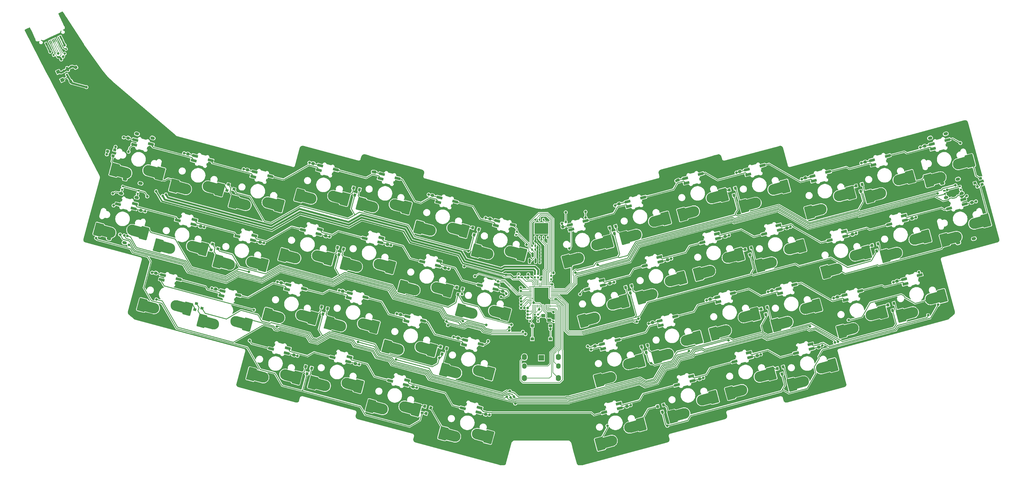
<source format=gbr>
%TF.GenerationSoftware,KiCad,Pcbnew,8.0.6*%
%TF.CreationDate,2024-12-13T19:23:41-05:00*%
%TF.ProjectId,10133,31303133-332e-46b6-9963-61645f706362,rev?*%
%TF.SameCoordinates,Original*%
%TF.FileFunction,Copper,L2,Bot*%
%TF.FilePolarity,Positive*%
%FSLAX46Y46*%
G04 Gerber Fmt 4.6, Leading zero omitted, Abs format (unit mm)*
G04 Created by KiCad (PCBNEW 8.0.6) date 2024-12-13 19:23:41*
%MOMM*%
%LPD*%
G01*
G04 APERTURE LIST*
G04 Aperture macros list*
%AMRoundRect*
0 Rectangle with rounded corners*
0 $1 Rounding radius*
0 $2 $3 $4 $5 $6 $7 $8 $9 X,Y pos of 4 corners*
0 Add a 4 corners polygon primitive as box body*
4,1,4,$2,$3,$4,$5,$6,$7,$8,$9,$2,$3,0*
0 Add four circle primitives for the rounded corners*
1,1,$1+$1,$2,$3*
1,1,$1+$1,$4,$5*
1,1,$1+$1,$6,$7*
1,1,$1+$1,$8,$9*
0 Add four rect primitives between the rounded corners*
20,1,$1+$1,$2,$3,$4,$5,0*
20,1,$1+$1,$4,$5,$6,$7,0*
20,1,$1+$1,$6,$7,$8,$9,0*
20,1,$1+$1,$8,$9,$2,$3,0*%
%AMHorizOval*
0 Thick line with rounded ends*
0 $1 width*
0 $2 $3 position (X,Y) of the first rounded end (center of the circle)*
0 $4 $5 position (X,Y) of the second rounded end (center of the circle)*
0 Add line between two ends*
20,1,$1,$2,$3,$4,$5,0*
0 Add two circle primitives to create the rounded ends*
1,1,$1,$2,$3*
1,1,$1,$4,$5*%
%AMRotRect*
0 Rectangle, with rotation*
0 The origin of the aperture is its center*
0 $1 length*
0 $2 width*
0 $3 Rotation angle, in degrees counterclockwise*
0 Add horizontal line*
21,1,$1,$2,0,0,$3*%
G04 Aperture macros list end*
%TA.AperFunction,ComponentPad*%
%ADD10O,1.600000X1.900000*%
%TD*%
%TA.AperFunction,ComponentPad*%
%ADD11O,1.400000X1.700000*%
%TD*%
%TA.AperFunction,ComponentPad*%
%ADD12HorizOval,0.900000X-0.241481X0.064705X0.241481X-0.064705X0*%
%TD*%
%TA.AperFunction,ComponentPad*%
%ADD13HorizOval,0.900000X0.241481X0.064705X-0.241481X-0.064705X0*%
%TD*%
%TA.AperFunction,SMDPad,CuDef*%
%ADD14RoundRect,0.225000X-0.183247X0.282038X-0.299716X-0.152629X0.183247X-0.282038X0.299716X0.152629X0*%
%TD*%
%TA.AperFunction,SMDPad,CuDef*%
%ADD15RoundRect,0.140000X-0.140000X-0.170000X0.140000X-0.170000X0.140000X0.170000X-0.140000X0.170000X0*%
%TD*%
%TA.AperFunction,SMDPad,CuDef*%
%ADD16RoundRect,0.225000X0.299716X-0.152629X0.183247X0.282038X-0.299716X0.152629X-0.183247X-0.282038X0*%
%TD*%
%TA.AperFunction,SMDPad,CuDef*%
%ADD17RotRect,0.900000X0.800000X255.000000*%
%TD*%
%TA.AperFunction,ComponentPad*%
%ADD18C,3.300000*%
%TD*%
%TA.AperFunction,SMDPad,CuDef*%
%ADD19RotRect,3.300000X3.300000X345.000000*%
%TD*%
%TA.AperFunction,ComponentPad*%
%ADD20C,0.600000*%
%TD*%
%TA.AperFunction,SMDPad,CuDef*%
%ADD21RoundRect,0.300900X-1.380668X-1.389089X0.501149X-1.893320X1.380668X1.389089X-0.501149X1.893320X0*%
%TD*%
%TA.AperFunction,SMDPad,CuDef*%
%ADD22RotRect,3.300000X3.300000X15.000000*%
%TD*%
%TA.AperFunction,SMDPad,CuDef*%
%ADD23RoundRect,0.300900X-0.501149X-1.893320X1.380668X-1.389089X0.501149X1.893320X-1.380668X1.389089X0*%
%TD*%
%TA.AperFunction,SMDPad,CuDef*%
%ADD24R,0.812800X0.177800*%
%TD*%
%TA.AperFunction,SMDPad,CuDef*%
%ADD25R,0.177800X0.812800*%
%TD*%
%TA.AperFunction,SMDPad,CuDef*%
%ADD26R,3.200400X3.200400*%
%TD*%
%TA.AperFunction,SMDPad,CuDef*%
%ADD27RoundRect,0.135000X-0.040239X-0.225457X0.202436X-0.107097X0.040239X0.225457X-0.202436X0.107097X0*%
%TD*%
%TA.AperFunction,SMDPad,CuDef*%
%ADD28RotRect,1.800000X0.820000X15.000000*%
%TD*%
%TA.AperFunction,SMDPad,CuDef*%
%ADD29RoundRect,0.140000X0.170000X-0.140000X0.170000X0.140000X-0.170000X0.140000X-0.170000X-0.140000X0*%
%TD*%
%TA.AperFunction,SMDPad,CuDef*%
%ADD30RotRect,1.800000X0.820000X345.000000*%
%TD*%
%TA.AperFunction,SMDPad,CuDef*%
%ADD31RotRect,1.800000X0.820000X165.000000*%
%TD*%
%TA.AperFunction,SMDPad,CuDef*%
%ADD32RotRect,1.800000X0.820000X195.000000*%
%TD*%
%TA.AperFunction,SMDPad,CuDef*%
%ADD33RoundRect,0.225000X0.183247X-0.282038X0.299716X0.152629X-0.183247X0.282038X-0.299716X-0.152629X0*%
%TD*%
%TA.AperFunction,SMDPad,CuDef*%
%ADD34RoundRect,0.135000X-0.185000X0.135000X-0.185000X-0.135000X0.185000X-0.135000X0.185000X0.135000X0*%
%TD*%
%TA.AperFunction,SMDPad,CuDef*%
%ADD35RoundRect,0.225000X-0.299716X0.152629X-0.183247X-0.282038X0.299716X-0.152629X0.183247X0.282038X0*%
%TD*%
%TA.AperFunction,SMDPad,CuDef*%
%ADD36RoundRect,0.135000X0.040239X0.225457X-0.202436X0.107097X-0.040239X-0.225457X0.202436X-0.107097X0*%
%TD*%
%TA.AperFunction,SMDPad,CuDef*%
%ADD37R,1.000000X0.900000*%
%TD*%
%TA.AperFunction,SMDPad,CuDef*%
%ADD38RotRect,0.900000X0.800000X285.000000*%
%TD*%
%TA.AperFunction,SMDPad,CuDef*%
%ADD39RotRect,0.900000X0.800000X165.000000*%
%TD*%
%TA.AperFunction,SMDPad,CuDef*%
%ADD40RoundRect,0.147500X-0.056953X-0.219702X0.208191X-0.090382X0.056953X0.219702X-0.208191X0.090382X0*%
%TD*%
%TA.AperFunction,SMDPad,CuDef*%
%ADD41R,1.150000X1.000000*%
%TD*%
%TA.AperFunction,SMDPad,CuDef*%
%ADD42RotRect,1.100000X1.100000X296.000000*%
%TD*%
%TA.AperFunction,SMDPad,CuDef*%
%ADD43RoundRect,0.147500X0.056953X0.219702X-0.208191X0.090382X-0.056953X-0.219702X0.208191X-0.090382X0*%
%TD*%
%TA.AperFunction,SMDPad,CuDef*%
%ADD44RoundRect,0.150000X0.392362X-0.462286X-0.122724X0.593797X-0.392362X0.462286X0.122724X-0.593797X0*%
%TD*%
%TA.AperFunction,SMDPad,CuDef*%
%ADD45RotRect,0.900000X0.800000X345.000000*%
%TD*%
%TA.AperFunction,SMDPad,CuDef*%
%ADD46RoundRect,0.225000X0.323332X-0.092636X0.126065X0.311821X-0.323332X0.092636X-0.126065X-0.311821X0*%
%TD*%
%TA.AperFunction,SMDPad,CuDef*%
%ADD47RoundRect,0.135000X0.213637X-0.082518X0.143756X0.178282X-0.213637X0.082518X-0.143756X-0.178282X0*%
%TD*%
%TA.AperFunction,SMDPad,CuDef*%
%ADD48RoundRect,0.225000X-0.092636X-0.323332X0.311821X-0.126065X0.092636X0.323332X-0.311821X0.126065X0*%
%TD*%
%TA.AperFunction,SMDPad,CuDef*%
%ADD49RoundRect,0.135000X0.143756X-0.178282X0.213637X0.082518X-0.143756X0.178282X-0.213637X-0.082518X0*%
%TD*%
%TA.AperFunction,SMDPad,CuDef*%
%ADD50RoundRect,0.135000X-0.143756X0.178282X-0.213637X-0.082518X0.143756X-0.178282X0.213637X0.082518X0*%
%TD*%
%TA.AperFunction,SMDPad,CuDef*%
%ADD51RoundRect,0.135000X0.185000X-0.135000X0.185000X0.135000X-0.185000X0.135000X-0.185000X-0.135000X0*%
%TD*%
%TA.AperFunction,SMDPad,CuDef*%
%ADD52RotRect,0.900000X0.800000X195.000000*%
%TD*%
%TA.AperFunction,SMDPad,CuDef*%
%ADD53RoundRect,0.140000X-0.170000X0.140000X-0.170000X-0.140000X0.170000X-0.140000X0.170000X0.140000X0*%
%TD*%
%TA.AperFunction,SMDPad,CuDef*%
%ADD54RoundRect,0.150000X0.150000X-0.587500X0.150000X0.587500X-0.150000X0.587500X-0.150000X-0.587500X0*%
%TD*%
%TA.AperFunction,SMDPad,CuDef*%
%ADD55RoundRect,0.135000X-0.135000X-0.185000X0.135000X-0.185000X0.135000X0.185000X-0.135000X0.185000X0*%
%TD*%
%TA.AperFunction,SMDPad,CuDef*%
%ADD56RoundRect,0.125000X-0.125000X0.250000X-0.125000X-0.250000X0.125000X-0.250000X0.125000X0.250000X0*%
%TD*%
%TA.AperFunction,SMDPad,CuDef*%
%ADD57R,4.300000X3.400000*%
%TD*%
%TA.AperFunction,ComponentPad*%
%ADD58R,1.700000X1.700000*%
%TD*%
%TA.AperFunction,SMDPad,CuDef*%
%ADD59RotRect,0.300000X1.100000X25.210000*%
%TD*%
%TA.AperFunction,SMDPad,CuDef*%
%ADD60RotRect,0.275000X1.100000X25.210000*%
%TD*%
%TA.AperFunction,ComponentPad*%
%ADD61HorizOval,0.900000X-0.244914X0.520233X0.244914X-0.520233X0*%
%TD*%
%TA.AperFunction,SMDPad,CuDef*%
%ADD62RoundRect,0.135000X0.135000X0.185000X-0.135000X0.185000X-0.135000X-0.185000X0.135000X-0.185000X0*%
%TD*%
%TA.AperFunction,ViaPad*%
%ADD63C,0.800000*%
%TD*%
%TA.AperFunction,Conductor*%
%ADD64C,0.250000*%
%TD*%
%TA.AperFunction,Conductor*%
%ADD65C,0.200000*%
%TD*%
%TA.AperFunction,Conductor*%
%ADD66C,0.400000*%
%TD*%
%TA.AperFunction,Conductor*%
%ADD67C,0.600000*%
%TD*%
G04 APERTURE END LIST*
D10*
%TO.P,S1,1,Common*%
%TO.N,/Common*%
X-5250000Y-14147000D03*
D11*
%TO.P,S1,2,Left*%
%TO.N,/Left*%
X-5250000Y-16947000D03*
D10*
%TO.P,S1,3,Center*%
%TO.N,/Center*%
X-5249999Y-20647000D03*
%TO.P,S1,4,Up*%
%TO.N,/Up*%
X5249999Y-14147000D03*
D11*
%TO.P,S1,5,Right*%
%TO.N,/Right*%
X5250000Y-16947000D03*
D10*
%TO.P,S1,6,Down*%
%TO.N,/Down*%
X5250000Y-20647000D03*
%TD*%
D12*
%TO.P,E2,1,A*%
%TO.N,/e1A*%
X-124879025Y35156379D03*
%TO.P,E2,2,B*%
%TO.N,/e1B*%
X-129708653Y36450473D03*
%TO.P,E2,3,GND*%
%TO.N,GND*%
X-127293838Y35803427D03*
%TO.P,E2,4,SW1*%
%TO.N,/k38*%
X-133461529Y22444550D03*
%TO.P,E2,5,SW2*%
%TO.N,/c1*%
X-128631901Y21150455D03*
%TD*%
D13*
%TO.P,E4,1,A*%
%TO.N,/e2A*%
X129707378Y36450474D03*
%TO.P,E4,2,B*%
%TO.N,/e2B*%
X124877749Y35156379D03*
%TO.P,E4,3,GND*%
%TO.N,GND*%
X127292564Y35803426D03*
%TO.P,E4,4,SW1*%
%TO.N,/c1*%
X128630625Y21150454D03*
%TO.P,E4,5,SW2*%
%TO.N,/k47*%
X133460255Y22444549D03*
%TD*%
%TO.P,E3,1,A*%
%TO.N,/e2A*%
X124776875Y54851377D03*
%TO.P,E3,2,B*%
%TO.N,/e2B*%
X119947246Y53557282D03*
%TO.P,E3,3,GND*%
%TO.N,GND*%
X122362061Y54204329D03*
%TO.P,E3,4,SW1*%
%TO.N,/c0*%
X123700122Y39551357D03*
%TO.P,E3,5,SW2*%
%TO.N,/k48*%
X128529752Y40845452D03*
%TD*%
D12*
%TO.P,E1,1,A*%
%TO.N,/e1A*%
X-119948520Y53557281D03*
%TO.P,E1,2,B*%
%TO.N,/e1B*%
X-124778148Y54851375D03*
%TO.P,E1,3,GND*%
%TO.N,GND*%
X-122363333Y54204329D03*
%TO.P,E1,4,SW1*%
%TO.N,/k37*%
X-128531024Y40845452D03*
%TO.P,E1,5,SW2*%
%TO.N,/c0*%
X-123701396Y39551357D03*
%TD*%
D14*
%TO.P,C31,1*%
%TO.N,+5V*%
X-61263269Y6218226D03*
%TO.P,C31,2*%
%TO.N,GND*%
X-61664439Y4721040D03*
%TD*%
D15*
%TO.P,C1,1*%
%TO.N,+3V3*%
X-480000Y15100000D03*
%TO.P,C1,2*%
%TO.N,GND*%
X480000Y15100000D03*
%TD*%
D16*
%TO.P,C50,1*%
%TO.N,+5V*%
X38947880Y15890632D03*
%TO.P,C50,2*%
%TO.N,GND*%
X38546712Y17387820D03*
%TD*%
D17*
%TO.P,D3,1,A*%
%TO.N,Net-(D3-A-Pad1)*%
X-21183622Y25817125D03*
%TO.P,D3,2,A*%
%TO.N,Net-(D3-A-Pad2)*%
X-19348363Y25325370D03*
%TO.P,D3,3,C*%
%TO.N,/r0*%
X-20783631Y23639394D03*
%TD*%
D18*
%TO.P,K37,1*%
%TO.N,/c0*%
X-121281699Y43520334D03*
D19*
X-119690511Y43083621D03*
D20*
X-118156434Y44442890D03*
X-119036882Y41157003D03*
D21*
X-117659477Y42549761D03*
D20*
X-116282071Y43942520D03*
X-117162987Y40654894D03*
%TO.P,K37,2*%
%TO.N,/k37*%
X-133071892Y42289933D03*
X-132191440Y45575821D03*
D21*
X-131694949Y43680953D03*
D20*
X-130317544Y45073712D03*
X-131198460Y41786088D03*
D19*
X-129666506Y43137434D03*
D18*
X-128072728Y42710382D03*
%TD*%
%TO.P,K7,1*%
%TO.N,Net-(D4-A-Pad1)*%
X17002635Y20509715D03*
D22*
X18599001Y20927108D03*
D20*
X20128366Y19585420D03*
X19247916Y22871307D03*
D23*
X20624856Y21480287D03*
D20*
X21121345Y23375154D03*
X22002263Y20087529D03*
%TO.P,K7,2*%
%TO.N,/c5*%
X6526778Y16834950D03*
X7407229Y13549064D03*
D23*
X7904184Y15442192D03*
D20*
X8400674Y17337059D03*
X9281591Y14049434D03*
D22*
X9932629Y15985712D03*
D18*
X11526406Y16412764D03*
%TD*%
%TO.P,K40,1*%
%TO.N,/c3*%
X-60004357Y-22203949D03*
D19*
X-58413169Y-22640662D03*
D20*
X-56879092Y-21281393D03*
X-57759540Y-24567280D03*
D21*
X-56382135Y-23174522D03*
D20*
X-55004729Y-21781763D03*
X-55885645Y-25069389D03*
%TO.P,K40,2*%
%TO.N,Net-(D21-A-Pad2)*%
X-71794550Y-23434350D03*
X-70914098Y-20148462D03*
D21*
X-70417607Y-22043330D03*
D20*
X-69040202Y-20650571D03*
X-69921118Y-23938195D03*
D19*
X-68389164Y-22586849D03*
D18*
X-66795386Y-23013901D03*
%TD*%
%TO.P,K36,1*%
%TO.N,/c0*%
X120100889Y3760221D03*
D22*
X121697255Y4177614D03*
D20*
X123226620Y2835926D03*
X122346170Y6121813D03*
D23*
X123723110Y4730793D03*
D20*
X124219599Y6625660D03*
X125100517Y3338035D03*
%TO.P,K36,2*%
%TO.N,Net-(D19-A-Pad2)*%
X109625032Y85456D03*
X110505483Y-3200430D03*
D23*
X111002438Y-1307302D03*
D20*
X111498928Y587565D03*
X112379845Y-2700060D03*
D22*
X113030883Y-763782D03*
D18*
X114624660Y-336730D03*
%TD*%
D24*
%TO.P,U1,1,IOVDD*%
%TO.N,+3V3*%
X3403600Y7600000D03*
%TO.P,U1,2,GPIO0*%
%TO.N,unconnected-(U1-GPIO0-Pad2)*%
X3403600Y7200001D03*
%TO.P,U1,3,GPIO1*%
%TO.N,/c5*%
X3403600Y6799999D03*
%TO.P,U1,4,GPIO2*%
%TO.N,/r4*%
X3403600Y6400000D03*
%TO.P,U1,5,GPIO3*%
%TO.N,/e2B*%
X3403600Y6000001D03*
%TO.P,U1,6,GPIO4*%
%TO.N,/e2A*%
X3403600Y5599999D03*
%TO.P,U1,7,GPIO5*%
%TO.N,/r5*%
X3403600Y5200000D03*
%TO.P,U1,8,GPIO6*%
%TO.N,/r6*%
X3403600Y4800000D03*
%TO.P,U1,9,GPIO7*%
%TO.N,/r7*%
X3403600Y4400001D03*
%TO.P,U1,10,IOVDD*%
%TO.N,+3V3*%
X3403600Y3999999D03*
%TO.P,U1,11,GPIO8*%
%TO.N,unconnected-(U1-GPIO8-Pad11)*%
X3403600Y3600000D03*
%TO.P,U1,12,GPIO9*%
%TO.N,/Common*%
X3403600Y3200001D03*
%TO.P,U1,13,GPIO10*%
%TO.N,/Up*%
X3403600Y2799999D03*
%TO.P,U1,14,GPIO11*%
%TO.N,/Right*%
X3403600Y2400000D03*
D25*
%TO.P,U1,15,GPIO12*%
%TO.N,/Down*%
X2600000Y1596400D03*
%TO.P,U1,16,GPIO13*%
%TO.N,/Center*%
X2200001Y1596400D03*
%TO.P,U1,17,GPIO14*%
%TO.N,/Left*%
X1799999Y1596400D03*
%TO.P,U1,18,GPIO15*%
%TO.N,/RGB_3.3v*%
X1400000Y1596400D03*
%TO.P,U1,19,TESTEN*%
%TO.N,GND*%
X1000001Y1596400D03*
%TO.P,U1,20,XIN*%
%TO.N,Net-(U1-XIN)*%
X599999Y1596400D03*
%TO.P,U1,21,XOUT*%
%TO.N,Net-(U1-XOUT)*%
X200000Y1596400D03*
%TO.P,U1,22,IOVDD*%
%TO.N,+3V3*%
X-200000Y1596400D03*
%TO.P,U1,23,DVDD*%
%TO.N,+1V1*%
X-599999Y1596400D03*
%TO.P,U1,24,SWCLK*%
%TO.N,unconnected-(U1-SWCLK-Pad24)*%
X-1000001Y1596400D03*
%TO.P,U1,25,SWD*%
%TO.N,unconnected-(U1-SWD-Pad25)*%
X-1400000Y1596400D03*
%TO.P,U1,26,RUN*%
%TO.N,/RESET*%
X-1799999Y1596400D03*
%TO.P,U1,27,GPIO16*%
%TO.N,/r2*%
X-2200001Y1596400D03*
%TO.P,U1,28,GPIO17*%
%TO.N,/r3*%
X-2600000Y1596400D03*
D24*
%TO.P,U1,29,GPIO18*%
%TO.N,/c0*%
X-3403600Y2400000D03*
%TO.P,U1,30,GPIO19*%
%TO.N,/c3*%
X-3403600Y2799999D03*
%TO.P,U1,31,GPIO20*%
%TO.N,/c2*%
X-3403600Y3200001D03*
%TO.P,U1,32,GPIO21*%
%TO.N,/c1*%
X-3403600Y3600000D03*
%TO.P,U1,33,IOVDD*%
%TO.N,+3V3*%
X-3403600Y3999999D03*
%TO.P,U1,34,GPIO22*%
%TO.N,/c4*%
X-3403600Y4400001D03*
%TO.P,U1,35,GPIO23*%
%TO.N,/e1A*%
X-3403600Y4800000D03*
%TO.P,U1,36,GPIO24*%
%TO.N,/SDA*%
X-3403600Y5200000D03*
%TO.P,U1,37,GPIO25*%
%TO.N,/SCL*%
X-3403600Y5599999D03*
%TO.P,U1,38,GPIO26/ADC0*%
%TO.N,/e1B*%
X-3403600Y6000001D03*
%TO.P,U1,39,GPIO27/ADC1*%
%TO.N,unconnected-(U1-GPIO27{slash}ADC1-Pad39)*%
X-3403600Y6400000D03*
%TO.P,U1,40,GPIO28/ADC2*%
%TO.N,/r1*%
X-3403600Y6799999D03*
%TO.P,U1,41,GPIO29/ADC3*%
%TO.N,/r0*%
X-3403600Y7200001D03*
%TO.P,U1,42,IOVDD*%
%TO.N,+3V3*%
X-3403600Y7600000D03*
D25*
%TO.P,U1,43,ADC_AVDD*%
%TO.N,Net-(U1-ADC_AVDD)*%
X-2600000Y8403600D03*
%TO.P,U1,44,VREG_VIN*%
%TO.N,+3V3*%
X-2200001Y8403600D03*
%TO.P,U1,45,VREG_VOUT*%
%TO.N,+1V1*%
X-1799999Y8403600D03*
%TO.P,U1,46,USB_DM*%
%TO.N,Net-(U1-USB_DM)*%
X-1400000Y8403600D03*
%TO.P,U1,47,USB_DP*%
%TO.N,Net-(U1-USB_DP)*%
X-1000001Y8403600D03*
%TO.P,U1,48,USB_VDD*%
%TO.N,+3V3*%
X-599999Y8403600D03*
%TO.P,U1,49,IOVDD*%
X-200000Y8403600D03*
%TO.P,U1,50,DVDD*%
%TO.N,+1V1*%
X200000Y8403600D03*
%TO.P,U1,51,QSPI_SD3*%
%TO.N,/SPI-3*%
X599999Y8403600D03*
%TO.P,U1,52,QSPI_SCLK*%
%TO.N,/CLK*%
X1000001Y8403600D03*
%TO.P,U1,53,QSPI_SD0*%
%TO.N,/SPI-0*%
X1400000Y8403600D03*
%TO.P,U1,54,QSPI_SD2*%
%TO.N,/SPI-2*%
X1799999Y8403600D03*
%TO.P,U1,55,QSPI_SD1*%
%TO.N,/SPI-1*%
X2200001Y8403600D03*
%TO.P,U1,56,QSPI_SCN*%
%TO.N,/BOOT*%
X2600000Y8403600D03*
D26*
%TO.P,U1,57,GND*%
%TO.N,GND*%
X0Y5000000D03*
%TD*%
D27*
%TO.P,R11,1*%
%TO.N,Net-(J13-CC2)*%
X-146666583Y81059284D03*
%TO.P,R11,2*%
%TO.N,GND*%
X-145749813Y81506422D03*
%TD*%
D28*
%TO.P,LED26,1,VCC*%
%TO.N,+5V*%
X46617020Y-21472667D03*
%TO.P,LED26,2,DOUT*%
%TO.N,Net-(LED26-DOUT)*%
X46228792Y-20023778D03*
%TO.P,LED26,3,GND*%
%TO.N,GND*%
X41399162Y-21317873D03*
%TO.P,LED26,4,DIN*%
%TO.N,Net-(LED25-DOUT)*%
X41787390Y-22766762D03*
%TD*%
D29*
%TO.P,C11,1*%
%TO.N,Net-(U1-XIN)*%
X3741590Y-3119742D03*
%TO.P,C11,2*%
%TO.N,GND*%
X3741590Y-2159742D03*
%TD*%
D17*
%TO.P,D22,1,A*%
%TO.N,Net-(D22-A-Pad1)*%
X-35975143Y-29385582D03*
%TO.P,D22,2,A*%
%TO.N,Net-(D22-A-Pad2)*%
X-34139884Y-29877337D03*
%TO.P,D22,3,C*%
%TO.N,/r3*%
X-35575152Y-31563313D03*
%TD*%
D30*
%TO.P,LED9,1,VCC*%
%TO.N,+5V*%
X-107380384Y26857486D03*
%TO.P,LED9,2,DOUT*%
%TO.N,Net-(LED10-DIN)*%
X-106992155Y28306375D03*
%TO.P,LED9,3,GND*%
%TO.N,GND*%
X-111821784Y29600470D03*
%TO.P,LED9,4,DIN*%
%TO.N,Net-(LED8-DOUT)*%
X-112210013Y28151581D03*
%TD*%
D28*
%TO.P,LED37,1,VCC*%
%TO.N,+5V*%
X54540608Y22559831D03*
%TO.P,LED37,2,DOUT*%
%TO.N,Net-(LED37-DOUT)*%
X54152380Y24008720D03*
%TO.P,LED37,3,GND*%
%TO.N,GND*%
X49322750Y22714625D03*
%TO.P,LED37,4,DIN*%
%TO.N,Net-(LED36-DOUT)*%
X49710978Y21265736D03*
%TD*%
D31*
%TO.P,LED1,1,VCC*%
%TO.N,+5V*%
X-13654136Y27949064D03*
%TO.P,LED1,2,DOUT*%
%TO.N,Net-(LED1-DOUT)*%
X-14042365Y26500175D03*
%TO.P,LED1,3,GND*%
%TO.N,GND*%
X-9212736Y25206080D03*
%TO.P,LED1,4,DIN*%
%TO.N,/RGB_5v*%
X-8824507Y26654969D03*
%TD*%
D32*
%TO.P,LED33,1,VCC*%
%TO.N,+5V*%
X36468646Y-2916940D03*
%TO.P,LED33,2,DOUT*%
%TO.N,Net-(LED33-DOUT)*%
X36856874Y-4365829D03*
%TO.P,LED33,3,GND*%
%TO.N,GND*%
X41686504Y-3071734D03*
%TO.P,LED33,4,DIN*%
%TO.N,Net-(LED32-DOUT)*%
X41298276Y-1622845D03*
%TD*%
D33*
%TO.P,C28,1*%
%TO.N,+5V*%
X-29749343Y13425891D03*
%TO.P,C28,2*%
%TO.N,GND*%
X-29348173Y14923077D03*
%TD*%
D16*
%TO.P,C55,1*%
%TO.N,+5V*%
X132801489Y33642858D03*
%TO.P,C55,2*%
%TO.N,GND*%
X132400321Y35140046D03*
%TD*%
D14*
%TO.P,C30,1*%
%TO.N,+5V*%
X-43478681Y-1012394D03*
%TO.P,C30,2*%
%TO.N,GND*%
X-43879851Y-2509580D03*
%TD*%
D18*
%TO.P,K19,1*%
%TO.N,Net-(D10-A-Pad1)*%
X21933243Y2108814D03*
D22*
X23529609Y2526207D03*
D20*
X25058974Y1184519D03*
X24178524Y4470406D03*
D23*
X25555464Y3079386D03*
D20*
X26051953Y4974253D03*
X26932871Y1686628D03*
%TO.P,K19,2*%
%TO.N,/c5*%
X11457386Y-1565951D03*
X12337837Y-4851837D03*
D23*
X12834792Y-2958709D03*
D20*
X13331282Y-1063842D03*
X14212199Y-4351467D03*
D22*
X14863237Y-2415189D03*
D18*
X16457014Y-1988137D03*
%TD*%
D34*
%TO.P,R3,1*%
%TO.N,/D-*%
X-1999999Y11510000D03*
%TO.P,R3,2*%
%TO.N,Net-(U1-USB_DM)*%
X-2000001Y10490000D03*
%TD*%
%TO.P,R5,1*%
%TO.N,Net-(U1-XOUT)*%
X-999999Y-1039741D03*
%TO.P,R5,2*%
%TO.N,Net-(C12-Pad2)*%
X-1000001Y-2059741D03*
%TD*%
D35*
%TO.P,C48,1*%
%TO.N,+5V*%
X16492139Y-10709003D03*
%TO.P,C48,2*%
%TO.N,GND*%
X16893307Y-12206191D03*
%TD*%
D18*
%TO.P,K47,1*%
%TO.N,/k47*%
X133571285Y27091630D03*
D22*
X135167651Y27509023D03*
D20*
X136697016Y26167335D03*
X135816566Y29453222D03*
D23*
X137193506Y28062202D03*
D20*
X137689995Y29957069D03*
X138570913Y26669444D03*
%TO.P,K47,2*%
%TO.N,/c1*%
X123095428Y23416865D03*
X123975879Y20130979D03*
D23*
X124472834Y22024107D03*
D20*
X124969324Y23918974D03*
X125850241Y20631349D03*
D22*
X126501279Y22567627D03*
D18*
X128095056Y22994679D03*
%TD*%
D29*
%TO.P,C7,1*%
%TO.N,+1V1*%
X-1Y10520000D03*
%TO.P,C7,2*%
%TO.N,GND*%
X-1Y11480000D03*
%TD*%
D16*
%TO.P,C53,1*%
%TO.N,+5V*%
X95999621Y23781827D03*
%TO.P,C53,2*%
%TO.N,GND*%
X95598453Y25279015D03*
%TD*%
D32*
%TO.P,LED43,1,VCC*%
%TO.N,+5V*%
X102060293Y46706638D03*
%TO.P,LED43,2,DOUT*%
%TO.N,Net-(LED43-DOUT)*%
X102448521Y45257749D03*
%TO.P,LED43,3,GND*%
%TO.N,GND*%
X107278151Y46551844D03*
%TO.P,LED43,4,DIN*%
%TO.N,Net-(LED42-DOUT)*%
X106889923Y48000733D03*
%TD*%
D30*
%TO.P,LED10,1,VCC*%
%TO.N,+5V*%
X-88979481Y21926979D03*
%TO.P,LED10,2,DOUT*%
%TO.N,Net-(LED10-DOUT)*%
X-88591252Y23375868D03*
%TO.P,LED10,3,GND*%
%TO.N,GND*%
X-93420881Y24669963D03*
%TO.P,LED10,4,DIN*%
%TO.N,Net-(LED10-DIN)*%
X-93809110Y23221074D03*
%TD*%
D36*
%TO.P,R10,1*%
%TO.N,Net-(J13-CC1)*%
X-150513421Y79183055D03*
%TO.P,R10,2*%
%TO.N,GND*%
X-151430191Y78735917D03*
%TD*%
D17*
%TO.P,D2,1,A*%
%TO.N,Net-(D2-A-Pad1)*%
X-57944142Y38132330D03*
%TO.P,D2,2,A*%
%TO.N,Net-(D2-A-Pad2)*%
X-56108883Y37640575D03*
%TO.P,D2,3,C*%
%TO.N,/r0*%
X-57544151Y35954599D03*
%TD*%
D32*
%TO.P,LED47,1,VCC*%
%TO.N,+5V*%
X26607616Y33884927D03*
%TO.P,LED47,2,DOUT*%
%TO.N,Net-(LED47-DOUT)*%
X26995844Y32436038D03*
%TO.P,LED47,3,GND*%
%TO.N,GND*%
X31825474Y33730133D03*
%TO.P,LED47,4,DIN*%
%TO.N,Net-(LED46-DOUT)*%
X31437246Y35179022D03*
%TD*%
D37*
%TO.P,SW2,1,1*%
%TO.N,GND*%
X1200000Y-4450001D03*
X1199999Y-8550001D03*
%TO.P,SW2,2,2*%
%TO.N,/BOOT*%
X2800001Y-4449999D03*
X2800000Y-8549999D03*
%TD*%
D28*
%TO.P,LED39,1,VCC*%
%TO.N,+5V*%
X93807733Y23220395D03*
%TO.P,LED39,2,DOUT*%
%TO.N,Net-(LED39-DOUT)*%
X93419505Y24669284D03*
%TO.P,LED39,3,GND*%
%TO.N,GND*%
X88589875Y23375189D03*
%TO.P,LED39,4,DIN*%
%TO.N,Net-(LED38-DOUT)*%
X88978103Y21926300D03*
%TD*%
D38*
%TO.P,D23,1,A*%
%TO.N,Net-(D23-A-Pad1)*%
X35864969Y-29415104D03*
%TO.P,D23,2,A*%
%TO.N,Net-(D23-A-Pad2)*%
X37700228Y-28923347D03*
%TO.P,D23,3,C*%
%TO.N,/r7*%
X37300237Y-31101076D03*
%TD*%
D18*
%TO.P,K32,1*%
%TO.N,/c4*%
X44648341Y-9061466D03*
D22*
X46244707Y-8644073D03*
D20*
X47774072Y-9985761D03*
X46893622Y-6699874D03*
D23*
X48270562Y-8090894D03*
D20*
X48767051Y-6196027D03*
X49647969Y-9483652D03*
%TO.P,K32,2*%
%TO.N,Net-(D17-A-Pad2)*%
X34172484Y-12736231D03*
X35052935Y-16022117D03*
D23*
X35549890Y-14128989D03*
D20*
X36046380Y-12234122D03*
X36927297Y-15521747D03*
D22*
X37578335Y-13585469D03*
D18*
X39172112Y-13158417D03*
%TD*%
%TO.P,K43,1*%
%TO.N,Net-(D23-A-Pad1)*%
X27194034Y-35925617D03*
D22*
X28790400Y-35508224D03*
D20*
X30319765Y-36849912D03*
X29439315Y-33564025D03*
D23*
X30816255Y-34955045D03*
D20*
X31312744Y-33060178D03*
X32193662Y-36347803D03*
%TO.P,K43,2*%
%TO.N,/c5*%
X16718177Y-39600382D03*
X17598628Y-42886268D03*
D23*
X18095583Y-40993140D03*
D20*
X18592073Y-39098273D03*
X19472990Y-42385898D03*
D22*
X20124028Y-40449620D03*
D18*
X21717805Y-40022568D03*
%TD*%
D16*
%TO.P,C51,1*%
%TO.N,+5V*%
X56732497Y23121263D03*
%TO.P,C51,2*%
%TO.N,GND*%
X56331329Y24618451D03*
%TD*%
D32*
%TO.P,LED30,1,VCC*%
%TO.N,+5V*%
X93520389Y4974256D03*
%TO.P,LED30,2,DOUT*%
%TO.N,Net-(LED30-DOUT)*%
X93908617Y3525367D03*
%TO.P,LED30,3,GND*%
%TO.N,GND*%
X98738247Y4819462D03*
%TO.P,LED30,4,DIN*%
%TO.N,Net-(LED29-DOUT)*%
X98350019Y6268351D03*
%TD*%
D39*
%TO.P,D20,1,A*%
%TO.N,/k38*%
X-131653058Y49853019D03*
%TO.P,D20,2,A*%
%TO.N,/k37*%
X-132144813Y48017760D03*
%TO.P,D20,3,C*%
%TO.N,/r3*%
X-133830789Y49453028D03*
%TD*%
D31*
%TO.P,LED3,1,VCC*%
%TO.N,+5V*%
X-49223709Y42410123D03*
%TO.P,LED3,2,DOUT*%
%TO.N,Net-(LED3-DOUT)*%
X-49611938Y40961234D03*
%TO.P,LED3,3,GND*%
%TO.N,GND*%
X-44782309Y39667139D03*
%TO.P,LED3,4,DIN*%
%TO.N,Net-(LED2-DOUT)*%
X-44394080Y41116028D03*
%TD*%
D18*
%TO.P,K27,1*%
%TO.N,Net-(D15-A-Pad1)*%
X-74091066Y-1172652D03*
D19*
X-72499878Y-1609365D03*
D20*
X-70965801Y-250096D03*
X-71846249Y-3535983D03*
D21*
X-70468844Y-2143225D03*
D20*
X-69091438Y-750466D03*
X-69972354Y-4038092D03*
%TO.P,K27,2*%
%TO.N,/c2*%
X-85881259Y-2403053D03*
X-85000807Y882835D03*
D21*
X-84504316Y-1012033D03*
D20*
X-83126911Y380726D03*
X-84007827Y-2906898D03*
D19*
X-82475873Y-1555552D03*
D18*
X-80882095Y-1982604D03*
%TD*%
%TO.P,K3,1*%
%TO.N,Net-(D2-A-Pad1)*%
X-64230052Y35629152D03*
D19*
X-62638864Y35192439D03*
D20*
X-61104787Y36551708D03*
X-61985235Y33265821D03*
D21*
X-60607830Y34658579D03*
D20*
X-59230424Y36051338D03*
X-60111340Y32763712D03*
%TO.P,K3,2*%
%TO.N,/c2*%
X-76020245Y34398751D03*
X-75139793Y37684639D03*
D21*
X-74643302Y35789771D03*
D20*
X-73265897Y37182530D03*
X-74146813Y33894906D03*
D19*
X-72614859Y35246252D03*
D18*
X-71021081Y34819200D03*
%TD*%
%TO.P,K10,1*%
%TO.N,/c2*%
X71589131Y37601350D03*
D22*
X73185497Y38018743D03*
D20*
X74714862Y36677055D03*
X73834412Y39962942D03*
D23*
X75211352Y38571922D03*
D20*
X75707841Y40466789D03*
X76588759Y37179164D03*
%TO.P,K10,2*%
%TO.N,Net-(D5-A-Pad2)*%
X61113274Y33926585D03*
X61993725Y30640699D03*
D23*
X62490680Y32533827D03*
D20*
X62987170Y34428694D03*
X63868087Y31141069D03*
D22*
X64519125Y33077347D03*
D18*
X66112902Y33504399D03*
%TD*%
%TO.P,K44,1*%
%TO.N,/c4*%
X49578847Y-27462368D03*
D22*
X51175213Y-27044975D03*
D20*
X52704578Y-28386663D03*
X51824128Y-25100776D03*
D23*
X53201068Y-26491796D03*
D20*
X53697557Y-24596929D03*
X54578475Y-27884554D03*
%TO.P,K44,2*%
%TO.N,Net-(D23-A-Pad2)*%
X39102990Y-31137133D03*
X39983441Y-34423019D03*
D23*
X40480396Y-32529891D03*
D20*
X40976886Y-30635024D03*
X41857803Y-33922649D03*
D22*
X42508841Y-31986371D03*
D18*
X44102618Y-31559319D03*
%TD*%
D35*
%TO.P,C62,1*%
%TO.N,+5V*%
X6631109Y26092863D03*
%TO.P,C62,2*%
%TO.N,GND*%
X7032277Y24595675D03*
%TD*%
D32*
%TO.P,LED46,1,VCC*%
%TO.N,+5V*%
X44392235Y41115560D03*
%TO.P,LED46,2,DOUT*%
%TO.N,Net-(LED46-DOUT)*%
X44780463Y39666671D03*
%TO.P,LED46,3,GND*%
%TO.N,GND*%
X49610093Y40960766D03*
%TO.P,LED46,4,DIN*%
%TO.N,Net-(LED45-DOUT)*%
X49221865Y42409655D03*
%TD*%
D15*
%TO.P,C4,1*%
%TO.N,+3V3*%
X-480001Y18100000D03*
%TO.P,C4,2*%
%TO.N,GND*%
X479999Y18100000D03*
%TD*%
D18*
%TO.P,K22,1*%
%TO.N,/c2*%
X76519638Y19200448D03*
D22*
X78116004Y19617841D03*
D20*
X79645369Y18276153D03*
X78764919Y21562040D03*
D23*
X80141859Y20171020D03*
D20*
X80638348Y22065887D03*
X81519266Y18778262D03*
%TO.P,K22,2*%
%TO.N,Net-(D11-A-Pad2)*%
X66043781Y15525683D03*
X66924232Y12239797D03*
D23*
X67421187Y14132925D03*
D20*
X67917677Y16027792D03*
X68798594Y12740167D03*
D22*
X69449632Y14676445D03*
D18*
X71043409Y15103497D03*
%TD*%
D31*
%TO.P,LED7,1,VCC*%
%TO.N,+5V*%
X-125292179Y52931880D03*
%TO.P,LED7,2,DOUT*%
%TO.N,Net-(LED7-DOUT)*%
X-125680408Y51482991D03*
%TO.P,LED7,3,GND*%
%TO.N,GND*%
X-120850779Y50188896D03*
%TO.P,LED7,4,DIN*%
%TO.N,Net-(LED6-DOUT)*%
X-120462550Y51637785D03*
%TD*%
D16*
%TO.P,C54,1*%
%TO.N,+5V*%
X114400554Y28712342D03*
%TO.P,C54,2*%
%TO.N,GND*%
X113999386Y30209530D03*
%TD*%
D30*
%TO.P,LED21,1,VCC*%
%TO.N,+5V*%
X-78590652Y-12904994D03*
%TO.P,LED21,2,DOUT*%
%TO.N,Net-(LED21-DOUT)*%
X-78202423Y-11456105D03*
%TO.P,LED21,3,GND*%
%TO.N,GND*%
X-83032052Y-10162010D03*
%TO.P,LED21,4,DIN*%
%TO.N,Net-(LED20-DOUT)*%
X-83420281Y-11610899D03*
%TD*%
D40*
%TO.P,D26,1,K*%
%TO.N,/D+*%
X-147060699Y79643200D03*
%TO.P,D26,2,A*%
%TO.N,GND*%
X-146188869Y80068418D03*
%TD*%
D18*
%TO.P,K1,1*%
%TO.N,Net-(D1-A-Pad1)*%
X-102880797Y38589827D03*
D19*
X-101289609Y38153114D03*
D20*
X-99755532Y39512383D03*
X-100635980Y36226496D03*
D21*
X-99258575Y37619254D03*
D20*
X-97881169Y39012013D03*
X-98762085Y35724387D03*
%TO.P,K1,2*%
%TO.N,/c0*%
X-114670990Y37359426D03*
X-113790538Y40645314D03*
D21*
X-113294047Y38750446D03*
D20*
X-111916642Y40143205D03*
X-112797558Y36855581D03*
D19*
X-111265604Y38206927D03*
D18*
X-109671826Y37779875D03*
%TD*%
D15*
%TO.P,C2,1*%
%TO.N,+3V3*%
X-480001Y16099999D03*
%TO.P,C2,2*%
%TO.N,GND*%
X479999Y16099999D03*
%TD*%
D35*
%TO.P,C44,1*%
%TO.N,+5V*%
X91328501Y4412824D03*
%TO.P,C44,2*%
%TO.N,GND*%
X91729669Y2915636D03*
%TD*%
D31*
%TO.P,LED5,1,VCC*%
%TO.N,+5V*%
X-88490374Y43070866D03*
%TO.P,LED5,2,DOUT*%
%TO.N,Net-(LED5-DOUT)*%
X-88878603Y41621977D03*
%TO.P,LED5,3,GND*%
%TO.N,GND*%
X-84048974Y40327882D03*
%TO.P,LED5,4,DIN*%
%TO.N,Net-(LED4-DOUT)*%
X-83660745Y41776771D03*
%TD*%
D16*
%TO.P,C40,1*%
%TO.N,+5V*%
X48808908Y-20911235D03*
%TO.P,C40,2*%
%TO.N,GND*%
X48407740Y-19414047D03*
%TD*%
D41*
%TO.P,Y1,1,1*%
%TO.N,Net-(U1-XIN)*%
X2375000Y-2749742D03*
%TO.P,Y1,2,2*%
%TO.N,GND*%
X625000Y-2749740D03*
%TO.P,Y1,3,3*%
%TO.N,Net-(C12-Pad2)*%
X625000Y-1349740D03*
%TO.P,Y1,4,4*%
%TO.N,GND*%
X2375000Y-1349742D03*
%TD*%
D42*
%TO.P,D13,1,K*%
%TO.N,+5V*%
X-149097839Y73976692D03*
%TO.P,D13,2,A*%
%TO.N,+3V3*%
X-147870397Y71460070D03*
%TD*%
D30*
%TO.P,LED12,1,VCC*%
%TO.N,+5V*%
X-49712422Y21266417D03*
%TO.P,LED12,2,DOUT*%
%TO.N,Net-(LED12-DOUT)*%
X-49324193Y22715306D03*
%TO.P,LED12,3,GND*%
%TO.N,GND*%
X-54153822Y24009401D03*
%TO.P,LED12,4,DIN*%
%TO.N,Net-(LED11-DOUT)*%
X-54542051Y22560512D03*
%TD*%
D16*
%TO.P,C39,1*%
%TO.N,+5V*%
X26424056Y-29374496D03*
%TO.P,C39,2*%
%TO.N,GND*%
X26022888Y-27877308D03*
%TD*%
D28*
%TO.P,LED40,1,VCC*%
%TO.N,+5V*%
X112208666Y28150910D03*
%TO.P,LED40,2,DOUT*%
%TO.N,Net-(LED40-DOUT)*%
X111820438Y29599799D03*
%TO.P,LED40,3,GND*%
%TO.N,GND*%
X106990808Y28305704D03*
%TO.P,LED40,4,DIN*%
%TO.N,Net-(LED39-DOUT)*%
X107379036Y26856815D03*
%TD*%
D43*
%TO.P,D27,1,K*%
%TO.N,/D-*%
X-149154889Y78621793D03*
%TO.P,D27,2,A*%
%TO.N,GND*%
X-150026719Y78196575D03*
%TD*%
D18*
%TO.P,K45,1*%
%TO.N,Net-(D24-A-Pad1)*%
X67363436Y-20231751D03*
D22*
X68959802Y-19814358D03*
D20*
X70489167Y-21156046D03*
X69608717Y-17870159D03*
D23*
X70985657Y-19261179D03*
D20*
X71482146Y-17366312D03*
X72363064Y-20653937D03*
%TO.P,K45,2*%
%TO.N,/c3*%
X56887579Y-23906516D03*
X57768030Y-27192402D03*
D23*
X58264985Y-25299274D03*
D20*
X58761475Y-23404407D03*
X59642392Y-26692032D03*
D22*
X60293430Y-24755754D03*
D18*
X61887207Y-24328702D03*
%TD*%
D32*
%TO.P,LED44,1,VCC*%
%TO.N,+5V*%
X83659359Y41776123D03*
%TO.P,LED44,2,DOUT*%
%TO.N,Net-(LED44-DOUT)*%
X84047587Y40327234D03*
%TO.P,LED44,3,GND*%
%TO.N,GND*%
X88877217Y41621329D03*
%TO.P,LED44,4,DIN*%
%TO.N,Net-(LED43-DOUT)*%
X88488989Y43070218D03*
%TD*%
D17*
%TO.P,D21,1,A*%
%TO.N,Net-(D21-A-Pad1)*%
X-72735663Y-17070377D03*
%TO.P,D21,2,A*%
%TO.N,Net-(D21-A-Pad2)*%
X-70900404Y-17562132D03*
%TO.P,D21,3,C*%
%TO.N,/r3*%
X-72335672Y-19248108D03*
%TD*%
D32*
%TO.P,LED32,1,VCC*%
%TO.N,+5V*%
X54253265Y4313692D03*
%TO.P,LED32,2,DOUT*%
%TO.N,Net-(LED32-DOUT)*%
X54641493Y2864803D03*
%TO.P,LED32,3,GND*%
%TO.N,GND*%
X59471123Y4158898D03*
%TO.P,LED32,4,DIN*%
%TO.N,Net-(LED31-DOUT)*%
X59082895Y5607787D03*
%TD*%
D14*
%TO.P,C18,1*%
%TO.N,+5V*%
X-51402321Y43019788D03*
%TO.P,C18,2*%
%TO.N,GND*%
X-51803491Y41522602D03*
%TD*%
D44*
%TO.P,U2,1,GND*%
%TO.N,GND*%
X-144522906Y73607327D03*
%TO.P,U2,2,VO*%
%TO.N,+3V3*%
X-146230614Y72774422D03*
%TO.P,U2,3,VI*%
%TO.N,+5V*%
X-146198707Y74876113D03*
%TD*%
D29*
%TO.P,C9,1*%
%TO.N,Net-(U1-ADC_AVDD)*%
X-5999999Y10520000D03*
%TO.P,C9,2*%
%TO.N,GND*%
X-5999999Y11480000D03*
%TD*%
D35*
%TO.P,C43,1*%
%TO.N,+5V*%
X109729434Y9343339D03*
%TO.P,C43,2*%
%TO.N,GND*%
X110130602Y7846151D03*
%TD*%
D14*
%TO.P,C20,1*%
%TO.N,+5V*%
X-90669314Y43680594D03*
%TO.P,C20,2*%
%TO.N,GND*%
X-91070484Y42183408D03*
%TD*%
D30*
%TO.P,LED22,1,VCC*%
%TO.N,+5V*%
X-59573436Y-15535388D03*
%TO.P,LED22,2,DOUT*%
%TO.N,Net-(LED22-DOUT)*%
X-59185207Y-14086499D03*
%TO.P,LED22,3,GND*%
%TO.N,GND*%
X-64014836Y-12792404D03*
%TO.P,LED22,4,DIN*%
%TO.N,Net-(LED21-DOUT)*%
X-64403065Y-14241293D03*
%TD*%
D18*
%TO.P,K18,1*%
%TO.N,/c5*%
X-14574061Y136628D03*
D19*
X-12982873Y-300085D03*
D20*
X-11448796Y1059184D03*
X-12329244Y-2226703D03*
D21*
X-10951839Y-833945D03*
D20*
X-9574433Y558814D03*
X-10455349Y-2728812D03*
%TO.P,K18,2*%
%TO.N,Net-(D9-A-Pad2)*%
X-26364254Y-1093773D03*
X-25483802Y2192115D03*
D21*
X-24987311Y297247D03*
D20*
X-23609906Y1690006D03*
X-24490822Y-1597618D03*
D19*
X-22958868Y-246272D03*
D18*
X-21365090Y-673324D03*
%TD*%
D45*
%TO.P,D7,1,A*%
%TO.N,Net-(D7-A-Pad1)*%
X-101965595Y18942326D03*
%TO.P,D7,2,A*%
%TO.N,Net-(D7-A-Pad2)*%
X-101473840Y20777585D03*
%TO.P,D7,3,C*%
%TO.N,/r1*%
X-99787864Y19342317D03*
%TD*%
D33*
%TO.P,C27,1*%
%TO.N,+5V*%
X-47533963Y20656524D03*
%TO.P,C27,2*%
%TO.N,GND*%
X-47132793Y22153710D03*
%TD*%
D46*
%TO.P,C14,1*%
%TO.N,GND*%
X-142981825Y73983459D03*
%TO.P,C14,2*%
%TO.N,+5V*%
X-143661301Y75376591D03*
%TD*%
D30*
%TO.P,LED11,1,VCC*%
%TO.N,+5V*%
X-68729636Y23896811D03*
%TO.P,LED11,2,DOUT*%
%TO.N,Net-(LED11-DOUT)*%
X-68341407Y25345700D03*
%TO.P,LED11,3,GND*%
%TO.N,GND*%
X-73171036Y26639795D03*
%TO.P,LED11,4,DIN*%
%TO.N,Net-(LED10-DOUT)*%
X-73559265Y25190906D03*
%TD*%
D35*
%TO.P,C58,1*%
%TO.N,+5V*%
X81467471Y41214691D03*
%TO.P,C58,2*%
%TO.N,GND*%
X81868639Y39717503D03*
%TD*%
D14*
%TO.P,C17,1*%
%TO.N,+5V*%
X-33617667Y35789411D03*
%TO.P,C17,2*%
%TO.N,GND*%
X-34018837Y34292225D03*
%TD*%
D29*
%TO.P,C10,1*%
%TO.N,+3V3*%
X-5000001Y10520001D03*
%TO.P,C10,2*%
%TO.N,GND*%
X-5000001Y11480001D03*
%TD*%
D18*
%TO.P,K41,1*%
%TO.N,Net-(D22-A-Pad1)*%
X-42219766Y-29434568D03*
D19*
X-40628578Y-29871281D03*
D20*
X-39094501Y-28512012D03*
X-39974949Y-31797899D03*
D21*
X-38597544Y-30405141D03*
D20*
X-37220138Y-29012382D03*
X-38101054Y-32300008D03*
%TO.P,K41,2*%
%TO.N,/c4*%
X-54009959Y-30664969D03*
X-53129507Y-27379081D03*
D21*
X-52633016Y-29273949D03*
D20*
X-51255611Y-27881190D03*
X-52136527Y-31168814D03*
D19*
X-50604573Y-29817468D03*
D18*
X-49010795Y-30244520D03*
%TD*%
D47*
%TO.P,R15,1*%
%TO.N,/e2A*%
X129409317Y37594602D03*
%TO.P,R15,2*%
%TO.N,+5V*%
X129145321Y38579846D03*
%TD*%
D31*
%TO.P,LED16,1,VCC*%
%TO.N,+5V*%
X-41299740Y-1622123D03*
%TO.P,LED16,2,DOUT*%
%TO.N,Net-(LED16-DOUT)*%
X-41687969Y-3071012D03*
%TO.P,LED16,3,GND*%
%TO.N,GND*%
X-36858340Y-4365107D03*
%TO.P,LED16,4,DIN*%
%TO.N,Net-(LED15-DOUT)*%
X-36470111Y-2916218D03*
%TD*%
D45*
%TO.P,D14,1,A*%
%TO.N,Net-(D14-A-Pad1)*%
X-106896102Y541424D03*
%TO.P,D14,2,A*%
%TO.N,Net-(D14-A-Pad2)*%
X-106404347Y2376683D03*
%TO.P,D14,3,C*%
%TO.N,/r2*%
X-104718371Y941415D03*
%TD*%
D18*
%TO.P,K13,1*%
%TO.N,Net-(D7-A-Pad1)*%
X-107811304Y20188925D03*
D19*
X-106220116Y19752212D03*
D20*
X-104686039Y21111481D03*
X-105566487Y17825594D03*
D21*
X-104189082Y19218352D03*
D20*
X-102811676Y20611111D03*
X-103692592Y17323485D03*
%TO.P,K13,2*%
%TO.N,/c0*%
X-119601497Y18958524D03*
X-118721045Y22244412D03*
D21*
X-118224554Y20349544D03*
D20*
X-116847149Y21742303D03*
X-117728065Y18454679D03*
D19*
X-116196111Y19806025D03*
D18*
X-114602333Y19378973D03*
%TD*%
D16*
%TO.P,C49,1*%
%TO.N,+5V*%
X21163259Y8659999D03*
%TO.P,C49,2*%
%TO.N,GND*%
X20762091Y10157187D03*
%TD*%
D18*
%TO.P,K14,1*%
%TO.N,/c1*%
X-89410401Y15258418D03*
D19*
X-87819213Y14821705D03*
D20*
X-86285136Y16180974D03*
X-87165584Y12895087D03*
D21*
X-85788179Y14287845D03*
D20*
X-84410773Y15680604D03*
X-85291689Y12392978D03*
%TO.P,K14,2*%
%TO.N,Net-(D7-A-Pad2)*%
X-101200594Y14028017D03*
X-100320142Y17313905D03*
D21*
X-99823651Y15419037D03*
D20*
X-98446246Y16811796D03*
X-99327162Y13524172D03*
D19*
X-97795208Y14875518D03*
D18*
X-96201430Y14448466D03*
%TD*%
%TO.P,K12,1*%
%TO.N,/c0*%
X110239875Y40562027D03*
D22*
X111836241Y40979420D03*
D20*
X113365606Y39637732D03*
X112485156Y42923619D03*
D23*
X113862096Y41532599D03*
D20*
X114358585Y43427466D03*
X115239503Y40139841D03*
%TO.P,K12,2*%
%TO.N,Net-(D6-A-Pad2)*%
X99764018Y36887262D03*
X100644469Y33601376D03*
D23*
X101141424Y35494504D03*
D20*
X101637914Y37389371D03*
X102518831Y34101746D03*
D22*
X103169869Y36038024D03*
D18*
X104763646Y36465076D03*
%TD*%
D33*
%TO.P,C63,1*%
%TO.N,+5V*%
X-11964725Y6195261D03*
%TO.P,C63,2*%
%TO.N,GND*%
X-11563555Y7692447D03*
%TD*%
D18*
%TO.P,K11,1*%
%TO.N,Net-(D6-A-Pad1)*%
X91838975Y35631518D03*
D22*
X93435341Y36048911D03*
D20*
X94964706Y34707223D03*
X94084256Y37993110D03*
D23*
X95461196Y36602090D03*
D20*
X95957685Y38496957D03*
X96838603Y35209332D03*
%TO.P,K11,2*%
%TO.N,/c1*%
X81363118Y31956753D03*
X82243569Y28670867D03*
D23*
X82740524Y30563995D03*
D20*
X83237014Y32458862D03*
X84117931Y29171237D03*
D22*
X84768969Y31107515D03*
D18*
X86362746Y31534567D03*
%TD*%
D47*
%TO.P,R14,1*%
%TO.N,/e2B*%
X124538463Y36299812D03*
%TO.P,R14,2*%
%TO.N,+5V*%
X124274467Y37285056D03*
%TD*%
D48*
%TO.P,C15,1*%
%TO.N,+3V3*%
X-145169186Y70997374D03*
%TO.P,C15,2*%
%TO.N,GND*%
X-143776054Y71676850D03*
%TD*%
D38*
%TO.P,D5,1,A*%
%TO.N,Net-(D5-A-Pad1)*%
X57988046Y37527780D03*
%TO.P,D5,2,A*%
%TO.N,Net-(D5-A-Pad2)*%
X59823305Y38019537D03*
%TO.P,D5,3,C*%
%TO.N,/r4*%
X59423314Y35841808D03*
%TD*%
D17*
%TO.P,D9,1,A*%
%TO.N,Net-(D9-A-Pad1)*%
X-26114129Y7416223D03*
%TO.P,D9,2,A*%
%TO.N,Net-(D9-A-Pad2)*%
X-24278870Y6924468D03*
%TO.P,D9,3,C*%
%TO.N,/r1*%
X-25714138Y5238492D03*
%TD*%
D28*
%TO.P,LED38,1,VCC*%
%TO.N,+5V*%
X73557855Y25190231D03*
%TO.P,LED38,2,DOUT*%
%TO.N,Net-(LED38-DOUT)*%
X73169627Y26639120D03*
%TO.P,LED38,3,GND*%
%TO.N,GND*%
X68339997Y25345025D03*
%TO.P,LED38,4,DIN*%
%TO.N,Net-(LED37-DOUT)*%
X68728225Y23896136D03*
%TD*%
D29*
%TO.P,C6,1*%
%TO.N,+3V3*%
X-7999998Y10520000D03*
%TO.P,C6,2*%
%TO.N,GND*%
X-7999998Y11480000D03*
%TD*%
D49*
%TO.P,R13,1*%
%TO.N,/e1A*%
X-124567750Y36318013D03*
%TO.P,R13,2*%
%TO.N,+5V*%
X-124303754Y37303257D03*
%TD*%
D30*
%TO.P,LED14,1,VCC*%
%TO.N,+5V*%
X-14143243Y6805177D03*
%TO.P,LED14,2,DOUT*%
%TO.N,Net-(LED14-DOUT)*%
X-13755014Y8254066D03*
%TO.P,LED14,3,GND*%
%TO.N,GND*%
X-18584643Y9548161D03*
%TO.P,LED14,4,DIN*%
%TO.N,Net-(LED13-DOUT)*%
X-18972872Y8099272D03*
%TD*%
D50*
%TO.P,R7,1*%
%TO.N,/RGB_5v*%
X-7568002Y24592622D03*
%TO.P,R7,2*%
%TO.N,+5V*%
X-7831998Y23607378D03*
%TD*%
D18*
%TO.P,K33,1*%
%TO.N,Net-(D18-A-Pad1)*%
X62432930Y-1830848D03*
D22*
X64029296Y-1413455D03*
D20*
X65558661Y-2755143D03*
X64678211Y530744D03*
D23*
X66055151Y-860276D03*
D20*
X66551640Y1034591D03*
X67432558Y-2253034D03*
%TO.P,K33,2*%
%TO.N,/c3*%
X51957073Y-5505613D03*
X52837524Y-8791499D03*
D23*
X53334479Y-6898371D03*
D20*
X53830969Y-5003504D03*
X54711886Y-8291129D03*
D22*
X55362924Y-6354851D03*
D18*
X56956701Y-5927799D03*
%TD*%
D38*
%TO.P,D19,1,A*%
%TO.N,Net-(D19-A-Pad1)*%
X106962040Y1961566D03*
%TO.P,D19,2,A*%
%TO.N,Net-(D19-A-Pad2)*%
X108797299Y2453323D03*
%TO.P,D19,3,C*%
%TO.N,/r6*%
X108397308Y275594D03*
%TD*%
D33*
%TO.P,C24,1*%
%TO.N,+5V*%
X-105201442Y26247760D03*
%TO.P,C24,2*%
%TO.N,GND*%
X-104800272Y27744946D03*
%TD*%
D18*
%TO.P,K4,1*%
%TO.N,/c3*%
X-45212835Y32998758D03*
D19*
X-43621647Y32562045D03*
D20*
X-42087570Y33921314D03*
X-42968018Y30635427D03*
D21*
X-41590613Y32028185D03*
D20*
X-40213207Y33420944D03*
X-41094123Y30133318D03*
%TO.P,K4,2*%
%TO.N,Net-(D2-A-Pad2)*%
X-57003028Y31768357D03*
X-56122576Y35054245D03*
D21*
X-55626085Y33159377D03*
D20*
X-54248680Y34552136D03*
X-55129596Y31264512D03*
D19*
X-53597642Y32615858D03*
D18*
X-52003864Y32188806D03*
%TD*%
D51*
%TO.P,R8,1*%
%TO.N,/BOOT*%
X3019999Y9940000D03*
%TO.P,R8,2*%
%TO.N,/CS*%
X3020001Y10960000D03*
%TD*%
D35*
%TO.P,C47,1*%
%TO.N,+5V*%
X34276758Y-3478372D03*
%TO.P,C47,2*%
%TO.N,GND*%
X34677926Y-4975560D03*
%TD*%
D52*
%TO.P,D25,1,A*%
%TO.N,/k48*%
X135478787Y41076605D03*
%TO.P,D25,2,A*%
%TO.N,/k47*%
X135970544Y39241346D03*
%TO.P,D25,3,C*%
%TO.N,/r7*%
X133792815Y39641337D03*
%TD*%
D18*
%TO.P,K48,1*%
%TO.N,/k48*%
X128640782Y45492533D03*
D22*
X130237148Y45909926D03*
D20*
X131766513Y44568238D03*
X130886063Y47854125D03*
D23*
X132263003Y46463105D03*
D20*
X132759492Y48357972D03*
X133640410Y45070347D03*
%TO.P,K48,2*%
%TO.N,/c0*%
X118164925Y41817768D03*
X119045376Y38531882D03*
D23*
X119542331Y40425010D03*
D20*
X120038821Y42319877D03*
X120919738Y39032252D03*
D22*
X121570776Y40968530D03*
D18*
X123164553Y41395582D03*
%TD*%
%TO.P,K8,1*%
%TO.N,/c4*%
X34787326Y27740338D03*
D22*
X36383692Y28157731D03*
D20*
X37913057Y26816043D03*
X37032607Y30101930D03*
D23*
X38409547Y28710910D03*
D20*
X38906036Y30605777D03*
X39786954Y27318152D03*
%TO.P,K8,2*%
%TO.N,Net-(D4-A-Pad2)*%
X24311469Y24065573D03*
X25191920Y20779687D03*
D23*
X25688875Y22672815D03*
D20*
X26185365Y24567682D03*
X27066282Y21280057D03*
D22*
X27717320Y23216335D03*
D18*
X29311097Y23643387D03*
%TD*%
%TO.P,K16,1*%
%TO.N,/c3*%
X-50143343Y14597856D03*
D19*
X-48552155Y14161143D03*
D20*
X-47018078Y15520412D03*
X-47898526Y12234525D03*
D21*
X-46521121Y13627283D03*
D20*
X-45143715Y15020042D03*
X-46024631Y11732416D03*
%TO.P,K16,2*%
%TO.N,Net-(D8-A-Pad2)*%
X-61933536Y13367455D03*
X-61053084Y16653343D03*
D21*
X-60556593Y14758475D03*
D20*
X-59179188Y16151234D03*
X-60060104Y12863610D03*
D19*
X-58528150Y14214956D03*
D18*
X-56934372Y13787904D03*
%TD*%
%TO.P,K30,1*%
%TO.N,/c5*%
X-19503860Y-18264256D03*
D19*
X-17912672Y-18700969D03*
D20*
X-16378595Y-17341700D03*
X-17259043Y-20627587D03*
D21*
X-15881638Y-19234829D03*
D20*
X-14504232Y-17842070D03*
X-15385148Y-21129696D03*
%TO.P,K30,2*%
%TO.N,Net-(D16-A-Pad2)*%
X-31294053Y-19494657D03*
X-30413601Y-16208769D03*
D21*
X-29917110Y-18103637D03*
D20*
X-28539705Y-16710878D03*
X-29420621Y-19998502D03*
D19*
X-27888667Y-18647156D03*
D18*
X-26294889Y-19074208D03*
%TD*%
%TO.P,K5,1*%
%TO.N,Net-(D3-A-Pad1)*%
X-27428247Y25768138D03*
D19*
X-25837059Y25331425D03*
D20*
X-24302982Y26690694D03*
X-25183430Y23404807D03*
D21*
X-23806025Y24797565D03*
D20*
X-22428619Y26190324D03*
X-23309535Y22902698D03*
%TO.P,K5,2*%
%TO.N,/c4*%
X-39218440Y24537737D03*
X-38337988Y27823625D03*
D21*
X-37841497Y25928757D03*
D20*
X-36464092Y27321516D03*
X-37345008Y24033892D03*
D19*
X-35813054Y25385238D03*
D18*
X-34219276Y24958186D03*
%TD*%
D34*
%TO.P,R4,1*%
%TO.N,+3V3*%
X-6999999Y11510000D03*
%TO.P,R4,2*%
%TO.N,Net-(U1-ADC_AVDD)*%
X-7000001Y10490000D03*
%TD*%
D18*
%TO.P,K38,1*%
%TO.N,/c1*%
X-126212204Y25119432D03*
D19*
X-124621016Y24682719D03*
D20*
X-123086939Y26041988D03*
X-123967387Y22756101D03*
D21*
X-122589982Y24148859D03*
D20*
X-121212576Y25541618D03*
X-122093492Y22253992D03*
%TO.P,K38,2*%
%TO.N,/k38*%
X-138002397Y23889031D03*
X-137121945Y27174919D03*
D21*
X-136625454Y25280051D03*
D20*
X-135248049Y26672810D03*
X-136128965Y23385186D03*
D19*
X-134597011Y24736532D03*
D18*
X-133003233Y24309480D03*
%TD*%
D15*
%TO.P,C3,1*%
%TO.N,+3V3*%
X-479999Y17100000D03*
%TO.P,C3,2*%
%TO.N,GND*%
X480001Y17100000D03*
%TD*%
D14*
%TO.P,C29,1*%
%TO.N,+5V*%
X-25694092Y-8243015D03*
%TO.P,C29,2*%
%TO.N,GND*%
X-26095262Y-9740201D03*
%TD*%
D31*
%TO.P,LED4,1,VCC*%
%TO.N,+5V*%
X-68240531Y45040696D03*
%TO.P,LED4,2,DOUT*%
%TO.N,Net-(LED4-DOUT)*%
X-68628760Y43591807D03*
%TO.P,LED4,3,GND*%
%TO.N,GND*%
X-63799131Y42297712D03*
%TO.P,LED4,4,DIN*%
%TO.N,Net-(LED3-DOUT)*%
X-63410902Y43746601D03*
%TD*%
D14*
%TO.P,C22,1*%
%TO.N,+5V*%
X-127471119Y53541607D03*
%TO.P,C22,2*%
%TO.N,GND*%
X-127872289Y52044421D03*
%TD*%
D45*
%TO.P,D1,1,A*%
%TO.N,Net-(D1-A-Pad1)*%
X-97035088Y37343229D03*
%TO.P,D1,2,A*%
%TO.N,Net-(D1-A-Pad2)*%
X-96543333Y39178488D03*
%TO.P,D1,3,C*%
%TO.N,/r0*%
X-94857357Y37743220D03*
%TD*%
D18*
%TO.P,K20,1*%
%TO.N,/c4*%
X39717832Y9339435D03*
D22*
X41314198Y9756828D03*
D20*
X42843563Y8415140D03*
X41963113Y11701027D03*
D23*
X43340053Y10310007D03*
D20*
X43836542Y12204874D03*
X44717460Y8917249D03*
%TO.P,K20,2*%
%TO.N,Net-(D10-A-Pad2)*%
X29241975Y5664670D03*
X30122426Y2378784D03*
D23*
X30619381Y4271912D03*
D20*
X31115871Y6166779D03*
X31996788Y2879154D03*
D22*
X32647826Y4815432D03*
D18*
X34241603Y5242484D03*
%TD*%
%TO.P,K46,1*%
%TO.N,/c2*%
X86380652Y-17601356D03*
D22*
X87977018Y-17183963D03*
D20*
X89506383Y-18525651D03*
X88625933Y-15239764D03*
D23*
X90002873Y-16630784D03*
D20*
X90499362Y-14735917D03*
X91380280Y-18023542D03*
%TO.P,K46,2*%
%TO.N,Net-(D24-A-Pad2)*%
X75904795Y-21276121D03*
X76785246Y-24562007D03*
D23*
X77282201Y-22668879D03*
D20*
X77778691Y-20774012D03*
X78659608Y-24061637D03*
D22*
X79310646Y-22125359D03*
D18*
X80904423Y-21698307D03*
%TD*%
D38*
%TO.P,D18,1,A*%
%TO.N,Net-(D18-A-Pad1)*%
X67849060Y725976D03*
%TO.P,D18,2,A*%
%TO.N,Net-(D18-A-Pad2)*%
X69684319Y1217733D03*
%TO.P,D18,3,C*%
%TO.N,/r6*%
X69284328Y-959996D03*
%TD*%
D34*
%TO.P,R1,1*%
%TO.N,+3V3*%
X-3499998Y-1990001D03*
%TO.P,R1,2*%
%TO.N,/RESET*%
X-3500000Y-3010001D03*
%TD*%
D18*
%TO.P,K2,1*%
%TO.N,/c1*%
X-84479892Y33659321D03*
D19*
X-82888704Y33222608D03*
D20*
X-81354627Y34581877D03*
X-82235075Y31295990D03*
D21*
X-80857670Y32688748D03*
D20*
X-79480264Y34081507D03*
X-80361180Y30793881D03*
%TO.P,K2,2*%
%TO.N,Net-(D1-A-Pad2)*%
X-96270085Y32428920D03*
X-95389633Y35714808D03*
D21*
X-94893142Y33819940D03*
D20*
X-93515737Y35212699D03*
X-94396653Y31925075D03*
D19*
X-92864699Y33276421D03*
D18*
X-91270921Y32849369D03*
%TD*%
D32*
%TO.P,LED31,1,VCC*%
%TO.N,+5V*%
X73270514Y6944091D03*
%TO.P,LED31,2,DOUT*%
%TO.N,Net-(LED31-DOUT)*%
X73658742Y5495202D03*
%TO.P,LED31,3,GND*%
%TO.N,GND*%
X78488372Y6789297D03*
%TO.P,LED31,4,DIN*%
%TO.N,Net-(LED30-DOUT)*%
X78100144Y8238186D03*
%TD*%
D15*
%TO.P,C5,1*%
%TO.N,+3V3*%
X-480002Y19100000D03*
%TO.P,C5,2*%
%TO.N,GND*%
X479998Y19100000D03*
%TD*%
D29*
%TO.P,C8,1*%
%TO.N,+1V1*%
X-3000002Y10520000D03*
%TO.P,C8,2*%
%TO.N,GND*%
X-3000002Y11480000D03*
%TD*%
D33*
%TO.P,C25,1*%
%TO.N,+5V*%
X-86801087Y21317088D03*
%TO.P,C25,2*%
%TO.N,GND*%
X-86399917Y22814274D03*
%TD*%
D49*
%TO.P,R12,1*%
%TO.N,/e1B*%
X-129397379Y37612108D03*
%TO.P,R12,2*%
%TO.N,+5V*%
X-129133383Y38597352D03*
%TD*%
D38*
%TO.P,D17,1,A*%
%TO.N,Net-(D17-A-Pad1)*%
X30934462Y-11014201D03*
%TO.P,D17,2,A*%
%TO.N,Net-(D17-A-Pad2)*%
X32769721Y-10522444D03*
%TO.P,D17,3,C*%
%TO.N,/r6*%
X32369730Y-12700173D03*
%TD*%
D14*
%TO.P,C16,1*%
%TO.N,+5V*%
X-15833078Y28558792D03*
%TO.P,C16,2*%
%TO.N,GND*%
X-16234248Y27061606D03*
%TD*%
D18*
%TO.P,K42,1*%
%TO.N,/c5*%
X-19834953Y-37897817D03*
D19*
X-18243765Y-38334530D03*
D20*
X-16709688Y-36975261D03*
X-17590136Y-40261148D03*
D21*
X-16212731Y-38868390D03*
D20*
X-14835325Y-37475631D03*
X-15716241Y-40763257D03*
%TO.P,K42,2*%
%TO.N,Net-(D22-A-Pad2)*%
X-31625146Y-39128218D03*
X-30744694Y-35842330D03*
D21*
X-30248203Y-37737198D03*
D20*
X-28870798Y-36344439D03*
X-29751714Y-39632063D03*
D19*
X-28219760Y-38280717D03*
D18*
X-26625982Y-38707769D03*
%TD*%
D38*
%TO.P,D24,1,A*%
%TO.N,Net-(D24-A-Pad1)*%
X72779567Y-17674927D03*
%TO.P,D24,2,A*%
%TO.N,Net-(D24-A-Pad2)*%
X74614826Y-17183170D03*
%TO.P,D24,3,C*%
%TO.N,/r7*%
X74214835Y-19360899D03*
%TD*%
D31*
%TO.P,LED2,1,VCC*%
%TO.N,+5V*%
X-31438727Y35179682D03*
%TO.P,LED2,2,DOUT*%
%TO.N,Net-(LED2-DOUT)*%
X-31826956Y33730793D03*
%TO.P,LED2,3,GND*%
%TO.N,GND*%
X-26997327Y32436698D03*
%TO.P,LED2,4,DIN*%
%TO.N,Net-(LED1-DOUT)*%
X-26609098Y33885587D03*
%TD*%
%TO.P,LED15,1,VCC*%
%TO.N,+5V*%
X-23515151Y-8852741D03*
%TO.P,LED15,2,DOUT*%
%TO.N,Net-(LED15-DOUT)*%
X-23903380Y-10301630D03*
%TO.P,LED15,3,GND*%
%TO.N,GND*%
X-19073751Y-11595725D03*
%TO.P,LED15,4,DIN*%
%TO.N,Net-(LED14-DOUT)*%
X-18685522Y-10146836D03*
%TD*%
D16*
%TO.P,C41,1*%
%TO.N,+5V*%
X66593528Y-13680603D03*
%TO.P,C41,2*%
%TO.N,GND*%
X66192360Y-12183415D03*
%TD*%
D32*
%TO.P,LED34,1,VCC*%
%TO.N,+5V*%
X18684028Y-10147573D03*
%TO.P,LED34,2,DOUT*%
%TO.N,Net-(LED34-DOUT)*%
X19072256Y-11596462D03*
%TO.P,LED34,3,GND*%
%TO.N,GND*%
X23901886Y-10302367D03*
%TO.P,LED34,4,DIN*%
%TO.N,Net-(LED33-DOUT)*%
X23513658Y-8853478D03*
%TD*%
D30*
%TO.P,LED24,1,VCC*%
%TO.N,+5V*%
X-19404032Y-31229254D03*
%TO.P,LED24,2,DOUT*%
%TO.N,Net-(LED24-DOUT)*%
X-19015803Y-29780365D03*
%TO.P,LED24,3,GND*%
%TO.N,GND*%
X-23845432Y-28486270D03*
%TO.P,LED24,4,DIN*%
%TO.N,Net-(LED23-DOUT)*%
X-24233661Y-29935159D03*
%TD*%
D31*
%TO.P,LED19,1,VCC*%
%TO.N,+5V*%
X-98351388Y6269060D03*
%TO.P,LED19,2,DOUT*%
%TO.N,Net-(LED19-DOUT)*%
X-98739617Y4820171D03*
%TO.P,LED19,3,GND*%
%TO.N,GND*%
X-93909988Y3526076D03*
%TO.P,LED19,4,DIN*%
%TO.N,Net-(LED18-DOUT)*%
X-93521759Y4974965D03*
%TD*%
%TO.P,LED20,1,VCC*%
%TO.N,+5V*%
X-116752289Y11199568D03*
%TO.P,LED20,2,DOUT*%
%TO.N,Net-(LED20-DOUT)*%
X-117140518Y9750679D03*
%TO.P,LED20,3,GND*%
%TO.N,GND*%
X-112310889Y8456584D03*
%TO.P,LED20,4,DIN*%
%TO.N,Net-(LED19-DOUT)*%
X-111922660Y9905473D03*
%TD*%
D35*
%TO.P,C60,1*%
%TO.N,+5V*%
X42200347Y40554126D03*
%TO.P,C60,2*%
%TO.N,GND*%
X42601515Y39056938D03*
%TD*%
D38*
%TO.P,D10,1,A*%
%TO.N,Net-(D10-A-Pad1)*%
X26003955Y7386701D03*
%TO.P,D10,2,A*%
%TO.N,Net-(D10-A-Pad2)*%
X27839214Y7878458D03*
%TO.P,D10,3,C*%
%TO.N,/r5*%
X27439223Y5700729D03*
%TD*%
D53*
%TO.P,C13,1*%
%TO.N,+1V1*%
X-2000000Y-1069741D03*
%TO.P,C13,2*%
%TO.N,GND*%
X-2000000Y-2029741D03*
%TD*%
D37*
%TO.P,SW1,1,1*%
%TO.N,GND*%
X-1199999Y-8549999D03*
X-1199998Y-4449999D03*
%TO.P,SW1,2,2*%
%TO.N,/RESET*%
X-2800000Y-8550001D03*
X-2799999Y-4450001D03*
%TD*%
D54*
%TO.P,Q1,1,G*%
%TO.N,+3V3*%
X-1760000Y15592500D03*
%TO.P,Q1,2,S*%
%TO.N,/RGB_3.3v*%
X-3660000Y15592500D03*
%TO.P,Q1,3,D*%
%TO.N,/RGB_5v*%
X-2709999Y17467499D03*
%TD*%
D38*
%TO.P,D11,1,A*%
%TO.N,Net-(D11-A-Pad1)*%
X62918552Y19126877D03*
%TO.P,D11,2,A*%
%TO.N,Net-(D11-A-Pad2)*%
X64753811Y19618634D03*
%TO.P,D11,3,C*%
%TO.N,/r5*%
X64353820Y17440905D03*
%TD*%
D28*
%TO.P,LED25,1,VCC*%
%TO.N,+5V*%
X24232169Y-29935928D03*
%TO.P,LED25,2,DOUT*%
%TO.N,Net-(LED25-DOUT)*%
X23843941Y-28487039D03*
%TO.P,LED25,3,GND*%
%TO.N,GND*%
X19014311Y-29781134D03*
%TO.P,LED25,4,DIN*%
%TO.N,Net-(LED24-DOUT)*%
X19402539Y-31230023D03*
%TD*%
D16*
%TO.P,C42,1*%
%TO.N,+5V*%
X85610775Y-11050205D03*
%TO.P,C42,2*%
%TO.N,GND*%
X85209607Y-9553017D03*
%TD*%
%TO.P,C52,1*%
%TO.N,+5V*%
X75749744Y25751663D03*
%TO.P,C52,2*%
%TO.N,GND*%
X75348576Y27248851D03*
%TD*%
D18*
%TO.P,K15,1*%
%TO.N,Net-(D8-A-Pad1)*%
X-69160558Y17228249D03*
D19*
X-67569370Y16791536D03*
D20*
X-66035293Y18150805D03*
X-66915741Y14864918D03*
D21*
X-65538336Y16257676D03*
D20*
X-64160930Y17650435D03*
X-65041846Y14362809D03*
%TO.P,K15,2*%
%TO.N,/c2*%
X-80950751Y15997848D03*
X-80070299Y19283736D03*
D21*
X-79573808Y17388868D03*
D20*
X-78196403Y18781627D03*
X-79077319Y15494003D03*
D19*
X-77545365Y16845349D03*
D18*
X-75951587Y16418297D03*
%TD*%
%TO.P,K35,1*%
%TO.N,Net-(D19-A-Pad1)*%
X101699986Y-1170286D03*
D22*
X103296352Y-752893D03*
D20*
X104825717Y-2094581D03*
X103945267Y1191306D03*
D23*
X105322207Y-199714D03*
D20*
X105818696Y1695153D03*
X106699614Y-1592472D03*
%TO.P,K35,2*%
%TO.N,/c1*%
X91224129Y-4845051D03*
X92104580Y-8130937D03*
D23*
X92601535Y-6237809D03*
D20*
X93098025Y-4342942D03*
X93978942Y-7630567D03*
D22*
X94629980Y-5694289D03*
D18*
X96223757Y-5267237D03*
%TD*%
%TO.P,K39,1*%
%TO.N,Net-(D21-A-Pad1)*%
X-79021572Y-19573554D03*
D19*
X-77430384Y-20010267D03*
D20*
X-75896307Y-18650998D03*
X-76776755Y-21936885D03*
D21*
X-75399350Y-20544127D03*
D20*
X-74021944Y-19151368D03*
X-74902860Y-22438994D03*
%TO.P,K39,2*%
%TO.N,/c2*%
X-90811765Y-20803955D03*
X-89931313Y-17518067D03*
D21*
X-89434822Y-19412935D03*
D20*
X-88057417Y-18020176D03*
X-88938333Y-21307800D03*
D19*
X-87406379Y-19956454D03*
D18*
X-85812601Y-20383506D03*
%TD*%
D17*
%TO.P,D15,1,A*%
%TO.N,Net-(D15-A-Pad1)*%
X-67805156Y1330525D03*
%TO.P,D15,2,A*%
%TO.N,Net-(D15-A-Pad2)*%
X-65969897Y838770D03*
%TO.P,D15,3,C*%
%TO.N,/r2*%
X-67405165Y-847206D03*
%TD*%
D32*
%TO.P,LED48,1,VCC*%
%TO.N,+5V*%
X8822997Y26654295D03*
%TO.P,LED48,2,DOUT*%
%TO.N,Net-(LED48-DOUT)*%
X9211225Y25205406D03*
%TO.P,LED48,3,GND*%
%TO.N,GND*%
X14040855Y26499501D03*
%TO.P,LED48,4,DIN*%
%TO.N,Net-(LED47-DOUT)*%
X13652627Y27948390D03*
%TD*%
D18*
%TO.P,K29,1*%
%TO.N,Net-(D16-A-Pad1)*%
X-37289261Y-11033665D03*
D19*
X-35698073Y-11470378D03*
D20*
X-34163996Y-10111109D03*
X-35044444Y-13396996D03*
D21*
X-33667039Y-12004238D03*
D20*
X-32289633Y-10611479D03*
X-33170549Y-13899105D03*
%TO.P,K29,2*%
%TO.N,/c4*%
X-49079454Y-12264066D03*
X-48199002Y-8978178D03*
D21*
X-47702511Y-10873046D03*
D20*
X-46325106Y-9480287D03*
X-47206022Y-12767911D03*
D19*
X-45674068Y-11416565D03*
D18*
X-44080290Y-11843617D03*
%TD*%
D35*
%TO.P,C61,1*%
%TO.N,+5V*%
X23992542Y33210100D03*
%TO.P,C61,2*%
%TO.N,GND*%
X24393710Y31712912D03*
%TD*%
D38*
%TO.P,D4,1,A*%
%TO.N,Net-(D4-A-Pad1)*%
X21073448Y25787603D03*
%TO.P,D4,2,A*%
%TO.N,Net-(D4-A-Pad2)*%
X22908707Y26279360D03*
%TO.P,D4,3,C*%
%TO.N,/r4*%
X22508716Y24101631D03*
%TD*%
D14*
%TO.P,C19,1*%
%TO.N,+5V*%
X-70419472Y45650424D03*
%TO.P,C19,2*%
%TO.N,GND*%
X-70820642Y44153238D03*
%TD*%
D55*
%TO.P,R6,1*%
%TO.N,/RGB_3.3v*%
X-2891250Y19050000D03*
%TO.P,R6,2*%
%TO.N,+3V3*%
X-1871250Y19050000D03*
%TD*%
D14*
%TO.P,C33,1*%
%TO.N,+5V*%
X-100530328Y6878789D03*
%TO.P,C33,2*%
%TO.N,GND*%
X-100931498Y5381603D03*
%TD*%
D31*
%TO.P,LED6,1,VCC*%
%TO.N,+5V*%
X-106891276Y48001373D03*
%TO.P,LED6,2,DOUT*%
%TO.N,Net-(LED6-DOUT)*%
X-107279505Y46552484D03*
%TO.P,LED6,3,GND*%
%TO.N,GND*%
X-102449876Y45258389D03*
%TO.P,LED6,4,DIN*%
%TO.N,Net-(LED5-DOUT)*%
X-102061647Y46707278D03*
%TD*%
D17*
%TO.P,D8,1,A*%
%TO.N,Net-(D8-A-Pad1)*%
X-62874649Y19731428D03*
%TO.P,D8,2,A*%
%TO.N,Net-(D8-A-Pad2)*%
X-61039390Y19239673D03*
%TO.P,D8,3,C*%
%TO.N,/r1*%
X-62474658Y17553697D03*
%TD*%
D18*
%TO.P,K6,1*%
%TO.N,/c5*%
X-9643554Y18537515D03*
D19*
X-8052366Y18100802D03*
D20*
X-6518289Y19460071D03*
X-7398737Y16174184D03*
D21*
X-6021332Y17566942D03*
D20*
X-4643926Y18959701D03*
X-5524842Y15672075D03*
%TO.P,K6,2*%
%TO.N,Net-(D3-A-Pad2)*%
X-21433747Y17307114D03*
X-20553295Y20593002D03*
D21*
X-20056804Y18698134D03*
D20*
X-18679399Y20090893D03*
X-19560315Y16803269D03*
D19*
X-18028361Y18154615D03*
D18*
X-16434583Y17727563D03*
%TD*%
D56*
%TO.P,U3,1,~{CS}*%
%TO.N,/CS*%
X-1904999Y28298501D03*
%TO.P,U3,2,DO(IO1)*%
%TO.N,/SPI-1*%
X-634999Y28298501D03*
%TO.P,U3,3,IO2*%
%TO.N,/SPI-2*%
X635001Y28298501D03*
%TO.P,U3,4,GND*%
%TO.N,GND*%
X1905001Y28298501D03*
%TO.P,U3,5,DI(IO0)*%
%TO.N,/SPI-0*%
X1905001Y22898501D03*
%TO.P,U3,6,CLK*%
%TO.N,/CLK*%
X635001Y22898501D03*
%TO.P,U3,7,IO3*%
%TO.N,/SPI-3*%
X-634999Y22898501D03*
%TO.P,U3,8,VCC*%
%TO.N,+3V3*%
X-1904999Y22898501D03*
D57*
%TO.P,U3,9,EP*%
%TO.N,unconnected-(U3-EP-Pad9)*%
X1Y25598501D03*
%TD*%
D18*
%TO.P,K21,1*%
%TO.N,Net-(D11-A-Pad1)*%
X57502423Y16570054D03*
D22*
X59098789Y16987447D03*
D20*
X60628154Y15645759D03*
X59747704Y18931646D03*
D23*
X61124644Y17540626D03*
D20*
X61621133Y19435493D03*
X62502051Y16147868D03*
%TO.P,K21,2*%
%TO.N,/c3*%
X47026566Y12895289D03*
X47907017Y9609403D03*
D23*
X48403972Y11502531D03*
D20*
X48900462Y13397398D03*
X49781379Y10109773D03*
D22*
X50432417Y12046051D03*
D18*
X52026194Y12473103D03*
%TD*%
D33*
%TO.P,C37,1*%
%TO.N,+5V*%
X-39609905Y-23375735D03*
%TO.P,C37,2*%
%TO.N,GND*%
X-39208735Y-21878549D03*
%TD*%
D18*
%TO.P,K17,1*%
%TO.N,Net-(D9-A-Pad1)*%
X-32358753Y7367236D03*
D19*
X-30767565Y6930523D03*
D20*
X-29233488Y8289792D03*
X-30113936Y5003905D03*
D21*
X-28736531Y6396663D03*
D20*
X-27359125Y7789422D03*
X-28240041Y4501796D03*
%TO.P,K17,2*%
%TO.N,/c4*%
X-44148946Y6136835D03*
X-43268494Y9422723D03*
D21*
X-42772003Y7527855D03*
D20*
X-41394598Y8920614D03*
X-42275514Y5632990D03*
D19*
X-40743560Y6984336D03*
D18*
X-39149782Y6557284D03*
%TD*%
D35*
%TO.P,C46,1*%
%TO.N,+5V*%
X52061376Y3752258D03*
%TO.P,C46,2*%
%TO.N,GND*%
X52462544Y2255070D03*
%TD*%
D31*
%TO.P,LED18,1,VCC*%
%TO.N,+5V*%
X-78101545Y8238892D03*
%TO.P,LED18,2,DOUT*%
%TO.N,Net-(LED18-DOUT)*%
X-78489774Y6790003D03*
%TO.P,LED18,3,GND*%
%TO.N,GND*%
X-73660145Y5495908D03*
%TO.P,LED18,4,DIN*%
%TO.N,Net-(LED17-DOUT)*%
X-73271916Y6944797D03*
%TD*%
D18*
%TO.P,K9,1*%
%TO.N,Net-(D5-A-Pad1)*%
X52571915Y34970957D03*
D22*
X54168281Y35388350D03*
D20*
X55697646Y34046662D03*
X54817196Y37332549D03*
D23*
X56194136Y35941529D03*
D20*
X56690625Y37836396D03*
X57571543Y34548771D03*
%TO.P,K9,2*%
%TO.N,/c3*%
X42096058Y31296192D03*
X42976509Y28010306D03*
D23*
X43473464Y29903434D03*
D20*
X43969954Y31798301D03*
X44850871Y28510676D03*
D22*
X45501909Y30446954D03*
D18*
X47095686Y30874006D03*
%TD*%
%TO.P,K23,1*%
%TO.N,Net-(D12-A-Pad1)*%
X96769481Y17230617D03*
D22*
X98365847Y17648010D03*
D20*
X99895212Y16306322D03*
X99014762Y19592209D03*
D23*
X100391702Y18201189D03*
D20*
X100888191Y20096056D03*
X101769109Y16808431D03*
%TO.P,K23,2*%
%TO.N,/c1*%
X86293624Y13555852D03*
X87174075Y10269966D03*
D23*
X87671030Y12163094D03*
D20*
X88167520Y14057961D03*
X89048437Y10770336D03*
D22*
X89699475Y12706614D03*
D18*
X91293252Y13133666D03*
%TD*%
D33*
%TO.P,C26,1*%
%TO.N,+5V*%
X-66551210Y23286924D03*
%TO.P,C26,2*%
%TO.N,GND*%
X-66150040Y24784110D03*
%TD*%
D35*
%TO.P,C56,1*%
%TO.N,+5V*%
X118269338Y51075721D03*
%TO.P,C56,2*%
%TO.N,GND*%
X118670506Y49578533D03*
%TD*%
D28*
%TO.P,LED28,1,VCC*%
%TO.N,+5V*%
X83418886Y-11611636D03*
%TO.P,LED28,2,DOUT*%
%TO.N,Net-(LED28-DOUT)*%
X83030658Y-10162747D03*
%TO.P,LED28,3,GND*%
%TO.N,GND*%
X78201028Y-11456842D03*
%TO.P,LED28,4,DIN*%
%TO.N,Net-(LED27-DOUT)*%
X78589256Y-12905731D03*
%TD*%
D18*
%TO.P,K28,1*%
%TO.N,/c3*%
X-55073849Y-3803047D03*
D19*
X-53482661Y-4239760D03*
D20*
X-51948584Y-2880491D03*
X-52829032Y-6166378D03*
D21*
X-51451627Y-4773620D03*
D20*
X-50074221Y-3380861D03*
X-50955137Y-6668487D03*
%TO.P,K28,2*%
%TO.N,Net-(D15-A-Pad2)*%
X-66864042Y-5033448D03*
X-65983590Y-1747560D03*
D21*
X-65487099Y-3642428D03*
D20*
X-64109694Y-2249669D03*
X-64990610Y-5537293D03*
D19*
X-63458656Y-4185947D03*
D18*
X-61864878Y-4612999D03*
%TD*%
D28*
%TO.P,LED36,1,VCC*%
%TO.N,+5V*%
X36755988Y15329200D03*
%TO.P,LED36,2,DOUT*%
%TO.N,Net-(LED36-DOUT)*%
X36367760Y16778089D03*
%TO.P,LED36,3,GND*%
%TO.N,GND*%
X31538130Y15483994D03*
%TO.P,LED36,4,DIN*%
%TO.N,Net-(LED35-DOUT)*%
X31926358Y14035105D03*
%TD*%
D32*
%TO.P,LED45,1,VCC*%
%TO.N,+5V*%
X63409483Y43745957D03*
%TO.P,LED45,2,DOUT*%
%TO.N,Net-(LED45-DOUT)*%
X63797711Y42297068D03*
%TO.P,LED45,3,GND*%
%TO.N,GND*%
X68627341Y43591163D03*
%TO.P,LED45,4,DIN*%
%TO.N,Net-(LED44-DOUT)*%
X68239113Y45040052D03*
%TD*%
D34*
%TO.P,R2,1*%
%TO.N,/D+*%
X-1000002Y11510000D03*
%TO.P,R2,2*%
%TO.N,Net-(U1-USB_DP)*%
X-1000004Y10490000D03*
%TD*%
D30*
%TO.P,LED23,1,VCC*%
%TO.N,+5V*%
X-41789123Y-22765933D03*
%TO.P,LED23,2,DOUT*%
%TO.N,Net-(LED23-DOUT)*%
X-41400894Y-21317044D03*
%TO.P,LED23,3,GND*%
%TO.N,GND*%
X-46230523Y-20022949D03*
%TO.P,LED23,4,DIN*%
%TO.N,Net-(LED22-DOUT)*%
X-46618752Y-21471838D03*
%TD*%
D33*
%TO.P,C35,1*%
%TO.N,+5V*%
X-76411713Y-13514722D03*
%TO.P,C35,2*%
%TO.N,GND*%
X-76010543Y-12017536D03*
%TD*%
D35*
%TO.P,C45,1*%
%TO.N,+5V*%
X71078625Y6382658D03*
%TO.P,C45,2*%
%TO.N,GND*%
X71479793Y4885470D03*
%TD*%
D18*
%TO.P,K26,1*%
%TO.N,/c1*%
X-94340907Y-3142486D03*
D19*
X-92749719Y-3579199D03*
D20*
X-91215642Y-2219930D03*
X-92096090Y-5505817D03*
D21*
X-90718685Y-4113059D03*
D20*
X-89341279Y-2720300D03*
X-90222195Y-6007926D03*
%TO.P,K26,2*%
%TO.N,Net-(D14-A-Pad2)*%
X-106131100Y-4372887D03*
X-105250648Y-1086999D03*
D21*
X-104754157Y-2981867D03*
D20*
X-103376752Y-1589108D03*
X-104257668Y-4876732D03*
D19*
X-102725714Y-3525386D03*
D18*
X-101131936Y-3952438D03*
%TD*%
D38*
%TO.P,D12,1,A*%
%TO.N,Net-(D12-A-Pad1)*%
X102031533Y20362469D03*
%TO.P,D12,2,A*%
%TO.N,Net-(D12-A-Pad2)*%
X103866792Y20854226D03*
%TO.P,D12,3,C*%
%TO.N,/r5*%
X103466801Y18676497D03*
%TD*%
%TO.P,D6,1,A*%
%TO.N,Net-(D6-A-Pad1)*%
X97101025Y38763371D03*
%TO.P,D6,2,A*%
%TO.N,Net-(D6-A-Pad2)*%
X98936284Y39255128D03*
%TO.P,D6,3,C*%
%TO.N,/r4*%
X98536293Y37077399D03*
%TD*%
D35*
%TO.P,C57,1*%
%TO.N,+5V*%
X99868402Y46145208D03*
%TO.P,C57,2*%
%TO.N,GND*%
X100269570Y44648020D03*
%TD*%
D32*
%TO.P,LED29,1,VCC*%
%TO.N,+5V*%
X111921323Y9904771D03*
%TO.P,LED29,2,DOUT*%
%TO.N,Net-(LED29-DOUT)*%
X112309551Y8455882D03*
%TO.P,LED29,3,GND*%
%TO.N,GND*%
X117139181Y9749977D03*
%TO.P,LED29,4,DIN*%
%TO.N,Net-(LED28-DOUT)*%
X116750953Y11198866D03*
%TD*%
D28*
%TO.P,LED27,1,VCC*%
%TO.N,+5V*%
X64401641Y-14242035D03*
%TO.P,LED27,2,DOUT*%
%TO.N,Net-(LED27-DOUT)*%
X64013413Y-12793146D03*
%TO.P,LED27,3,GND*%
%TO.N,GND*%
X59183783Y-14087241D03*
%TO.P,LED27,4,DIN*%
%TO.N,Net-(LED26-DOUT)*%
X59572011Y-15536130D03*
%TD*%
D17*
%TO.P,D16,1,A*%
%TO.N,Net-(D16-A-Pad1)*%
X-31044636Y-10984680D03*
%TO.P,D16,2,A*%
%TO.N,Net-(D16-A-Pad2)*%
X-29209377Y-11476435D03*
%TO.P,D16,3,C*%
%TO.N,/r2*%
X-30644645Y-13162411D03*
%TD*%
D33*
%TO.P,C36,1*%
%TO.N,+5V*%
X-57394496Y-16145116D03*
%TO.P,C36,2*%
%TO.N,GND*%
X-56993326Y-14647930D03*
%TD*%
D58*
%TO.P,RGB,1,Pin_1*%
%TO.N,Net-(J1-Pin_1)*%
X0Y-14400000D03*
%TD*%
D28*
%TO.P,LED35,1,VCC*%
%TO.N,+5V*%
X18971370Y8098568D03*
%TO.P,LED35,2,DOUT*%
%TO.N,Net-(LED35-DOUT)*%
X18583142Y9547457D03*
%TO.P,LED35,3,GND*%
%TO.N,GND*%
X13753512Y8253362D03*
%TO.P,LED35,4,DIN*%
%TO.N,Net-(LED34-DOUT)*%
X14141740Y6804473D03*
%TD*%
%TO.P,LED41,1,VCC*%
%TO.N,+5V*%
X130609599Y33081426D03*
%TO.P,LED41,2,DOUT*%
%TO.N,Net-(LED41-DOUT)*%
X130221371Y34530315D03*
%TO.P,LED41,3,GND*%
%TO.N,GND*%
X125391741Y33236220D03*
%TO.P,LED41,4,DIN*%
%TO.N,Net-(LED40-DOUT)*%
X125779969Y31787331D03*
%TD*%
D14*
%TO.P,C34,1*%
%TO.N,+5V*%
X-118931231Y11809296D03*
%TO.P,C34,2*%
%TO.N,GND*%
X-119332401Y10312110D03*
%TD*%
D35*
%TO.P,C59,1*%
%TO.N,+5V*%
X61217594Y43184526D03*
%TO.P,C59,2*%
%TO.N,GND*%
X61618762Y41687338D03*
%TD*%
D30*
%TO.P,LED13,1,VCC*%
%TO.N,+5V*%
X-31927834Y14035797D03*
%TO.P,LED13,2,DOUT*%
%TO.N,Net-(LED13-DOUT)*%
X-31539605Y15484686D03*
%TO.P,LED13,3,GND*%
%TO.N,GND*%
X-36369234Y16778781D03*
%TO.P,LED13,4,DIN*%
%TO.N,Net-(LED12-DOUT)*%
X-36757463Y15329892D03*
%TD*%
D14*
%TO.P,C32,1*%
%TO.N,+5V*%
X-80280486Y8848620D03*
%TO.P,C32,2*%
%TO.N,GND*%
X-80681656Y7351434D03*
%TD*%
D15*
%TO.P,C12,1*%
%TO.N,GND*%
X-1980000Y-3049741D03*
%TO.P,C12,2*%
%TO.N,Net-(C12-Pad2)*%
X-1020000Y-3049741D03*
%TD*%
D32*
%TO.P,LED42,1,VCC*%
%TO.N,+5V*%
X120461226Y51637153D03*
%TO.P,LED42,2,DOUT*%
%TO.N,Net-(LED42-DOUT)*%
X120849454Y50188264D03*
%TO.P,LED42,3,GND*%
%TO.N,GND*%
X125679084Y51482359D03*
%TO.P,LED42,4,DIN*%
%TO.N,Net-(LED41-DOUT)*%
X125290856Y52931248D03*
%TD*%
D30*
%TO.P,LED8,1,VCC*%
%TO.N,+5V*%
X-125781286Y31787992D03*
%TO.P,LED8,2,DOUT*%
%TO.N,Net-(LED8-DOUT)*%
X-125393057Y33236881D03*
%TO.P,LED8,3,GND*%
%TO.N,GND*%
X-130222686Y34530976D03*
%TO.P,LED8,4,DIN*%
%TO.N,Net-(LED7-DOUT)*%
X-130610915Y33082087D03*
%TD*%
D18*
%TO.P,K34,1*%
%TO.N,/c2*%
X81450147Y799546D03*
D22*
X83046513Y1216939D03*
D20*
X84575878Y-124749D03*
X83695428Y3161138D03*
D23*
X85072368Y1770118D03*
D20*
X85568857Y3664985D03*
X86449775Y377360D03*
%TO.P,K34,2*%
%TO.N,Net-(D18-A-Pad2)*%
X70974290Y-2875219D03*
X71854741Y-6161105D03*
D23*
X72351696Y-4267977D03*
D20*
X72848186Y-2373110D03*
X73729103Y-5660735D03*
D22*
X74380141Y-3724457D03*
D18*
X75973918Y-3297405D03*
%TD*%
%TO.P,K24,1*%
%TO.N,/c0*%
X115170382Y22161124D03*
D22*
X116766748Y22578517D03*
D20*
X118296113Y21236829D03*
X117415663Y24522716D03*
D23*
X118792603Y23131696D03*
D20*
X119289092Y25026563D03*
X120170010Y21738938D03*
%TO.P,K24,2*%
%TO.N,Net-(D12-A-Pad2)*%
X104694525Y18486359D03*
X105574976Y15200473D03*
D23*
X106071931Y17093601D03*
D20*
X106568421Y18988468D03*
X107449338Y15700843D03*
D22*
X108100376Y17637121D03*
D18*
X109694153Y18064173D03*
%TD*%
D33*
%TO.P,C23,1*%
%TO.N,+5V*%
X-123602345Y31178266D03*
%TO.P,C23,2*%
%TO.N,GND*%
X-123201175Y32675452D03*
%TD*%
D59*
%TO.P,J13,A1,GND*%
%TO.N,GND*%
X-153537705Y82167535D03*
D60*
%TO.P,J13,A4,VBUS*%
%TO.N,+5V*%
X-152847831Y82492312D03*
D59*
%TO.P,J13,A5,CC1*%
%TO.N,Net-(J13-CC1)*%
X-151637724Y83062003D03*
%TO.P,J13,A6,D+*%
%TO.N,/D+*%
X-150732972Y83487940D03*
%TO.P,J13,A7,D-*%
%TO.N,/D-*%
X-150280595Y83700908D03*
D60*
%TO.P,J13,A9,VBUS*%
%TO.N,+5V*%
X-148165736Y84696537D03*
D59*
%TO.P,J13,A12,GND*%
%TO.N,GND*%
X-147475862Y85021314D03*
D60*
%TO.P,J13,B1,GND*%
X-147735978Y84898857D03*
D59*
%TO.P,J13,B4,VBUS*%
%TO.N,+5V*%
X-148425852Y84574080D03*
%TO.P,J13,B5,CC2*%
%TO.N,Net-(J13-CC2)*%
X-148923466Y84339815D03*
%TO.P,J13,B6,D+*%
%TO.N,/D+*%
X-149828220Y83913878D03*
%TO.P,J13,B7,D-*%
%TO.N,/D-*%
X-151185348Y83274972D03*
%TO.P,J13,B9,VBUS*%
%TO.N,+5V*%
X-152587714Y82614768D03*
D60*
%TO.P,J13,B12,GND*%
%TO.N,GND*%
X-153277589Y82289991D03*
D61*
%TO.P,J13,S1,SHIELD*%
X-158055291Y86539771D03*
X-156095978Y82377908D03*
X-147967299Y91288971D03*
X-146007987Y87127108D03*
%TD*%
D18*
%TO.P,K25,1*%
%TO.N,Net-(D14-A-Pad1)*%
X-112741811Y1788023D03*
D19*
X-111150623Y1351310D03*
D20*
X-109616546Y2710579D03*
X-110496994Y-575308D03*
D21*
X-109119589Y817450D03*
D20*
X-107742183Y2210209D03*
X-108623099Y-1077417D03*
%TO.P,K25,2*%
%TO.N,/c0*%
X-124532004Y557622D03*
X-123651552Y3843510D03*
D21*
X-123155061Y1948642D03*
D20*
X-121777656Y3341401D03*
X-122658572Y53777D03*
D19*
X-121126618Y1405123D03*
D18*
X-119532840Y978071D03*
%TD*%
D31*
%TO.P,LED17,1,VCC*%
%TO.N,+5V*%
X-59084329Y5608499D03*
%TO.P,LED17,2,DOUT*%
%TO.N,Net-(LED17-DOUT)*%
X-59472558Y4159610D03*
%TO.P,LED17,3,GND*%
%TO.N,GND*%
X-54642929Y2865515D03*
%TO.P,LED17,4,DIN*%
%TO.N,Net-(LED16-DOUT)*%
X-54254700Y4314404D03*
%TD*%
D62*
%TO.P,R9,1*%
%TO.N,+3V3*%
X-1871250Y20240624D03*
%TO.P,R9,2*%
%TO.N,/CS*%
X-2891250Y20240626D03*
%TD*%
D18*
%TO.P,K31,1*%
%TO.N,Net-(D17-A-Pad1)*%
X26863751Y-16292086D03*
D22*
X28460117Y-15874693D03*
D20*
X29989482Y-17216381D03*
X29109032Y-13930494D03*
D23*
X30485972Y-15321514D03*
D20*
X30982461Y-13426647D03*
X31863379Y-16714272D03*
%TO.P,K31,2*%
%TO.N,/c5*%
X16387894Y-19966851D03*
X17268345Y-23252737D03*
D23*
X17765300Y-21359609D03*
D20*
X18261790Y-19464742D03*
X19142707Y-22752367D03*
D22*
X19793745Y-20816089D03*
D18*
X21387522Y-20389037D03*
%TD*%
D14*
%TO.P,C21,1*%
%TO.N,+5V*%
X-109070217Y48611100D03*
%TO.P,C21,2*%
%TO.N,GND*%
X-109471387Y47113914D03*
%TD*%
D33*
%TO.P,C38,1*%
%TO.N,+5V*%
X-17225092Y-31838982D03*
%TO.P,C38,2*%
%TO.N,GND*%
X-16823922Y-30341796D03*
%TD*%
D63*
%TO.N,+3V3*%
X-10966777Y11272513D03*
X-4218411Y-1999741D03*
X-118876353Y37080967D03*
X-4028411Y10420756D03*
X-140371968Y69292007D03*
X-1900000Y21700000D03*
X-2373411Y2655259D03*
%TO.N,GND*%
X47620886Y4225665D03*
X-18400189Y10624335D03*
X-13489805Y28950145D03*
X-1200000Y-7400000D03*
X-110267054Y10289831D03*
X-8928411Y14710258D03*
X50702453Y-7274899D03*
X-41848479Y21168355D03*
X-46933065Y2192424D03*
X45926024Y10550975D03*
X40841439Y29526906D03*
X52705471Y-14750266D03*
X-8888412Y11980259D03*
X-23350819Y-7851659D03*
X126197020Y30210585D03*
X55787038Y-26250829D03*
X-6089208Y-23389208D03*
X-49552396Y-7583055D03*
X-39691382Y29218749D03*
X43306693Y20326455D03*
X-54482904Y-25983958D03*
X-51709493Y-15633450D03*
X8670082Y27686065D03*
X8550000Y-19700000D03*
X3732089Y-1212754D03*
X-38150599Y34969031D03*
X-56201303Y-32397115D03*
X151589Y-3869741D03*
X13746145Y8901327D03*
X-8550000Y-15200000D03*
X-44621889Y10817848D03*
X-110862338Y8068202D03*
X18616501Y-9120552D03*
X2100000Y-25400000D03*
X7800000Y-11700000D03*
%TO.N,+1V1*%
X-698158Y629595D03*
X-4028412Y11420259D03*
X-278890Y9852930D03*
%TO.N,+5V*%
X-17222176Y28878448D03*
X-28586216Y13166515D03*
X22737631Y32688079D03*
X-85637958Y21057711D03*
X-4563290Y20597960D03*
X14335371Y-10856295D03*
X-110233861Y48870615D03*
X86714706Y-10568026D03*
X-65388082Y23027543D03*
X-75249112Y-13774320D03*
X60180661Y42854397D03*
X-121618329Y35493694D03*
X116906456Y50658255D03*
X50924905Y3395461D03*
X22463454Y9021633D03*
X-52016496Y43117775D03*
X80330937Y40857875D03*
X-145103964Y75508165D03*
X-81444151Y9107811D03*
X33140237Y-3834862D03*
X-44642285Y-753220D03*
X27561612Y-29017406D03*
X98731840Y45788382D03*
X76887128Y26108993D03*
X-151579000Y80200001D03*
X-91832928Y43940100D03*
X-147116118Y82231897D03*
X40085322Y16247980D03*
X108592871Y8986515D03*
X115537872Y29069670D03*
X-56231864Y-16404720D03*
X-120128396Y11943708D03*
X-71583122Y45909677D03*
X97137046Y24138884D03*
X69942041Y6026153D03*
X-27083123Y-7923107D03*
X125215288Y37526796D03*
X90191885Y4056320D03*
X134111387Y33968281D03*
X-10828553Y5411267D03*
X-38447245Y-23635352D03*
X57869912Y23478599D03*
X-101694028Y7137976D03*
X6369969Y27069751D03*
X49946336Y-20553825D03*
X-16028957Y-31973828D03*
X67730925Y-13323205D03*
X41620534Y40332425D03*
X-122285759Y30877770D03*
X-147369741Y74200015D03*
X-34781188Y36048893D03*
X-128893654Y53736472D03*
X-62426904Y6477412D03*
X-46370834Y20397147D03*
X-104038891Y25988226D03*
%TO.N,/r0*%
X-23815525Y13887621D03*
X-22513221Y18631979D03*
%TO.N,/r1*%
X-9254919Y-4166649D03*
X-6338411Y7300259D03*
%TO.N,Net-(D9-A-Pad2)*%
X-24459341Y5321234D03*
%TO.N,/r2*%
X-4260078Y-1001108D03*
X-4938411Y-7049742D03*
X-31537483Y-14353152D03*
X-28822657Y-4266393D03*
%TO.N,/r3*%
X-5718689Y-6350241D03*
X-36860129Y-31416354D03*
X-137401234Y22643619D03*
X-4269861Y-1653D03*
X-134089607Y48487102D03*
X-29275541Y-3110285D03*
%TO.N,/e1A*%
X-6313553Y4029981D03*
X-9877951Y-5947294D03*
X-127255779Y20485555D03*
%TO.N,/e1B*%
X-132211687Y36423764D03*
X-130009213Y23713188D03*
X-9878475Y-4947793D03*
X-6348411Y6299499D03*
%TO.N,/SDA*%
X-17000585Y-4244935D03*
X-127756500Y23258324D03*
X13618348Y28984317D03*
X-13397145Y9203287D03*
X13651588Y30724500D03*
X17391954Y14381672D03*
X127790572Y38966898D03*
%TO.N,/SCL*%
X10491759Y11947839D03*
X-128736203Y23456288D03*
X122264105Y36429815D03*
X7521589Y27590259D03*
X-24236395Y-3062897D03*
X-20509126Y10847437D03*
X7521589Y30591493D03*
%TO.N,/c0*%
X90552906Y-9627459D03*
X94786416Y-2704189D03*
X-4258411Y1010259D03*
X-8078411Y-28519741D03*
X-118807465Y3685205D03*
%TO.N,/c1*%
X-90231345Y12194612D03*
X-10671458Y-26386875D03*
X-6273171Y2031385D03*
X91528108Y-9408406D03*
%TO.N,/c2*%
X-81613420Y-4711948D03*
X-6257281Y1032009D03*
X-9476441Y-26637143D03*
X82899881Y-4610936D03*
%TO.N,/c3*%
X57773779Y-8977177D03*
X-56600074Y-9498994D03*
X-5257801Y1025254D03*
X-8497912Y-26433465D03*
%TO.N,/c4*%
X-9758501Y-24664994D03*
X-44898982Y-14860135D03*
X-6292978Y3030691D03*
X45506506Y-12264183D03*
%TO.N,/c5*%
X20370000Y-35390000D03*
%TO.N,/r6*%
X29987959Y-2300940D03*
X33884404Y-16046854D03*
%TO.N,/r7*%
X38862008Y-35376952D03*
X29417996Y-3239771D03*
X122414525Y2040950D03*
X134515314Y38508523D03*
%TO.N,/RGB_3.3v*%
X3728329Y-213260D03*
X3722259Y11829589D03*
%TO.N,/D+*%
X-115824695Y36107987D03*
X-149086544Y79656470D03*
X-147620073Y78702813D03*
%TO.N,/D-*%
X-116874719Y35664646D03*
X-148172127Y77852527D03*
%TO.N,Net-(LED7-DOUT)*%
X-127388181Y49313089D03*
X-131979979Y32697458D03*
%TO.N,/BOOT*%
X3291589Y8299499D03*
X2801589Y-5509741D03*
%TO.N,Net-(LED14-DOUT)*%
X-16441171Y-9244374D03*
X-12409920Y4448160D03*
%TO.N,Net-(LED20-DOUT)*%
X-88697156Y440157D03*
X-90012356Y-9068466D03*
%TO.N,Net-(LED28-DOUT)*%
X116505319Y12116929D03*
X119337234Y-1210532D03*
%TO.N,Net-(LED34-DOUT)*%
X11957683Y5280363D03*
X15319918Y-11838026D03*
%TO.N,Net-(LED41-DOUT)*%
X131229412Y35620072D03*
X129301613Y52024222D03*
%TO.N,Net-(LED48-DOUT)*%
X8608176Y19425269D03*
%TO.N,/k38*%
X-131401310Y50831193D03*
%TD*%
D64*
%TO.N,+3V3*%
X-145169188Y70997377D02*
X-145211124Y71008611D01*
D65*
X-1871250Y19050000D02*
X-1871250Y20240624D01*
X-7000001Y11510000D02*
X-7009998Y11510000D01*
X-3509741Y-1999741D02*
X-3500000Y-1990000D01*
D66*
X-8695000Y10520000D02*
X-7999998Y10520001D01*
D65*
X2501589Y7540259D02*
X2441848Y7600001D01*
D64*
X-146230616Y72774423D02*
X-146347148Y72339517D01*
D65*
X-2518411Y2800259D02*
X-2518411Y3800259D01*
X3403600Y7600000D02*
X2441848Y7600001D01*
D67*
X-144924288Y70511797D02*
X-146230616Y72774423D01*
D65*
X-2518411Y3800259D02*
X-2718151Y4000000D01*
D66*
X-83198942Y24978338D02*
X-74449671Y30029730D01*
X-25690809Y17301298D02*
X-24267756Y14836500D01*
D65*
X-2518411Y7540259D02*
X-2578152Y7599999D01*
D66*
X-1900000Y21700000D02*
X-1905000Y21705000D01*
X-1905001Y21805000D02*
X-1905000Y22898503D01*
D65*
X-5000000Y10519999D02*
X-4127655Y10520000D01*
D66*
X-74449671Y30029730D02*
X-59323806Y25976768D01*
D65*
X2501588Y4200259D02*
X2501589Y7540259D01*
X-2298670Y7599998D02*
X-2198411Y7700259D01*
D66*
X-42536571Y24778584D02*
X-40512476Y21272753D01*
D65*
X-2198411Y7700259D02*
X-2198411Y8236326D01*
X-298670Y7600000D02*
X-198412Y7700260D01*
D66*
X-480000Y19099998D02*
X-480002Y19100000D01*
D65*
X-599999Y7701847D02*
X-599999Y8403600D01*
X-200001Y2211848D02*
X-478410Y2490261D01*
X-2578152Y7599999D02*
X-2298670Y7599998D01*
D66*
X-480002Y19100000D02*
X-480002Y20280002D01*
D65*
X-2718151Y4000000D02*
X-3403600Y3999999D01*
X-1709999Y15642501D02*
X-1709999Y18888749D01*
D66*
X-480000Y15100000D02*
X-480000Y19099998D01*
D65*
X-4218411Y-1999741D02*
X-3509741Y-1999741D01*
D66*
X-40512476Y21272753D02*
X-25690809Y17301298D01*
D65*
X-698670Y7600000D02*
X-598411Y7700259D01*
X-1709999Y18888749D02*
X-1871250Y19050000D01*
X-598411Y7700259D02*
X-599999Y7701847D01*
X2701849Y3999999D02*
X2501588Y4200259D01*
X-200000Y1596400D02*
X-200001Y2211848D01*
D66*
X-118876353Y37080967D02*
X-117139522Y34072688D01*
X-1905000Y21705000D02*
X-1905000Y22898503D01*
X-117139522Y34072688D02*
X-83198942Y24978338D01*
X-55419932Y28230671D02*
X-42536571Y24778584D01*
D65*
X-2200000Y9045686D02*
X-2814316Y9660000D01*
X2441848Y7600001D02*
X-298670Y7600000D01*
X-3403601Y7600001D02*
X-2578152Y7599999D01*
D64*
X-146347148Y72339517D02*
X-147870397Y71460070D01*
D65*
X-4220000Y9660000D02*
X-5000001Y10440000D01*
X-478410Y2490261D02*
X-2208411Y2490259D01*
X-698670Y7600000D02*
X-298670Y7600000D01*
X-4127655Y10520000D02*
X-4028411Y10420756D01*
X-2208411Y2490259D02*
X-2373411Y2655259D01*
X-2373411Y2655259D02*
X-2518411Y2800259D01*
X-7009998Y11510000D02*
X-7999998Y10520001D01*
D66*
X-480002Y20280002D02*
X-1900000Y21700000D01*
D65*
X-1871250Y20240624D02*
X-1871250Y21671250D01*
D66*
X-59323806Y25976768D02*
X-55419932Y28230671D01*
D67*
X-140371968Y69292007D02*
X-144924288Y70511797D01*
D65*
X-2518411Y3800259D02*
X-2518411Y7540259D01*
X-2200002Y8403600D02*
X-2200000Y9045686D01*
X-2814316Y9660000D02*
X-4220000Y9660000D01*
X-1871250Y21671250D02*
X-1900000Y21700000D01*
X-1760000Y15592500D02*
X-1709999Y15642501D01*
D66*
X-24267756Y14836500D02*
X-10966777Y11272513D01*
X-10966777Y11272513D02*
X-9447512Y11272512D01*
D65*
X-198412Y7700260D02*
X-198413Y8236325D01*
D67*
X-144882351Y70500560D02*
X-145169188Y70997377D01*
X-140371968Y69292007D02*
X-144882351Y70500560D01*
D64*
X-145211124Y71008611D02*
X-146230616Y72774423D01*
D65*
X3403600Y3999999D02*
X2701849Y3999999D01*
X-2298670Y7599998D02*
X-698670Y7600000D01*
D66*
X-9447512Y11272512D02*
X-8695000Y10520000D01*
D65*
X-5000001Y10440000D02*
X-5000000Y10519999D01*
D66*
%TO.N,GND*%
X479999Y13500001D02*
X480001Y13500001D01*
D64*
X-110862506Y8068491D02*
X-110862338Y8068202D01*
X-112310890Y8456584D02*
X-110862506Y8068491D01*
D65*
X3741590Y-1222255D02*
X3732089Y-1212754D01*
X3741589Y-2159741D02*
X3741590Y-1222255D01*
%TO.N,+1V1*%
X-1799999Y8403600D02*
X-1799999Y9319997D01*
X200000Y9890001D02*
X199998Y10319999D01*
X-3128153Y10519999D02*
X-3000002Y10520000D01*
X-599999Y728671D02*
X-599998Y1596400D01*
X-4028412Y11420259D02*
X-3128153Y10519999D01*
X199998Y10319999D02*
X-1Y10519999D01*
X-2000000Y-1069742D02*
X-2000000Y-671330D01*
X162931Y9852931D02*
X200000Y9890001D01*
X-278890Y9852930D02*
X162931Y9852931D01*
X-1799999Y9319997D02*
X-3000002Y10520000D01*
X199999Y8403600D02*
X200000Y9890001D01*
X-2000000Y-671330D02*
X-599999Y728671D01*
%TO.N,Net-(U1-ADC_AVDD)*%
X-6000001Y10520000D02*
X-4740001Y9260000D01*
X-2980000Y9259999D02*
X-2600000Y8880000D01*
X-2600000Y8880000D02*
X-2600000Y8403600D01*
X-4740001Y9260000D02*
X-2980000Y9259999D01*
X-6999999Y10490001D02*
X-6030000Y10489999D01*
X-6030000Y10489999D02*
X-6000001Y10520000D01*
%TO.N,Net-(U1-XIN)*%
X2261590Y-2749743D02*
X2375000Y-2749741D01*
X2375000Y-2749741D02*
X3371589Y-2749741D01*
X1500000Y-708152D02*
X1500000Y-1988152D01*
X3371589Y-2749741D02*
X3741589Y-3119741D01*
X1500000Y-1988152D02*
X2261590Y-2749743D01*
X599997Y191848D02*
X1500000Y-708152D01*
X599998Y1596400D02*
X599997Y191848D01*
%TO.N,Net-(C12-Pad2)*%
X-1000000Y-2059741D02*
X-788411Y-2059742D01*
X615000Y-1339741D02*
X625001Y-1349741D01*
X-1020000Y-3049741D02*
X-1020000Y-2079741D01*
X-788411Y-2059742D02*
X-68410Y-1339743D01*
X-1020000Y-2079741D02*
X-1000000Y-2059741D01*
X-68410Y-1339743D02*
X615000Y-1339741D01*
D64*
%TO.N,+5V*%
X-116752289Y11199569D02*
X-118913553Y11778677D01*
X-76411711Y-13514722D02*
X-75310532Y-13809782D01*
X42230962Y40536449D02*
X42200346Y40554125D01*
X-23515151Y-8852741D02*
X-25676416Y-8273632D01*
X97101336Y24077031D02*
X97137046Y24138884D01*
X-124303754Y37303257D02*
X-122362816Y36783184D01*
X86587405Y-10788516D02*
X86714706Y-10568026D01*
X71078624Y6382656D02*
X69977530Y6087619D01*
X111921323Y9904771D02*
X109760053Y9325660D01*
X81498089Y41197011D02*
X81467470Y41214688D01*
X38917260Y15908310D02*
X38947878Y15890633D01*
X-66551209Y23286923D02*
X-65449931Y22991837D01*
D67*
X-148181721Y73731220D02*
X-146198707Y74876112D01*
D64*
X115501958Y29007464D02*
X115537872Y29069670D01*
X-119907921Y12070999D02*
X-120128396Y11943708D01*
X-127471122Y53541606D02*
X-128673258Y53863717D01*
X-118931231Y11809296D02*
X-119907921Y12070999D01*
X-57412174Y-16114496D02*
X-57394496Y-16145116D01*
X-88490374Y43070866D02*
X-90651637Y43649976D01*
X130609599Y33081426D02*
X132770871Y33660538D01*
X83418886Y-11611635D02*
X85580157Y-11032525D01*
X-78590650Y-12904993D02*
X-76429391Y-13484102D01*
X-98351388Y6269061D02*
X-100962577Y6968728D01*
X73270514Y6944091D02*
X71109243Y6364980D01*
X85610776Y-11050203D02*
X86587405Y-10788516D01*
X108628580Y9048366D02*
X108592871Y8986515D01*
X6661727Y26075184D02*
X6631108Y26092862D01*
X-41299742Y-1622122D02*
X-43461004Y-1043013D01*
X-105219118Y26278377D02*
X-105201441Y26247760D01*
X42200346Y40554125D02*
X41665845Y40410906D01*
X-75310532Y-13809782D02*
X-75249112Y-13774320D01*
X26424058Y-29374495D02*
X27525904Y-29079257D01*
X16492138Y-10709004D02*
X14844791Y-11150409D01*
X-101602680Y6979756D02*
X-101694028Y7137976D01*
X112208665Y28150909D02*
X114369938Y28730021D01*
X-29749344Y13425893D02*
X-28648064Y13130806D01*
X-105201441Y26247760D02*
X-104100372Y25952730D01*
X-109052540Y48580481D02*
X-109070217Y48611100D01*
X-11156097Y5978589D02*
X-10828553Y5411267D01*
X-90651637Y43649976D02*
X-90669314Y43680595D01*
X-109070217Y48611100D02*
X-110172013Y48906324D01*
X-122347611Y30842062D02*
X-122285759Y30877770D01*
X-15815400Y28528173D02*
X-15833078Y28558791D01*
X54253266Y4313692D02*
X52091995Y3734581D01*
X-28648064Y13130806D02*
X-28586216Y13166515D01*
X-34719339Y36084602D02*
X-34781188Y36048893D01*
X38947878Y15890633D02*
X40049416Y16185789D01*
X-49712421Y21266418D02*
X-47551841Y20687491D01*
X-62364667Y6513344D02*
X-62426904Y6477412D01*
X-90669314Y43680595D02*
X-91771077Y43975810D01*
X-71520959Y45945567D02*
X-71583122Y45909677D01*
X24232168Y-29935927D02*
X26393437Y-29356817D01*
X-39609905Y-23375736D02*
X-38508665Y-23670812D01*
X-46432683Y20361438D02*
X-46370834Y20397147D01*
X-14143243Y6805177D02*
X-11982608Y6226236D01*
X16522758Y-10726682D02*
X16492138Y-10709004D01*
X-85699808Y21022002D02*
X-85637958Y21057711D01*
X99899021Y46127527D02*
X99868403Y46145204D01*
X-31927833Y14035796D02*
X-29767224Y13456864D01*
X-70401794Y45619804D02*
X-70419472Y45650424D01*
X-49223710Y42410122D02*
X-51384627Y42989139D01*
X-61245592Y6187606D02*
X-61263270Y6218226D01*
X21163258Y8660000D02*
X22454406Y9005962D01*
X-44580044Y-717285D02*
X-44642285Y-753220D01*
X-68240531Y45040696D02*
X-70401794Y45619804D01*
X132801489Y33642859D02*
X134081145Y33985742D01*
X46617020Y-21472667D02*
X48778291Y-20893556D01*
X-68729637Y23896811D02*
X-66569093Y23317895D01*
X40049416Y16185789D02*
X40085322Y16247980D01*
X91359119Y4395145D02*
X91328501Y4412823D01*
X-57394496Y-16145116D02*
X-56293289Y-16440183D01*
X134081145Y33985742D02*
X134111387Y33968281D01*
X63409483Y43745958D02*
X61248213Y43166846D01*
X-106891278Y48001372D02*
X-109052540Y48580481D01*
X120461226Y51637153D02*
X118299956Y51058042D01*
X-152847829Y82492313D02*
X-151807342Y80282164D01*
X-147365436Y82321608D02*
X-147116118Y82231897D01*
X-66569093Y23317895D02*
X-66551209Y23286923D01*
X-86818976Y21348073D02*
X-86801087Y21317089D01*
X26607617Y33884926D02*
X24023158Y33192421D01*
D67*
X-144802309Y75682323D02*
X-146198707Y74876112D01*
D64*
X66562910Y-13662924D02*
X66593530Y-13680602D01*
X56701879Y23138941D02*
X56732497Y23121265D01*
X14844791Y-11150409D02*
X14335371Y-10856295D01*
X-128673258Y53863717D02*
X-128893654Y53736472D01*
X81467470Y41214688D02*
X80366646Y40919724D01*
X61217594Y43184523D02*
X60216370Y42916247D01*
X-152587713Y82614769D02*
X-151523503Y80354234D01*
X-59084330Y5608498D02*
X-61245592Y6187606D01*
D65*
X-7148444Y23607378D02*
X-5220533Y21679467D01*
D64*
X21132640Y8677678D02*
X21163258Y8660000D01*
X60216370Y42916247D02*
X60180661Y42854397D01*
X48808909Y-20911234D02*
X49910385Y-20616094D01*
X75719127Y25769341D02*
X75749745Y25751663D01*
X-39627585Y-23345116D02*
X-39609905Y-23375736D01*
X132770871Y33660538D02*
X132801489Y33642859D01*
X-80262809Y8818002D02*
X-80280486Y8848618D01*
X-17160008Y28914341D02*
X-17222176Y28878448D01*
X114369938Y28730021D02*
X114400555Y28712345D01*
X-110172013Y48906324D02*
X-110233861Y48870615D01*
X116942164Y50720106D02*
X116906456Y50658255D01*
X67694977Y-13385470D02*
X67730925Y-13323205D01*
X-25676416Y-8273632D02*
X-25694092Y-8243015D01*
X-76429391Y-13484102D02*
X-76411711Y-13514722D01*
D65*
X-7831998Y23607378D02*
X-7148444Y23607378D01*
D64*
X-148425849Y84574081D02*
X-147365436Y82321608D01*
X56732497Y23121265D02*
X57834008Y23416414D01*
X-88979481Y21926978D02*
X-86818976Y21348073D01*
X-47551841Y20687491D02*
X-47533962Y20656525D01*
X69977530Y6087619D02*
X69942041Y6026153D01*
X-51384627Y42989139D02*
X-51402320Y43019787D01*
X-38508665Y-23670812D02*
X-38447245Y-23635352D01*
X-100962577Y6968728D02*
X-101152435Y6859113D01*
X-80280486Y8848618D02*
X-81381911Y9143745D01*
X-123602345Y31178266D02*
X-122347611Y30842062D01*
X85580157Y-11032525D02*
X85610776Y-11050203D01*
X-43478681Y-1012395D02*
X-44580044Y-717285D01*
X57834008Y23416414D02*
X57869912Y23478599D01*
X8822997Y26654296D02*
X6661727Y26075184D01*
X114400555Y28712345D02*
X115501958Y29007464D01*
X109729434Y9343339D02*
X108628580Y9048366D01*
X73557858Y25190232D02*
X75719127Y25769341D01*
X-33617667Y35789409D02*
X-34719339Y36084602D01*
X-107380385Y26857486D02*
X-105219118Y26278377D01*
X-51402320Y43019787D02*
X-51937731Y43163250D01*
X109760053Y9325660D02*
X109729434Y9343339D01*
X98767549Y45850233D02*
X98731840Y45788382D01*
X124286716Y37277983D02*
X124274467Y37285056D01*
X95969003Y23799506D02*
X95999622Y23781829D01*
X99868403Y46145204D02*
X98767549Y45850233D01*
X-59573436Y-15535387D02*
X-57412174Y-16114496D01*
X129145321Y38579845D02*
X125215288Y37526796D01*
X23992539Y33210101D02*
X22864514Y32907847D01*
X-118913553Y11778677D02*
X-118931231Y11809296D01*
X22454406Y9005962D02*
X22463454Y9021633D01*
X-33599990Y35758791D02*
X-33617667Y35789409D01*
X27525904Y-29079257D02*
X27561612Y-29017406D01*
X-61263270Y6218226D02*
X-62364667Y6513344D01*
X-86801087Y21317089D02*
X-85699808Y21022002D01*
X18971370Y8098568D02*
X21132640Y8677678D01*
X44392235Y41115559D02*
X42230962Y40536449D01*
X-148165734Y84696537D02*
X-147068169Y82365150D01*
X90227365Y4117774D02*
X90191885Y4056320D01*
X-17242770Y-31808363D02*
X-17225091Y-31838983D01*
X36468645Y-2916941D02*
X34307377Y-3496051D01*
X125215288Y37526796D02*
X124286716Y37277983D01*
X75749745Y25751663D02*
X76851219Y26046802D01*
X34276757Y-3478373D02*
X33175727Y-3773394D01*
D67*
X-143661302Y75376591D02*
X-144802309Y75682323D01*
D64*
X41665845Y40410906D02*
X41620534Y40332425D01*
X-123620022Y31208884D02*
X-123602345Y31178266D01*
X-122362816Y36783184D02*
X-121618329Y35493694D01*
X-43461004Y-1043013D02*
X-43478681Y-1012395D01*
X118269337Y51075720D02*
X116942164Y50720106D01*
X80366646Y40919724D02*
X80330937Y40857875D01*
X-70419472Y45650424D02*
X-71520959Y45945567D01*
X91328501Y4412823D02*
X90227365Y4117774D01*
X-15833078Y28558791D02*
X-17160008Y28914341D01*
X-147068169Y82365150D02*
X-147116118Y82231897D01*
X102060292Y46706638D02*
X99899021Y46127527D01*
X64401640Y-14242034D02*
X66562910Y-13662924D01*
X-11982608Y6226236D02*
X-11964725Y6195261D01*
X93807732Y23220396D02*
X95969003Y23799506D01*
X-65449931Y22991837D02*
X-65388082Y23027543D01*
X52091995Y3734581D02*
X52061379Y3752259D01*
X76851219Y26046802D02*
X76887128Y26108993D01*
X61248213Y43166846D02*
X61217594Y43184523D01*
X-31438726Y35179681D02*
X-33599990Y35758791D01*
X-151523503Y80354234D02*
X-151579000Y80200001D01*
D65*
X-4563290Y21022224D02*
X-4563290Y20597960D01*
D64*
X52061379Y3752259D02*
X50960614Y3457309D01*
X26393437Y-29356817D02*
X26424058Y-29374495D01*
X54540608Y22559831D02*
X56701879Y23138941D01*
X18684028Y-10147572D02*
X16522758Y-10726682D01*
X22864514Y32907847D02*
X22737631Y32688079D01*
X95999622Y23781829D02*
X97101336Y24077031D01*
X36755987Y15329201D02*
X38917260Y15908310D01*
X-104100372Y25952730D02*
X-104038891Y25988226D01*
X-17225091Y-31838983D02*
X-16248590Y-32100634D01*
X93520390Y4974256D02*
X91359119Y4395145D01*
X-78101545Y8238892D02*
X-80262809Y8818002D01*
X34307377Y-3496051D02*
X34276757Y-3478373D01*
X-91771077Y43975810D02*
X-91832928Y43940100D01*
X24023158Y33192421D02*
X23992539Y33210101D01*
X-129133384Y38597352D02*
X-124303754Y37303257D01*
X-51937731Y43163250D02*
X-52016496Y43117775D01*
D65*
X-5220533Y21679467D02*
X-4563290Y21022224D01*
D64*
X-81381911Y9143745D02*
X-81444151Y9107811D01*
X-16248590Y-32100634D02*
X-16028957Y-31973828D01*
X-19404032Y-31229254D02*
X-17242770Y-31808363D01*
X118299956Y51058042D02*
X118269337Y51075720D01*
X-56293289Y-16440183D02*
X-56231864Y-16404720D01*
X50960614Y3457309D02*
X50924905Y3395461D01*
X6369547Y27069019D02*
X6369969Y27069751D01*
X-29767224Y13456864D02*
X-29749344Y13425893D01*
X6631108Y26092862D02*
X6369547Y27069019D01*
X48778291Y-20893556D02*
X48808909Y-20911234D01*
X-101152435Y6859113D02*
X-101602680Y6979756D01*
X71109243Y6364980D02*
X71078624Y6382656D01*
X-125781285Y31787992D02*
X-123620022Y31208884D01*
X-151807342Y80282164D02*
X-151579000Y80200001D01*
D67*
X-149097837Y73976692D02*
X-148181721Y73731220D01*
D64*
X-41789122Y-22765932D02*
X-39627585Y-23345116D01*
X-125292179Y52931881D02*
X-127453443Y53510989D01*
X-127453443Y53510989D02*
X-127471122Y53541606D01*
X49910385Y-20616094D02*
X49946336Y-20553825D01*
X-25694092Y-8243015D02*
X-27021273Y-7887398D01*
X-27021273Y-7887398D02*
X-27083123Y-7923107D01*
X-13654136Y27949063D02*
X-15815400Y28528173D01*
X66593530Y-13680602D02*
X67694977Y-13385470D01*
X-47533962Y20656525D02*
X-46432683Y20361438D01*
X83659359Y41776123D02*
X81498089Y41197011D01*
X-11964725Y6195261D02*
X-11156097Y5978589D01*
X33175727Y-3773394D02*
X33140237Y-3834862D01*
%TO.N,Net-(D1-A-Pad1)*%
X-97035088Y37343228D02*
X-96997876Y37482105D01*
X-96997876Y37482105D02*
X-97881169Y39012014D01*
%TO.N,Net-(D1-A-Pad2)*%
X-95826441Y37936796D02*
X-96094631Y36935900D01*
X-96094631Y36935900D02*
X-95389633Y35714807D01*
X-96543333Y39178488D02*
X-95826441Y37936796D01*
%TO.N,/r0*%
X-57544151Y35954600D02*
X-58672037Y31745273D01*
D65*
X-11027238Y10574640D02*
X-11039485Y10567569D01*
X-23448712Y14099401D02*
X-23815525Y13887621D01*
X-3403602Y7200001D02*
X-4098900Y7200002D01*
D64*
X-56218684Y30644659D02*
X-41136368Y26603363D01*
D65*
X-8762363Y9880259D02*
X-6779159Y9880259D01*
X-23448712Y14099401D02*
X-11808574Y10980433D01*
X-11667337Y10735802D02*
X-11808574Y10980433D01*
D64*
X-39112275Y23097531D02*
X-22525412Y18653094D01*
X-59724516Y28620564D02*
X-74351850Y32539947D01*
X-94167037Y36547550D02*
X-94857357Y37743220D01*
D65*
X-11039485Y10567569D02*
X-11667337Y10735802D01*
X-9454620Y10572512D02*
X-8762363Y9880259D01*
D64*
X-74351850Y32539947D02*
X-83499164Y27258742D01*
X-22054382Y18896889D02*
X-22513221Y18631979D01*
D65*
X-11026956Y10574804D02*
X-11027238Y10574640D01*
D64*
X-89909646Y35406786D02*
X-94167037Y36547550D01*
X-57582119Y29857479D02*
X-56218684Y30644659D01*
X-85517629Y27799588D02*
X-89909646Y35406786D01*
D65*
X-9454620Y10572512D02*
X-11018411Y10572512D01*
X-11018411Y10572512D02*
X-11026956Y10574804D01*
D64*
X-83499164Y27258742D02*
X-85517629Y27799588D01*
X-22525412Y18653094D02*
X-22513221Y18631979D01*
X-57582119Y29857479D02*
X-59724516Y28620564D01*
X-41136368Y26603363D02*
X-39112275Y23097531D01*
D65*
X-4098900Y7200002D02*
X-6779159Y9880259D01*
D64*
X-58672037Y31745273D02*
X-57582119Y29857479D01*
X-20783632Y23639395D02*
X-22054382Y18896889D01*
%TO.N,Net-(D2-A-Pad1)*%
X-57944142Y38132330D02*
X-58368385Y36549037D01*
X-58368385Y36549037D02*
X-59230424Y36051338D01*
%TO.N,Net-(D2-A-Pad2)*%
X-56122576Y35054245D02*
X-56586555Y35857880D01*
X-56586555Y35857880D02*
X-56108883Y37640575D01*
%TO.N,Net-(D3-A-Pad1)*%
X-21183623Y25817125D02*
X-22401569Y26143473D01*
X-22401569Y26143473D02*
X-22428619Y26190324D01*
%TO.N,Net-(D3-A-Pad2)*%
X-20596395Y20667653D02*
X-20553295Y20593002D01*
X-19348363Y25325370D02*
X-20596395Y20667653D01*
%TO.N,Net-(D4-A-Pad1)*%
X21073449Y25787604D02*
X21530140Y24083208D01*
X21530140Y24083208D02*
X21121346Y23375155D01*
%TO.N,Net-(D4-A-Pad2)*%
X22908707Y26279361D02*
X23353726Y24618526D01*
X23353726Y24618526D02*
X24311470Y24065573D01*
%TO.N,Net-(D5-A-Pad1)*%
X57988046Y37527781D02*
X57466987Y37388164D01*
X57466987Y37388164D02*
X56690625Y37836396D01*
%TO.N,Net-(D5-A-Pad2)*%
X60051941Y37887534D02*
X59823305Y38019538D01*
X61113274Y33926584D02*
X60051941Y37887534D01*
%TO.N,Net-(D6-A-Pad1)*%
X96004938Y38469676D02*
X95957685Y38496958D01*
X97101026Y38763372D02*
X96004938Y38469676D01*
%TO.N,Net-(D6-A-Pad2)*%
X99164920Y39123126D02*
X98936286Y39255128D01*
X99764017Y36887262D02*
X99164920Y39123126D01*
%TO.N,Net-(D7-A-Pad1)*%
X-101928383Y19081203D02*
X-102811676Y20611111D01*
X-101965595Y18942326D02*
X-101928383Y19081203D01*
%TO.N,Net-(D7-A-Pad2)*%
X-100764020Y19548141D02*
X-101032210Y18547242D01*
X-101032210Y18547242D02*
X-100320142Y17313904D01*
X-101473839Y20777585D02*
X-100764020Y19548141D01*
%TO.N,/r1*%
X-95392524Y17548276D02*
X-93192764Y13738179D01*
X-62320925Y11124541D02*
X-60747913Y12032721D01*
X-64529311Y9849529D02*
X-62320925Y11124541D01*
X-26410092Y2641158D02*
X-25714139Y5238492D01*
X-24233155Y2673353D02*
X-19576490Y1425604D01*
D65*
X-17645890Y-1918296D02*
X-19576490Y1425604D01*
X-5838151Y6799998D02*
X-6338411Y7300259D01*
X-9254919Y-4166649D02*
X-17645890Y-1918296D01*
D64*
X-99366914Y18613211D02*
X-95392524Y17548276D01*
X-80689952Y14179760D02*
X-64529311Y9849529D01*
X-63602544Y13344370D02*
X-62320925Y11124541D01*
X-99787864Y19342317D02*
X-99366914Y18613211D01*
X-93192764Y13738179D02*
X-85175580Y11589981D01*
X-25714139Y5238492D02*
X-24233155Y2673353D01*
X-62474658Y17553697D02*
X-63602544Y13344370D01*
X-60747913Y12032721D02*
X-45996173Y8080004D01*
X-28756370Y1286534D02*
X-26410092Y2641158D01*
X-45996173Y8080004D02*
X-44511249Y5508041D01*
X-85175580Y11589981D02*
X-80689952Y14179760D01*
X-44511249Y5508041D02*
X-28756370Y1286534D01*
D65*
X-3403600Y6799999D02*
X-5838151Y6799998D01*
D64*
%TO.N,Net-(D8-A-Pad1)*%
X-63298892Y18148133D02*
X-64160930Y17650436D01*
X-62874649Y19731428D02*
X-63298892Y18148133D01*
%TO.N,Net-(D8-A-Pad2)*%
X-61039390Y19239673D02*
X-61517062Y17456976D01*
X-61517062Y17456976D02*
X-61053084Y16653343D01*
%TO.N,Net-(D9-A-Pad1)*%
X-26114130Y7416223D02*
X-27332074Y7742570D01*
X-27332074Y7742570D02*
X-27359125Y7789423D01*
%TO.N,Net-(D9-A-Pad2)*%
X-24629489Y5615939D02*
X-24459341Y5321234D01*
X-24278870Y6924468D02*
X-24629489Y5615939D01*
%TO.N,Net-(D10-A-Pad1)*%
X26003955Y7386702D02*
X26460679Y5682186D01*
X26460679Y5682186D02*
X26051953Y4974253D01*
%TO.N,Net-(D10-A-Pad2)*%
X28284234Y6217622D02*
X29241975Y5664670D01*
X27839214Y7878458D02*
X28284234Y6217622D01*
%TO.N,Net-(D11-A-Pad1)*%
X62918553Y19126879D02*
X62397494Y18987261D01*
X62397494Y18987261D02*
X61621133Y19435494D01*
%TO.N,Net-(D11-A-Pad2)*%
X66043782Y15525683D02*
X64982449Y19486632D01*
X64982449Y19486632D02*
X64753812Y19618635D01*
%TO.N,Net-(D12-A-Pad1)*%
X102031533Y20362469D02*
X100935446Y20068774D01*
X100935446Y20068774D02*
X100888192Y20096056D01*
%TO.N,Net-(D12-A-Pad2)*%
X104694524Y18486360D02*
X104095427Y20722224D01*
X104095427Y20722224D02*
X103866793Y20854225D01*
%TO.N,Net-(D14-A-Pad1)*%
X-106858889Y680301D02*
X-107742182Y2210210D01*
X-106896102Y541424D02*
X-106858889Y680301D01*
%TO.N,Net-(D14-A-Pad2)*%
X-105969788Y158587D02*
X-105250648Y-1086999D01*
X-105701598Y1159486D02*
X-105969788Y158587D01*
X-106404346Y2376683D02*
X-105701598Y1159486D01*
%TO.N,/r2*%
X-67405165Y-847205D02*
X-68687129Y-5631561D01*
X-22719106Y-4582893D02*
X-18581548Y-5691548D01*
X-87496563Y-1077677D02*
X-92686933Y313078D01*
D65*
X-3461150Y-1001108D02*
X-4260078Y-1001108D01*
D64*
X-30858695Y-13961253D02*
X-31537483Y-14353152D01*
X-49879169Y-12775639D02*
X-51399448Y-10142439D01*
X-103830084Y-597143D02*
X-104718371Y941415D01*
D65*
X-3461150Y-1001108D02*
X-2200001Y260041D01*
D64*
X-70527863Y-8265175D02*
X-71438263Y-6688317D01*
X-65488827Y-6367202D02*
X-67388759Y-7464128D01*
X-44420913Y-14238175D02*
X-49879169Y-12775639D01*
X-83783167Y-3691091D02*
X-86391167Y-2992280D01*
X-83415743Y-3478961D02*
X-83783167Y-3691091D01*
X-28486467Y-4072292D02*
X-23943238Y-5289646D01*
X-18197498Y-6356742D02*
X-15580624Y-7057931D01*
X-69341706Y-8583005D02*
X-70527863Y-8265175D01*
D65*
X-15572434Y-7049741D02*
X-15580624Y-7057931D01*
D64*
X-97235330Y-2364202D02*
X-103830084Y-597143D01*
X-71438263Y-6688317D02*
X-83415743Y-3478961D01*
X-51399448Y-10142439D02*
X-65488827Y-6367202D01*
X-32019383Y-16151627D02*
X-33686873Y-17114353D01*
X-30644645Y-13162410D02*
X-30858695Y-13961253D01*
X-95213909Y-1145872D02*
X-95230158Y-1206518D01*
X-92686933Y313078D02*
X-95213909Y-1145872D01*
X-33686873Y-17114353D02*
X-44420913Y-14238175D01*
X-68687129Y-5631561D02*
X-67673081Y-7387944D01*
X-95230158Y-1206518D02*
X-97235330Y-2364202D01*
D65*
X-2200001Y1596401D02*
X-2200001Y260041D01*
D64*
X-67746520Y-7662023D02*
X-69341706Y-8583005D01*
X-67673081Y-7387944D02*
X-67746520Y-7662023D01*
X-18581548Y-5691548D02*
X-18197498Y-6356742D01*
X-67388759Y-7464128D02*
X-67673081Y-7387944D01*
X-31537483Y-14353152D02*
X-32019383Y-16151627D01*
X-23943238Y-5289646D02*
X-22719106Y-4582893D01*
X-28822657Y-4266393D02*
X-28486467Y-4072292D01*
X-86391167Y-2992280D02*
X-87496563Y-1077677D01*
D65*
X-4938411Y-7049742D02*
X-15572434Y-7049741D01*
D64*
%TO.N,Net-(D15-A-Pad1)*%
X-68229398Y-252767D02*
X-69091437Y-750466D01*
X-67805156Y1330525D02*
X-68229398Y-252767D01*
%TO.N,Net-(D15-A-Pad2)*%
X-66447569Y-943925D02*
X-65983590Y-1747560D01*
X-65969897Y838770D02*
X-66447569Y-943925D01*
%TO.N,Net-(D16-A-Pad1)*%
X-31044637Y-10984680D02*
X-32262581Y-10658332D01*
X-32262581Y-10658332D02*
X-32289632Y-10611479D01*
%TO.N,Net-(D16-A-Pad2)*%
X-29165800Y-11551913D02*
X-29209377Y-11476435D01*
X-30413601Y-16208769D02*
X-29165800Y-11551913D01*
%TO.N,Net-(D17-A-Pad1)*%
X31391186Y-12718716D02*
X30982462Y-13426647D01*
X30934462Y-11014201D02*
X31391186Y-12718716D01*
%TO.N,Net-(D17-A-Pad2)*%
X33214741Y-12183278D02*
X34172483Y-12736231D01*
X32769721Y-10522445D02*
X33214741Y-12183278D01*
%TO.N,Net-(D18-A-Pad1)*%
X67328001Y586359D02*
X66551640Y1034591D01*
X67849060Y725976D02*
X67328001Y586359D01*
%TO.N,Net-(D18-A-Pad2)*%
X70974290Y-2875219D02*
X69912957Y1085728D01*
X69912957Y1085728D02*
X69684319Y1217732D01*
%TO.N,Net-(D19-A-Pad1)*%
X106962040Y1961567D02*
X105865952Y1667871D01*
X105865952Y1667871D02*
X105818697Y1695153D01*
%TO.N,Net-(D19-A-Pad2)*%
X109025934Y2321321D02*
X108797300Y2453323D01*
X109625032Y85456D02*
X109025934Y2321321D01*
%TO.N,/r3*%
X-82239882Y-19163180D02*
X-80071130Y-22919568D01*
X-80071130Y-22919568D02*
X-73771715Y-24607491D01*
D65*
X-2981940Y43789D02*
X-3027381Y-1653D01*
D64*
X-122666152Y7296975D02*
X-120368055Y3316554D01*
D65*
X-5718689Y-6350241D02*
X-6018187Y-6649741D01*
D64*
X-40752354Y-35629045D02*
X-37483172Y-33741582D01*
D65*
X-2600000Y1596401D02*
X-2600000Y425728D01*
D64*
X-72335672Y-19248108D02*
X-73771715Y-24607491D01*
X-55852194Y-29409012D02*
X-54367295Y-31980932D01*
X-137401234Y22643619D02*
X-137075965Y22080236D01*
X-120524424Y15290011D02*
X-122666152Y7296975D01*
X-54367295Y-31980932D02*
X-40752354Y-35629045D01*
X-112590355Y-5322066D02*
X-108113652Y-6521596D01*
X-35575152Y-31563313D02*
X-36626662Y-31281562D01*
X-120368055Y3316554D02*
X-117067227Y2432100D01*
D65*
X-2600000Y425728D02*
X-2981940Y43789D01*
D64*
X-126115734Y18159939D02*
X-121461341Y16912797D01*
X-108113652Y-6521596D02*
X-108105996Y-6517177D01*
X-108105996Y-6517177D02*
X-90743669Y-11169398D01*
X-36626662Y-31281562D02*
X-36860129Y-31416354D01*
X-73771715Y-24607491D02*
X-55852194Y-29409012D01*
D65*
X-6018187Y-6649741D02*
X-15437679Y-6649740D01*
X-3027381Y-1653D02*
X-4269861Y-1653D01*
D64*
X-90743669Y-11169398D02*
X-86840115Y-17930551D01*
X-22782682Y-4099984D02*
X-18285034Y-5305125D01*
X-18285034Y-5305125D02*
X-17900985Y-5970320D01*
X-29275541Y-3110285D02*
X-29081086Y-3447090D01*
X-17900985Y-5970320D02*
X-15464155Y-6623264D01*
X-117067227Y2432100D02*
X-112590355Y-5322066D01*
X-36860129Y-31416354D02*
X-36841744Y-31448198D01*
X-29081086Y-3447090D02*
X-24006813Y-4806736D01*
X-86840115Y-17930551D02*
X-82239882Y-19163180D01*
X-37483172Y-33741582D02*
X-36860129Y-31416354D01*
X-121461341Y16912797D02*
X-120524424Y15290011D01*
X-24006813Y-4806736D02*
X-22782682Y-4099984D01*
D65*
X-15437679Y-6649740D02*
X-15464155Y-6623264D01*
D64*
X-137075965Y22080236D02*
X-126787486Y19323446D01*
X-126787486Y19323446D02*
X-126115734Y18159939D01*
X-134089607Y48487102D02*
X-133830788Y49453027D01*
X-133830788Y49453027D02*
X-133830789Y49453028D01*
%TO.N,Net-(D21-A-Pad1)*%
X-72735663Y-17070377D02*
X-73159905Y-18653670D01*
X-73159905Y-18653670D02*
X-74021943Y-19151367D01*
%TO.N,Net-(D21-A-Pad2)*%
X-71378076Y-19344829D02*
X-70914098Y-20148462D01*
X-70900404Y-17562132D02*
X-71378076Y-19344829D01*
%TO.N,Net-(D22-A-Pad1)*%
X-37193086Y-29059235D02*
X-37220137Y-29012382D01*
X-35975144Y-29385582D02*
X-37193086Y-29059235D01*
%TO.N,Net-(D22-A-Pad2)*%
X-30744694Y-35842331D02*
X-34155322Y-29934950D01*
X-34155322Y-29934950D02*
X-34139884Y-29877337D01*
%TO.N,Net-(D23-A-Pad1)*%
X35864969Y-29415103D02*
X32969262Y-30191006D01*
X32969262Y-30191006D02*
X31312744Y-33060178D01*
%TO.N,Net-(D23-A-Pad2)*%
X39102990Y-31137133D02*
X38657971Y-29476301D01*
X38657971Y-29476301D02*
X37700228Y-28923347D01*
%TO.N,Net-(D24-A-Pad1)*%
X72258508Y-17814544D02*
X71482147Y-17366312D01*
X72779567Y-17674927D02*
X72258508Y-17814544D01*
%TO.N,Net-(D24-A-Pad2)*%
X74843462Y-17315174D02*
X74614826Y-17183170D01*
X75904795Y-21276121D02*
X74843462Y-17315174D01*
%TO.N,/e1A*%
X-127255779Y20485555D02*
X-126880806Y20385079D01*
X-22846258Y-3617074D02*
X-17988521Y-4918701D01*
X-86207257Y8915881D02*
X-80435648Y12248122D01*
X-60413553Y10079633D02*
X-47182227Y6534310D01*
X-93583449Y10892326D02*
X-86207257Y8915881D01*
D65*
X-3403602Y4800000D02*
X-5543535Y4799999D01*
D64*
X-64194952Y7896441D02*
X-60413553Y10079633D01*
X-17988521Y-4918701D02*
X-17604472Y-5583894D01*
X-17604472Y-5583894D02*
X-15299389Y-6201539D01*
X-30104485Y-2138113D02*
X-25610693Y-3342218D01*
X-47182227Y6534310D02*
X-45697302Y3962346D01*
X-124567768Y36318004D02*
X-124567750Y36318012D01*
X-97196447Y8806361D02*
X-93583449Y10892326D01*
X-110544454Y14453501D02*
X-109130240Y12004011D01*
X-125819222Y18546363D02*
X-110544454Y14453501D01*
X-24070392Y-4323828D02*
X-22846258Y-3617074D01*
D65*
X-10180398Y-6249741D02*
X-15251188Y-6249741D01*
D64*
X-25610693Y-3342218D02*
X-25222137Y-4015217D01*
X-45697302Y3962346D02*
X-31417491Y136082D01*
X-124879024Y35156379D02*
X-124567768Y36318004D01*
D65*
X-9877951Y-5947294D02*
X-10180398Y-6249741D01*
D64*
X-80435648Y12248122D02*
X-64194952Y7896441D01*
X-31417491Y136082D02*
X-30104485Y-2138113D01*
X-126880806Y20385079D02*
X-125819222Y18546363D01*
X-109130240Y12004011D02*
X-97196447Y8806361D01*
X-25222137Y-4015217D02*
X-24070392Y-4323828D01*
D65*
X-15251188Y-6249741D02*
X-15299389Y-6201539D01*
X-5543535Y4799999D02*
X-6313553Y4029981D01*
D64*
%TO.N,/e1B*%
X-24714111Y-3685469D02*
X-24133966Y-3840918D01*
X-60477130Y10562543D02*
X-46885713Y6920734D01*
X-25102667Y-3012471D02*
X-24714111Y-3685469D01*
X-130009213Y23713188D02*
X-129196381Y22305321D01*
X-110247942Y14839924D02*
X-108833727Y12390435D01*
X-80499223Y12731031D02*
X-64258529Y8379351D01*
X-93647024Y11375235D02*
X-86270834Y9398791D01*
X-108833727Y12390435D02*
X-97260023Y9289269D01*
D65*
X-3403600Y5999998D02*
X-6048913Y6000001D01*
D64*
X-17307960Y-5197470D02*
X-15182922Y-5766872D01*
X-97260023Y9289269D02*
X-93647024Y11375235D01*
D65*
X-10780424Y-5849741D02*
X-14978411Y-5849741D01*
X-14978411Y-5849741D02*
X-15061280Y-5766872D01*
D64*
X-24133966Y-3840918D02*
X-22909834Y-3134165D01*
X-64258529Y8379351D02*
X-60477130Y10562543D01*
D65*
X-9878475Y-4947793D02*
X-10780424Y-5849741D01*
D64*
X-22909834Y-3134165D02*
X-17692008Y-4532277D01*
X-129708653Y36450475D02*
X-131386659Y36900096D01*
X-129708653Y36450475D02*
X-129397398Y37612097D01*
X-131386659Y36900096D02*
X-132211687Y36423764D01*
X-17692008Y-4532277D02*
X-17307960Y-5197470D01*
X-129196381Y22305321D02*
X-127153865Y21758030D01*
X-45400789Y4348770D02*
X-31120979Y522506D01*
X-31120979Y522506D02*
X-29807972Y-1751688D01*
D65*
X-15061280Y-5766872D02*
X-15182922Y-5766872D01*
D64*
X-129397398Y37612097D02*
X-129397379Y37612110D01*
X-86270834Y9398791D02*
X-80499223Y12731031D01*
X-127153865Y21758030D02*
X-125522711Y18932787D01*
D65*
X-6048913Y6000001D02*
X-6348411Y6299499D01*
D64*
X-125522711Y18932787D02*
X-110247942Y14839924D01*
X-46885713Y6920734D02*
X-45400789Y4348770D01*
X-29807972Y-1751688D02*
X-25102667Y-3012471D01*
%TO.N,/e2A*%
X126613916Y35096227D02*
X125819078Y34883248D01*
D65*
X10811054Y8529724D02*
X10811054Y10775533D01*
D64*
X30202845Y19974160D02*
X27476498Y15251989D01*
D65*
X7881329Y5599999D02*
X10811054Y8529724D01*
D64*
X125629895Y34555576D02*
X123943186Y34103624D01*
X129480387Y36057311D02*
X128365724Y35758638D01*
D65*
X3403600Y5599998D02*
X7881329Y5599999D01*
D64*
X27476498Y15251989D02*
X10818542Y10788503D01*
X126941591Y34907043D02*
X126613916Y35096227D01*
X125819078Y34883248D02*
X125629895Y34555576D01*
X128044709Y35202624D02*
X126941591Y34907043D01*
X98033621Y29289712D02*
X97635578Y29519520D01*
X129713189Y36460535D02*
X129480387Y36057311D01*
X97635578Y29519520D02*
X82454705Y25451818D01*
X73016161Y30901164D02*
X59393125Y27250882D01*
X123943186Y34103624D02*
X121425102Y35557441D01*
X128365724Y35758638D02*
X128044709Y35202624D01*
X59393125Y27250882D02*
X58748631Y27622982D01*
X82454705Y25451818D02*
X73016161Y30901164D01*
X121425102Y35557441D02*
X98033621Y29289712D01*
X10818542Y10788503D02*
X10811054Y10775533D01*
X58748631Y27622982D02*
X30202845Y19974160D01*
D65*
X129409317Y37594601D02*
X129713189Y36460535D01*
X129713189Y36460535D02*
X129707380Y36450475D01*
D64*
%TO.N,/e2B*%
X16863540Y12874130D02*
X16827520Y12894926D01*
X98097196Y29772620D02*
X97699154Y30002430D01*
D65*
X10371589Y8655945D02*
X10371589Y10970259D01*
D64*
X29906331Y20360585D02*
X27179986Y15638413D01*
D65*
X3403600Y5999999D02*
X7715645Y6000001D01*
X124838822Y35178855D02*
X124877752Y35156380D01*
D64*
X27179986Y15638413D02*
X16863540Y12874130D01*
D65*
X10371589Y10970259D02*
X10650167Y11248837D01*
D64*
X121488679Y36040349D02*
X98097196Y29772620D01*
X58812205Y28105891D02*
X29906331Y20360585D01*
X16827520Y12894926D02*
X10684232Y11248837D01*
X59456701Y27733793D02*
X58812205Y28105891D01*
D65*
X124538462Y36299811D02*
X124838822Y35178855D01*
D64*
X124503289Y36238892D02*
X122209394Y35624244D01*
D65*
X7715645Y6000001D02*
X10371589Y8655945D01*
D64*
X73079737Y31384073D02*
X59456701Y27733793D01*
X97699154Y30002430D02*
X82518280Y25934727D01*
X124538462Y36299811D02*
X124503289Y36238892D01*
X122209394Y35624244D02*
X121488679Y36040349D01*
D65*
X10650167Y11248837D02*
X10684232Y11248837D01*
D64*
X82518280Y25934727D02*
X73079737Y31384073D01*
%TO.N,/SDA*%
X13651588Y30724500D02*
X13651589Y29017558D01*
X-109654914Y15612772D02*
X-108240701Y13163282D01*
X-25019340Y-2101186D02*
X-25018068Y-2103391D01*
X-126838870Y23012444D02*
X-124929682Y19705634D01*
X123799114Y37944764D02*
X127734529Y38999253D01*
X82645433Y26900546D02*
X97826307Y30968250D01*
X-64385681Y9345170D02*
X-60604282Y11528361D01*
X73206889Y32349892D02*
X82645433Y26900546D01*
X13651589Y29017558D02*
X13618348Y28984317D01*
X97826307Y30968250D02*
X98224348Y30738439D01*
X17905623Y14085104D02*
X26586957Y16411260D01*
X-97387175Y10255089D02*
X-93774178Y12341054D01*
X-29216219Y-976636D02*
X-25019340Y-2101186D01*
X-108240701Y13163282D02*
X-97387175Y10255089D01*
X17391954Y14381672D02*
X17905623Y14085104D01*
D65*
X-7468152Y5200000D02*
X-11471439Y9203287D01*
D64*
X-127756500Y23258324D02*
X-126838870Y23012444D01*
X29313305Y21133433D02*
X58939359Y29071710D01*
X127734529Y38999253D02*
X127790572Y38966898D01*
D65*
X-11471439Y9203287D02*
X-13397145Y9203287D01*
X-3403600Y5200000D02*
X-7468152Y5200000D01*
D64*
X-46292685Y7693582D02*
X-44807763Y5121618D01*
X-93774178Y12341054D02*
X-86397988Y10364610D01*
X59583855Y28699612D02*
X73206889Y32349892D01*
X-124929682Y19705634D02*
X-109654914Y15612772D01*
X26586957Y16411260D02*
X29313305Y21133433D01*
X58939359Y29071710D02*
X59583855Y28699612D01*
X-86397988Y10364610D02*
X-80626375Y13696851D01*
X-60604282Y11528361D02*
X-46292685Y7693582D01*
X-80626375Y13696851D02*
X-64385681Y9345170D01*
X-17008553Y-4249534D02*
X-17000585Y-4244935D01*
X-30527954Y1295354D02*
X-29216219Y-976636D01*
X123557607Y37526464D02*
X123799114Y37944764D01*
X98224348Y30738439D02*
X123557607Y37526464D01*
X-44807763Y5121618D02*
X-30527954Y1295354D01*
X-25018068Y-2103391D02*
X-17008553Y-4249534D01*
D65*
%TO.N,/SCL*%
X-19247231Y11575993D02*
X-20509126Y10847437D01*
D64*
X-126857351Y22144454D02*
X-125226196Y19319210D01*
D65*
X-12318411Y9610259D02*
X-12392969Y9739398D01*
D64*
X-46589200Y7307158D02*
X-45104276Y4735193D01*
X-60540705Y11045452D02*
X-46589200Y7307158D01*
X16927116Y13357039D02*
X26883470Y16024836D01*
X-128184058Y22499943D02*
X-126857351Y22144454D01*
D65*
X-11312725Y9610259D02*
X-12318411Y9610259D01*
D64*
X26883470Y16024836D02*
X29609818Y20747009D01*
X-80562799Y13213941D02*
X-64322106Y8862260D01*
X121927913Y36623916D02*
X122264105Y36429815D01*
X-29511459Y-1365265D02*
X-24430496Y-2726705D01*
X-30824466Y908930D02*
X-29511459Y-1365265D01*
X-45104276Y4735193D02*
X-30824466Y908930D01*
X-64322106Y8862260D02*
X-60540705Y11045452D01*
X10828564Y11753384D02*
X16891097Y13377835D01*
X-109951427Y15226349D02*
X-108537213Y12776859D01*
X-125226196Y19319210D02*
X-109951427Y15226349D01*
X29609818Y20747009D02*
X58875784Y28588801D01*
X-128736203Y23456288D02*
X-128184058Y22499943D01*
X7521589Y30591493D02*
X7521589Y27590259D01*
D65*
X-7302465Y5599999D02*
X-11312725Y9610259D01*
X-12392969Y9739398D02*
X-19247231Y11575993D01*
X-3403600Y5599999D02*
X-7302465Y5599999D01*
D64*
X-24430496Y-2726705D02*
X-24236395Y-3062897D01*
X-93710603Y11858145D02*
X-86334409Y9881700D01*
X10491759Y11947839D02*
X10828564Y11753384D01*
X-108537213Y12776859D02*
X-97323599Y9772180D01*
X-86334409Y9881700D02*
X-80562799Y13213941D01*
X59520278Y28216701D02*
X73143314Y31866982D01*
X58875784Y28588801D02*
X59520278Y28216701D01*
X16891097Y13377835D02*
X16927116Y13357039D01*
X-97323599Y9772180D02*
X-93710603Y11858145D01*
X73143314Y31866982D02*
X82581857Y26417637D01*
X98160772Y30255529D02*
X121927913Y36623916D01*
X82581857Y26417637D02*
X97762730Y30485339D01*
X97762730Y30485339D02*
X98160772Y30255529D01*
%TO.N,/c0*%
X-35628102Y-19492458D02*
X-34703780Y-21093430D01*
X-72424495Y-7821679D02*
X-71514095Y-9398538D01*
X-85748442Y-4148874D02*
X-82846326Y-4926493D01*
X41707282Y-17217374D02*
X42927469Y-15103949D01*
X8620000Y-28238911D02*
X30224347Y-22450044D01*
X-82387648Y-5720944D02*
X-81408621Y-5983274D01*
X-82846326Y-4926493D02*
X-82387648Y-5720944D01*
D65*
X-3403599Y2400001D02*
X-3403601Y1865071D01*
D64*
X94786416Y-2704189D02*
X94953750Y-2800799D01*
X-46972991Y-15417846D02*
X-46266238Y-16641978D01*
X111909112Y4720540D02*
X112007127Y4354741D01*
X47607204Y-13383626D02*
X68073386Y-7899729D01*
X-95086100Y-9539973D02*
X-85748442Y-4148874D01*
X46873408Y-14046638D02*
X47343947Y-13231636D01*
X117554268Y40760082D02*
X118164925Y41817768D01*
X-115216586Y41027421D02*
X-116274274Y40416765D01*
X94953750Y-2800799D02*
X98923323Y-1737155D01*
X111029602Y5228325D02*
X111909112Y4720540D01*
X-65298099Y-7815930D02*
X-58580649Y-9615865D01*
X35943189Y-22410581D02*
X38435313Y-18094095D01*
X-69140735Y-10034476D02*
X-65298099Y-7815930D01*
X-80735623Y-5594718D02*
X-72424495Y-7821679D01*
X-34703780Y-21093430D02*
X-7640000Y-28345148D01*
X-113790538Y40645314D02*
X-115216586Y41027421D01*
X90369232Y-8941977D02*
X90552906Y-9627459D01*
X-57873541Y-10840611D02*
X-52196595Y-12361742D01*
X38435313Y-18094095D02*
X41707282Y-17217374D01*
X98923323Y-1737155D02*
X99904553Y-37615D01*
X69636289Y-8802071D02*
X81938554Y-5505689D01*
X82764518Y-5982559D02*
X84457605Y-5528897D01*
X47343947Y-13231636D02*
X47607204Y-13383626D01*
X99903565Y-33925D02*
X101461543Y2664572D01*
X115239503Y40139842D02*
X117554268Y40760082D01*
X-116989917Y3198194D02*
X-112293844Y-4935642D01*
X31990462Y-23469711D02*
X35943189Y-22410581D01*
X-58580649Y-9615865D02*
X-57873541Y-10840611D01*
X112007127Y4354741D02*
X115276071Y2467416D01*
X-52196595Y-12361742D02*
X-51065224Y-14321335D01*
X8513763Y-28345146D02*
X8620000Y-28238911D01*
X-71514095Y-9398538D02*
X-69140735Y-10034476D01*
X-118807465Y3685205D02*
X-116989917Y3198194D01*
X-108169572Y-6034267D02*
X-95086100Y-9539973D01*
X-116274274Y40416765D02*
X-117162987Y40654895D01*
X81938554Y-5505689D02*
X82764518Y-5982559D01*
X30224347Y-22450044D02*
X31990462Y-23469711D01*
X68073386Y-7899729D02*
X69636289Y-8802071D01*
X-112293844Y-4935642D02*
X-108177227Y-6038687D01*
X-108177227Y-6038687D02*
X-108169572Y-6034267D01*
D65*
X-3403601Y1865071D02*
X-4258411Y1010259D01*
D64*
X-51065224Y-14321335D02*
X-46972991Y-15417846D01*
X42927469Y-15103949D02*
X46873408Y-14046638D01*
X101461543Y2664572D02*
X111029602Y5228325D01*
X115276071Y2467416D02*
X120100890Y3760222D01*
X84457605Y-5528897D02*
X90369232Y-8941977D01*
X-46266238Y-16641978D02*
X-35628102Y-19492458D01*
X99904553Y-37615D02*
X99903565Y-33925D01*
X-81408621Y-5983274D02*
X-80735623Y-5594718D01*
X-7640000Y-28345148D02*
X8513763Y-28345146D01*
%TO.N,/c1*%
X42630955Y-14717525D02*
X41410769Y-16830950D01*
X-50768711Y-13934911D02*
X-46676479Y-15031422D01*
X82846646Y-5494676D02*
X82020684Y-5017809D01*
X-46676479Y-15031422D02*
X-45969724Y-16255552D01*
X-71217582Y-9012114D02*
X-69204311Y-9551567D01*
X-34407267Y-20707006D02*
X-11476050Y-26851407D01*
X123532666Y19363310D02*
X123975882Y20130977D01*
X103732187Y14388397D02*
X104121097Y14163860D01*
X68140442Y-7415886D02*
X50208469Y-12220744D01*
X-57577028Y-10454186D02*
X-51900082Y-11975320D01*
X41410769Y-16830950D02*
X38138799Y-17707673D01*
X38138799Y-17707673D02*
X35646673Y-22024158D01*
X-7620000Y-27884633D02*
X-10206926Y-27191468D01*
X-93465380Y13061169D02*
X-97477032Y10745041D01*
X-90231345Y12194612D02*
X-93465380Y13061169D01*
X106180891Y14715780D02*
X106183096Y14714507D01*
X-81472197Y-5500364D02*
X-80799199Y-5111809D01*
X32054038Y-22986802D02*
X30287922Y-21967137D01*
X30287922Y-21967137D02*
X8323486Y-27852487D01*
X-45969724Y-16255552D02*
X-35331588Y-19106033D01*
X-107944187Y13549706D02*
X-113036415Y22369705D01*
X-89341279Y-2720301D02*
X-82549812Y-4540070D01*
X46576895Y-13660214D02*
X42630955Y-14717525D01*
X-82091136Y-5334520D02*
X-81472197Y-5500364D01*
X91528108Y-9408406D02*
X91427635Y-9033431D01*
X-51900082Y-11975320D02*
X-50768711Y-13934911D01*
X93751874Y11714179D02*
X103732187Y14388397D01*
X50208469Y-12220744D02*
X49535469Y-11832189D01*
D65*
X-4704556Y3600000D02*
X-6273171Y2031385D01*
D64*
X82020684Y-5017809D02*
X69703346Y-8318229D01*
X-72127982Y-7435255D02*
X-71217582Y-9012114D01*
D65*
X-3403599Y3599999D02*
X-4704556Y3600000D01*
D64*
X-113036415Y22369705D02*
X-120542460Y24380942D01*
X47284002Y-12435469D02*
X46576895Y-13660214D01*
X-10206926Y-27191468D02*
X-10671458Y-26386875D01*
X-11476050Y-26851407D02*
X-10671458Y-26386875D01*
X-120542460Y24380942D02*
X-121212577Y25541617D01*
X8323486Y-27852487D02*
X8304928Y-27884633D01*
X104121097Y14163860D02*
X106180891Y14715780D01*
X-82549812Y-4540070D02*
X-82091136Y-5334520D01*
X8304928Y-27884633D02*
X-7620000Y-27884633D01*
X-58284134Y-9229442D02*
X-57577028Y-10454186D01*
X-69204311Y-9551567D02*
X-65361674Y-7333019D01*
X84521180Y-5045988D02*
X82846646Y-5494676D01*
X-65361674Y-7333019D02*
X-58284134Y-9229442D01*
X69703346Y-8318229D02*
X68140442Y-7415886D01*
X-80799199Y-5111809D02*
X-72127982Y-7435255D01*
X91427635Y-9033431D02*
X84521180Y-5045988D01*
X49535469Y-11832189D02*
X47284002Y-12435469D01*
X106183096Y14714507D02*
X123532666Y19363310D01*
X-35331588Y-19106033D02*
X-34407267Y-20707006D01*
X-97477032Y10745041D02*
X-107944187Y13549706D01*
X91293252Y13133666D02*
X93751874Y11714179D01*
X35646673Y-22024158D02*
X32054038Y-22986802D01*
%TO.N,/c2*%
X-69267888Y-9068659D02*
X-65425251Y-6850111D01*
D65*
X-3403600Y3200001D02*
X-4114355Y3200002D01*
D64*
X-35035074Y-18719612D02*
X-34110753Y-20320583D01*
D65*
X-6257281Y1057077D02*
X-4114355Y3200002D01*
D64*
X-45673211Y-15869131D02*
X-35035074Y-18719612D01*
X82551387Y-4409733D02*
X82899881Y-4610936D01*
X7895875Y-27309842D02*
X8610000Y-27309842D01*
X30351499Y-21484225D02*
X32117614Y-22503893D01*
X49599046Y-11349281D02*
X50272043Y-11737836D01*
X7808193Y-27397525D02*
X7895875Y-27309842D01*
X50272043Y-11737836D02*
X68205322Y-6932628D01*
X-7640001Y-27413399D02*
X-7624126Y-27397525D01*
X68379911Y-7033427D02*
X68379911Y-7033427D01*
X-50472197Y-13548488D02*
X-46379962Y-14644998D01*
X-10788081Y-25605052D02*
X-9928406Y-25835400D01*
X46987488Y-12049045D02*
X49599046Y-11349281D01*
X-70921069Y-8625690D02*
X-69267888Y-9068659D01*
X42334442Y-14331103D02*
X46280381Y-13273791D01*
X-65425251Y-6850111D02*
X-57987620Y-8843017D01*
X-7624126Y-27397525D02*
X7808193Y-27397525D01*
X-9269421Y-26976797D02*
X-7640001Y-27413399D01*
X-11929478Y-26264037D02*
X-10788081Y-25605052D01*
X-81613420Y-4711948D02*
X-81277226Y-4517847D01*
X-9928406Y-25835400D02*
X-9269421Y-26976797D01*
X8610000Y-27309842D02*
X30351499Y-21484225D01*
D65*
X-6257281Y1057077D02*
X-6257281Y1032009D01*
D64*
X37842286Y-17321247D02*
X41114256Y-16444526D01*
X-34110753Y-20320583D02*
X-11929478Y-26264037D01*
X-81277226Y-4517847D02*
X-71831469Y-7048831D01*
X-71831469Y-7048831D02*
X-70921069Y-8625690D01*
X-57280515Y-10067763D02*
X-51603568Y-11588896D01*
X32117614Y-22503893D02*
X35350162Y-21637734D01*
X-46379962Y-14644998D02*
X-45673211Y-15869131D01*
X35350162Y-21637734D02*
X37842286Y-17321247D01*
X46280381Y-13273791D02*
X46987488Y-12049045D01*
X69768224Y-7834971D02*
X82551387Y-4409733D01*
X68379911Y-7033427D02*
X69768224Y-7834971D01*
X41114256Y-16444526D02*
X42334442Y-14331103D01*
X68205322Y-6932628D02*
X68379911Y-7033427D01*
X-57987620Y-8843017D02*
X-57280515Y-10067763D01*
X-51603568Y-11588896D02*
X-50472197Y-13548488D01*
%TO.N,/c3*%
X37545773Y-16934824D02*
X35053649Y-21251310D01*
X-50175684Y-13162065D02*
X-51501863Y-10865055D01*
D65*
X-3403601Y2799999D02*
X-3948672Y2799998D01*
X-5257801Y1490869D02*
X-3948672Y2799998D01*
X-5257801Y1490869D02*
X-5257801Y1025254D01*
D64*
X-51501863Y-10865055D02*
X-56600074Y-9498994D01*
X42037929Y-13944679D02*
X40817744Y-16058102D01*
X40817744Y-16058102D02*
X37545773Y-16934824D01*
X-45376698Y-15482707D02*
X-46083451Y-14258574D01*
X32181189Y-22020985D02*
X30392962Y-20988549D01*
X-8302937Y-26769891D02*
X-8961925Y-25628495D01*
X35053649Y-21251310D02*
X32181189Y-22020985D01*
X57773779Y-8977177D02*
X57437587Y-8783075D01*
X-34738562Y-18333188D02*
X-45376698Y-15482707D01*
X-7640000Y-26947524D02*
X-8302937Y-26769891D01*
X30392962Y-20988549D02*
X8590001Y-26830636D01*
X46681392Y-11665189D02*
X46683960Y-11674772D01*
X8590001Y-26830636D02*
X7738686Y-26830634D01*
X-33814239Y-19934158D02*
X-34738562Y-18333188D01*
X45983868Y-12887366D02*
X42037929Y-13944679D01*
X-46083451Y-14258574D02*
X-50175684Y-13162065D01*
X-10851657Y-25122142D02*
X-11993054Y-25781129D01*
X46683960Y-11674772D02*
X45983868Y-12887366D01*
X-11993054Y-25781129D02*
X-33814239Y-19934158D01*
X57437587Y-8783075D02*
X46681392Y-11665189D01*
X-8961925Y-25628495D02*
X-10851657Y-25122142D01*
X7621796Y-26947525D02*
X-7640000Y-26947524D01*
X7738686Y-26830634D02*
X7621796Y-26947525D01*
%TO.N,/c4*%
X37242690Y-16550161D02*
X40521230Y-15671681D01*
X8590000Y-26346996D02*
X30435523Y-20493506D01*
D65*
X-5839551Y3030691D02*
X-4470241Y4400001D01*
D64*
X7435400Y-26497524D02*
X7585929Y-26346996D01*
D65*
X-5839551Y3030691D02*
X-6292978Y3030691D01*
D64*
X-34636503Y-17609958D02*
X-33519000Y-19545530D01*
D65*
X-3403600Y4400001D02*
X-4470241Y4400001D01*
D64*
X34750565Y-20866647D02*
X37242690Y-16550161D01*
X30435523Y-20493506D02*
X32244766Y-21538071D01*
X7585929Y-26346996D02*
X8590000Y-26346996D01*
X-10749893Y-24543773D02*
X-8371018Y-25181190D01*
X45311698Y-12601598D02*
X45506506Y-12264183D01*
X32244766Y-21538071D02*
X34750565Y-20866647D01*
X41741416Y-13558254D02*
X45311698Y-12601598D01*
X-44898982Y-14860135D02*
X-34636503Y-17609958D01*
X40521230Y-15671681D02*
X41741416Y-13558254D01*
X-12056629Y-25298218D02*
X-10749893Y-24543773D01*
X-31209351Y-20164399D02*
X-31208079Y-20166601D01*
X-33519000Y-19545530D02*
X-31209351Y-20164399D01*
X-7054684Y-26497525D02*
X7435400Y-26497524D01*
X-8371018Y-25181190D02*
X-7054684Y-26497525D01*
X-31208079Y-20166601D02*
X-12056629Y-25298218D01*
D65*
%TO.N,/c5*%
X3403600Y6799999D02*
X7384272Y6799998D01*
X7384272Y6799998D02*
X9281591Y8697319D01*
X9281591Y8697319D02*
X9281592Y14049434D01*
D64*
X20485081Y-35819487D02*
X20370000Y-35390000D01*
X18592073Y-39098273D02*
X20485081Y-35819487D01*
D65*
%TO.N,/r4*%
X9791758Y12237294D02*
X10278581Y12724115D01*
D64*
X22508716Y24101631D02*
X22484896Y24060374D01*
X26562949Y17269677D02*
X23972785Y16575646D01*
X16249573Y14085925D02*
X11014255Y12683125D01*
X59850179Y29886852D02*
X59784855Y30130645D01*
X23972785Y16575646D02*
X23594308Y16794162D01*
X23594308Y16794162D02*
X16755156Y14961616D01*
D65*
X9791759Y11210089D02*
X9791758Y12237294D01*
D64*
X59850179Y29886852D02*
X59778316Y29762383D01*
X11014255Y12683125D02*
X10732564Y12845762D01*
D65*
X9971589Y11030259D02*
X9791759Y11210089D01*
D64*
X59778316Y29762383D02*
X29016791Y21519858D01*
X59784855Y30130645D02*
X60583133Y31513303D01*
X59850179Y29886852D02*
X60619144Y29442890D01*
X10732564Y12845762D02*
X10278581Y12724115D01*
X24166375Y17785011D02*
X23594308Y16794162D01*
X22484896Y24060374D02*
X24166375Y17785011D01*
D65*
X7549957Y6400000D02*
X9971589Y8821631D01*
D64*
X82709009Y27383455D02*
X97871073Y31446119D01*
D65*
X9971589Y8821631D02*
X9971589Y11030259D01*
D64*
X60619144Y29442890D02*
X73270465Y32832802D01*
X16755156Y14961616D02*
X16249573Y14085925D01*
X99356023Y34018126D02*
X98536294Y37077398D01*
X29016791Y21519858D02*
X26562949Y17269677D01*
X73270465Y32832802D02*
X82709009Y27383455D01*
D65*
X3403600Y6400001D02*
X7549957Y6400000D01*
D64*
X60583133Y31513303D02*
X59423314Y35841808D01*
X97871073Y31446119D02*
X99356023Y34018126D01*
%TO.N,/r6*%
X33884404Y-16046854D02*
X33892630Y-16077555D01*
X57876208Y-8199156D02*
X59100952Y-8906262D01*
D65*
X3403600Y4799999D02*
X4972743Y4800002D01*
D64*
X69831801Y-7352062D02*
X68338241Y-6489753D01*
X68338241Y-6489753D02*
X67791553Y-4449490D01*
X108397307Y275593D02*
X109506562Y-3864198D01*
X28567447Y-2717617D02*
X28169405Y-2487809D01*
D65*
X7640000Y-5812466D02*
X8475618Y-6648084D01*
D64*
X32369730Y-12700174D02*
X33153381Y-15624798D01*
X109506562Y-3864198D02*
X108812562Y-5066240D01*
D65*
X8475618Y-6648084D02*
X12643041Y-6648084D01*
D64*
X29987959Y-2300940D02*
X29963339Y-2343589D01*
D65*
X7639999Y2132744D02*
X7640000Y-5812466D01*
D64*
X67791553Y-4449490D02*
X69449759Y-1577394D01*
X59100952Y-8906262D02*
X68268897Y-6449719D01*
D65*
X4972743Y4800002D02*
X7639999Y2132744D01*
D64*
X108812562Y-5066240D02*
X92859911Y-9340741D01*
X83207659Y-3768011D02*
X69831801Y-7352062D01*
X29963339Y-2343589D02*
X28567447Y-2717617D01*
X69449759Y-1577394D02*
X69284328Y-959998D01*
X41834164Y-12497609D02*
X57876208Y-8199156D01*
X68268897Y-6449719D02*
X68377519Y-6512432D01*
X28169405Y-2487809D02*
X12643041Y-6648084D01*
X92859911Y-9340741D02*
X83207659Y-3768011D01*
X34962520Y-16695256D02*
X40224716Y-15285255D01*
X40224716Y-15285255D02*
X41834164Y-12497609D01*
X33153381Y-15624798D02*
X33884404Y-16046854D01*
X33892630Y-16077555D02*
X34962520Y-16695256D01*
%TO.N,/r7*%
X75131845Y-22783231D02*
X74333567Y-24165890D01*
X28840064Y-3394627D02*
X28105830Y-2970717D01*
X85667765Y-14593661D02*
X85494587Y-13947358D01*
X86661315Y-11926529D02*
X88751196Y-11366547D01*
X134515314Y38508523D02*
X134288453Y39355180D01*
X84696063Y-19080998D02*
X84182840Y-17165625D01*
X46004004Y-32216022D02*
X74019895Y-24709187D01*
X38856644Y-35373854D02*
X45155222Y-33686155D01*
X81957029Y-23825143D02*
X84696063Y-19080998D01*
D65*
X3403600Y4400001D02*
X4807055Y4400001D01*
D64*
X45155222Y-33686155D02*
X46004004Y-32216022D01*
X37300237Y-31101077D02*
X38369811Y-35092781D01*
X107643172Y-6311325D02*
X107643174Y-6311326D01*
X74333567Y-24165890D02*
X76347001Y-25328346D01*
X119671131Y-2203252D02*
X119672267Y-2201286D01*
X110026808Y-4787441D02*
X119671131Y-2203252D01*
D65*
X4807055Y4400001D02*
X7240000Y1967055D01*
X12732520Y-7109741D02*
X12759510Y-7082751D01*
D64*
X74019895Y-24709187D02*
X74333567Y-24165890D01*
X119672267Y-2201286D02*
X120018895Y-2108408D01*
X38737912Y-35305305D02*
X38856644Y-35373854D01*
X28105830Y-2970717D02*
X12759510Y-7082751D01*
X88751196Y-11366547D02*
X88759322Y-11371239D01*
X107643174Y-6311326D02*
X109422210Y-5834634D01*
X88759322Y-11371239D02*
X107643172Y-6311325D01*
D65*
X8371589Y-7109741D02*
X12732520Y-7109741D01*
D64*
X84182840Y-17165625D02*
X85667765Y-14593661D01*
D65*
X7240001Y-5978154D02*
X8371589Y-7109741D01*
D64*
X85494587Y-13947358D02*
X86661315Y-11926529D01*
X134288453Y39355180D02*
X133792815Y39641337D01*
X29417996Y-3239771D02*
X28840064Y-3394627D01*
D65*
X7240000Y1967055D02*
X7240001Y-5978154D01*
D64*
X120018895Y-2108408D02*
X122414525Y2040950D01*
X74214834Y-19360900D02*
X75131845Y-22783231D01*
X76347001Y-25328346D02*
X81957029Y-23825143D01*
X109422210Y-5834634D02*
X110026808Y-4787441D01*
X38369811Y-35092781D02*
X38862008Y-35376952D01*
%TO.N,Net-(J13-CC1)*%
X-151637722Y83062002D02*
X-150216949Y80044075D01*
X-150391409Y79537404D02*
X-150388249Y79530923D01*
X-150388249Y79530923D02*
X-150513419Y79183057D01*
X-150216949Y80044075D02*
X-150391409Y79537404D01*
D65*
%TO.N,/RGB_5v*%
X-7568002Y25398464D02*
X-8824507Y26654969D01*
X-3861250Y20885870D02*
X-7568002Y24592622D01*
X-2709999Y17467499D02*
X-2709999Y17899999D01*
X-7568002Y24592622D02*
X-7568002Y25398464D01*
X-2709999Y17467499D02*
X-3861250Y18618750D01*
X-3861250Y18618750D02*
X-3861250Y20885870D01*
D64*
%TO.N,Net-(J13-CC2)*%
X-147517148Y81352595D02*
X-147488939Y81342444D01*
X-147488939Y81342444D02*
X-146666583Y81059284D01*
X-148923465Y84339814D02*
X-147517148Y81352595D01*
%TO.N,Net-(LED1-DOUT)*%
X-26609099Y33885588D02*
X-21123550Y32415739D01*
X-21123550Y32415739D02*
X-18909237Y28580437D01*
X-18909237Y28580437D02*
X-14572511Y27418415D01*
X-14572511Y27418415D02*
X-14042364Y26500176D01*
%TO.N,Net-(LED2-DOUT)*%
X-44394079Y41116028D02*
X-42932350Y40724359D01*
X-37196225Y33480681D02*
X-34279788Y35164486D01*
X-32357285Y34649353D02*
X-31826955Y33730794D01*
X-34279788Y35164486D02*
X-32357285Y34649353D01*
X-42932350Y40724359D02*
X-39034611Y33973275D01*
X-39034611Y33973275D02*
X-37196225Y33480681D01*
%TO.N,Net-(LED3-DOUT)*%
X-50142286Y41879823D02*
X-49611937Y40961234D01*
X-54062001Y41241570D02*
X-52064442Y42394863D01*
X-63410902Y43746600D02*
X-54062001Y41241570D01*
X-52064442Y42394863D02*
X-50142286Y41879823D01*
%TO.N,Net-(LED4-DOUT)*%
X-79601042Y40688976D02*
X-71770635Y45209865D01*
X-69158909Y44510053D02*
X-68628759Y43591807D01*
X-71770635Y45209865D02*
X-69158909Y44510053D01*
X-83660745Y41776771D02*
X-79601042Y40688976D01*
%TO.N,Net-(LED5-DOUT)*%
X-102061647Y46707278D02*
X-101531317Y45788719D01*
X-89408933Y42540536D02*
X-88878601Y41621977D01*
X-101531317Y45788719D02*
X-89408933Y42540536D01*
D65*
%TO.N,/RGB_3.3v*%
X-2891250Y19050000D02*
X-2109999Y18268749D01*
X-3461250Y26908750D02*
X-3461250Y19620000D01*
X1400000Y1596400D02*
X1399999Y569731D01*
X-3138052Y15592500D02*
X-3660000Y15592500D01*
X1879729Y90001D02*
X3425069Y90002D01*
X3425069Y90002D02*
X3728329Y-213260D01*
X3655000Y28324542D02*
X3655000Y28655914D01*
X-833006Y30350000D02*
X-3460000Y27723006D01*
X3655000Y11896848D02*
X3654999Y26130760D01*
X3655000Y28655914D02*
X1960914Y30350000D01*
X1399999Y569731D02*
X1879729Y90001D01*
X3654999Y26130760D02*
X3655000Y28324542D01*
X-2109999Y18268749D02*
X-2109999Y16620553D01*
X-3461250Y19620000D02*
X-2891250Y19050000D01*
X-2109999Y16620553D02*
X-3138052Y15592500D01*
X-3460000Y27723006D02*
X-3460000Y26910000D01*
X1960914Y30350000D02*
X-833006Y30350000D01*
X3722259Y11829589D02*
X3655000Y11896848D01*
X-3460000Y26910000D02*
X-3461250Y26908750D01*
%TO.N,/RESET*%
X-1799999Y94357D02*
X-2668411Y-774055D01*
X-2800000Y-3710000D02*
X-3499999Y-3010000D01*
X-2668410Y-2178411D02*
X-3499999Y-3010000D01*
X-2800000Y-4450001D02*
X-2800000Y-3710000D01*
X-1799999Y1596400D02*
X-1799999Y94357D01*
X-2668411Y-774055D02*
X-2668410Y-2178411D01*
X-2800000Y-4450001D02*
X-2800000Y-8550000D01*
D67*
%TO.N,/D+*%
X-83410861Y26588034D02*
X-74661590Y31639429D01*
X-115824695Y36107987D02*
X-115254591Y35120537D01*
X-997548Y11512455D02*
X-1000003Y11510000D01*
X-997548Y12802452D02*
X-997548Y11512455D01*
X-41548192Y26066663D02*
X-39524099Y22560831D01*
X-1989828Y13794733D02*
X-997548Y12802452D01*
X-55631854Y29840369D02*
X-41548192Y26066663D01*
D65*
X-147918888Y79951997D02*
X-147060698Y79643198D01*
X-149828217Y83913878D02*
X-149775045Y83894745D01*
D67*
X-11423269Y13794732D02*
X-1989828Y13794733D01*
D65*
X-147060698Y79643198D02*
X-147336952Y78840900D01*
D67*
X-12425267Y13216228D02*
X-11423269Y13794732D01*
D65*
X-147336952Y78840900D02*
X-147620073Y78702813D01*
D67*
X-39524099Y22560831D02*
X-24702431Y18589377D01*
X-24702431Y18589377D02*
X-23279380Y16124578D01*
X-74661590Y31639429D02*
X-59535728Y27586466D01*
X-115254591Y35120537D02*
X-83410861Y26588034D01*
D65*
X-149775045Y83894745D02*
X-147918888Y79951997D01*
D67*
X-23279380Y16124578D02*
X-12425267Y13216228D01*
D65*
X-150732970Y83487941D02*
X-149018381Y79845905D01*
D67*
X-59535728Y27586466D02*
X-55631854Y29840369D01*
D65*
X-149018381Y79845905D02*
X-149086544Y79656470D01*
D64*
%TO.N,Net-(LED6-DOUT)*%
X-119932219Y50719225D02*
X-107809835Y47471042D01*
X-107809835Y47471042D02*
X-107279506Y46552484D01*
X-120462550Y51637785D02*
X-119932219Y50719225D01*
D67*
%TO.N,/D-*%
X-74548570Y30780924D02*
X-59422704Y26727961D01*
X-11310246Y12936226D02*
X-2361226Y12936226D01*
D65*
X-151185346Y83274972D02*
X-149718571Y80159330D01*
X-149932251Y79565488D02*
X-149535981Y78753015D01*
D67*
X-116874719Y35664646D02*
X-116233904Y34554721D01*
X-83297838Y25729528D02*
X-74548570Y30780924D01*
X-116233904Y34554721D02*
X-83297838Y25729528D01*
D65*
X-148332490Y79022905D02*
X-149154889Y78621794D01*
X-149228942Y81725539D02*
X-148157977Y79529733D01*
X-148157977Y79529733D02*
X-148332490Y79022905D01*
D67*
X-2000000Y12575000D02*
X-1999998Y11510000D01*
X-55518830Y28981864D02*
X-42075327Y25379688D01*
D65*
X-149375453Y81778257D02*
X-149228942Y81725539D01*
D67*
X-59422704Y26727961D02*
X-55518830Y28981864D01*
D65*
X-149535981Y78753015D02*
X-149154889Y78621794D01*
D67*
X-23806513Y15437601D02*
X-12312244Y12357722D01*
X-149154888Y78621795D02*
X-148517686Y78451057D01*
X-148517686Y78451057D02*
X-148172127Y77852527D01*
X-25229564Y17902401D02*
X-23806513Y15437601D01*
D65*
X-149718571Y80159330D02*
X-149932251Y79565488D01*
D67*
X-12312244Y12357722D02*
X-11310246Y12936226D01*
X-42075327Y25379688D02*
X-40051233Y21873856D01*
X-40051233Y21873856D02*
X-25229564Y17902401D01*
D65*
X-150280594Y83700909D02*
X-149375453Y81778257D01*
D67*
X-2361226Y12936226D02*
X-2000000Y12575000D01*
D64*
%TO.N,Net-(LED7-DOUT)*%
X-131090981Y33210721D02*
X-131979979Y32697458D01*
X-127388181Y49313089D02*
X-127012894Y50713680D01*
X-130610916Y33082087D02*
X-131090981Y33210721D01*
X-127012894Y50713680D02*
X-125680407Y51482992D01*
%TO.N,Net-(LED8-DOUT)*%
X-112740344Y29070141D02*
X-112210013Y28151581D01*
X-124862727Y32318324D02*
X-112740344Y29070141D01*
X-125393057Y33236882D02*
X-124862727Y32318324D01*
D65*
%TO.N,/BOOT*%
X3020000Y9420000D02*
X3020000Y9940000D01*
X2801589Y-4451589D02*
X2800000Y-4450001D01*
X2600000Y8403600D02*
X2600000Y9000000D01*
X3187488Y8403599D02*
X3291589Y8299499D01*
X2801589Y-5509741D02*
X2801589Y-4451589D01*
X2801589Y-5509741D02*
X2800000Y-5511329D01*
X2600000Y9000000D02*
X3020000Y9420000D01*
X2800000Y-5511329D02*
X2800000Y-8549999D01*
X2600000Y8403600D02*
X3187488Y8403599D01*
%TO.N,/CS*%
X3255001Y12351572D02*
X3016715Y12113287D01*
X3016714Y10963286D02*
X3020000Y10960000D01*
X-1755686Y28531386D02*
X-1755686Y28298502D01*
X3016715Y12113287D02*
X3016714Y10963286D01*
X-3060000Y27557320D02*
X-2318819Y28298501D01*
X-253504Y29950000D02*
X1795228Y29950000D01*
X-2891250Y20240626D02*
X-3061250Y20410626D01*
X1795228Y29950000D02*
X3255000Y28490228D01*
X-2318819Y28298501D02*
X-1904999Y28298501D01*
X3255000Y28490228D02*
X3255001Y12351572D01*
X-1905000Y28298503D02*
X-253504Y29950000D01*
X-3060000Y26744314D02*
X-3060000Y27557320D01*
X-3061250Y26743064D02*
X-3060000Y26744314D01*
X-3061250Y20410626D02*
X-3061250Y26743064D01*
D64*
%TO.N,Net-(LED10-DIN)*%
X-94120792Y23304589D02*
X-93809110Y23221073D01*
X-106461614Y27387449D02*
X-94650910Y24222782D01*
X-106992156Y28306375D02*
X-106461614Y27387449D01*
X-94650910Y24222782D02*
X-94120792Y23304589D01*
%TO.N,Net-(LED10-DOUT)*%
X-77044327Y26124726D02*
X-73559267Y25190906D01*
X-88060710Y22456943D02*
X-84875415Y21603444D01*
X-84875415Y21603444D02*
X-77044327Y26124726D01*
X-88591252Y23375867D02*
X-88060710Y22456943D01*
%TO.N,/r5*%
X79581694Y13928090D02*
X78364279Y14630965D01*
D65*
X5138430Y5200000D02*
X8040000Y2298429D01*
X8040000Y2298429D02*
X8040000Y-5646781D01*
D64*
X94442668Y13595883D02*
X89338922Y16542532D01*
X64708854Y11361487D02*
X32739875Y2795424D01*
X32739875Y2795424D02*
X30286012Y-1454791D01*
X64780694Y11485919D02*
X64715362Y11729742D01*
X101772077Y15559792D02*
X94442668Y13595883D01*
X30286012Y-1454791D02*
X28903299Y-1825286D01*
D65*
X8040000Y-5646781D02*
X8602995Y-6209775D01*
D64*
X64780694Y11485919D02*
X64708854Y11361487D01*
X89338922Y16542532D02*
X79581694Y13928090D01*
X103499991Y18552628D02*
X101772077Y15559792D01*
X64715362Y11729742D02*
X65513640Y13112401D01*
X65513640Y13112401D02*
X64353821Y17440905D01*
X27439223Y5700728D02*
X29280673Y-1171656D01*
D65*
X8602995Y-6209775D02*
X12540168Y-6209774D01*
D64*
X28903299Y-1825286D02*
X12540168Y-6209774D01*
D65*
X3403600Y5200000D02*
X5138430Y5200000D01*
D64*
X65365888Y11148057D02*
X64780694Y11485919D01*
X103466801Y18676496D02*
X103499991Y18552628D01*
X78364279Y14630965D02*
X65365888Y11148057D01*
X29280673Y-1171656D02*
X28903299Y-1825286D01*
D65*
%TO.N,/SPI-3*%
X-634999Y22898502D02*
X-634999Y22274999D01*
X599998Y10187746D02*
X599999Y8403600D01*
X-634999Y22274999D02*
X1255000Y20385000D01*
X1255000Y13180000D02*
X600000Y12525000D01*
X600000Y12525000D02*
X609999Y12515001D01*
X609999Y10197746D02*
X599998Y10187746D01*
X609999Y12515001D02*
X609999Y10197746D01*
X1255000Y20385000D02*
X1255000Y13180000D01*
%TO.N,/CLK*%
X1000001Y10022062D02*
X1009999Y10032060D01*
X635000Y21605000D02*
X635000Y22898504D01*
X1000001Y8403600D02*
X1000001Y10022062D01*
X1009999Y12369313D02*
X1655002Y13014315D01*
X1009999Y10032060D02*
X1009999Y12369313D01*
X1655002Y20584998D02*
X635000Y21605000D01*
X1655002Y13014315D02*
X1655002Y20584998D01*
%TO.N,/SPI-0*%
X1409999Y12203628D02*
X2055000Y12848627D01*
X2055000Y12848627D02*
X2055000Y22748501D01*
X1400000Y8403600D02*
X1400001Y9856376D01*
X1409998Y9866376D02*
X1409999Y12203628D01*
X1400001Y9856376D02*
X1409998Y9866376D01*
X2055000Y22748501D02*
X1905000Y22898502D01*
%TO.N,/SPI-2*%
X1335000Y27598502D02*
X634999Y28298502D01*
X1800001Y9660001D02*
X1809998Y9670000D01*
X2455000Y12682943D02*
X2455001Y27593503D01*
X1799999Y8403600D02*
X1800001Y9660001D01*
X2450000Y27598503D02*
X1335000Y27598502D01*
X2455001Y27593503D02*
X2450000Y27598503D01*
X1809999Y12037942D02*
X2455000Y12682943D01*
X1809998Y9670000D02*
X1809999Y12037942D01*
%TO.N,/SPI-1*%
X1629544Y29550000D02*
X-87816Y29550000D01*
X-87816Y29550000D02*
X-635000Y29002816D01*
X2855000Y28324543D02*
X1629544Y29550000D01*
X2200002Y8403600D02*
X2200001Y9550000D01*
X-635000Y29002816D02*
X-635000Y28298502D01*
X2210001Y11872258D02*
X2855000Y12517258D01*
X2200001Y9550000D02*
X2210000Y9559999D01*
X-635000Y28298503D02*
X-635000Y28298502D01*
X2855000Y12517258D02*
X2855000Y28324543D01*
X2210000Y9559999D02*
X2210001Y11872258D01*
D64*
%TO.N,Net-(LED11-DOUT)*%
X-64625539Y23573280D02*
X-62627316Y24726954D01*
X-68341409Y25345700D02*
X-67810870Y24426788D01*
X-62627316Y24726954D02*
X-54542053Y22560511D01*
X-67810870Y24426788D02*
X-64625539Y23573280D01*
%TO.N,Net-(LED12-DOUT)*%
X-48793662Y21796400D02*
X-42733144Y20172488D01*
X-42733144Y20172488D02*
X-40519216Y16337851D01*
X-49324193Y22715306D02*
X-48793662Y21796400D01*
X-40519216Y16337851D02*
X-36757462Y15329892D01*
%TO.N,Net-(LED13-DOUT)*%
X-24459685Y9569459D02*
X-18972873Y8099272D01*
X-31539605Y15484687D02*
X-31009071Y14565774D01*
X-26673613Y13404092D02*
X-24459685Y9569459D01*
X-31009071Y14565774D02*
X-26673613Y13404092D01*
%TO.N,Net-(LED14-DOUT)*%
X-11395701Y4176399D02*
X-10213414Y4858992D01*
X-17707644Y-10408858D02*
X-18685522Y-10146836D01*
X-13224480Y7335150D02*
X-10629154Y6639735D01*
X-16441171Y-9244374D02*
X-16578517Y-9756956D01*
X-10629154Y6639735D02*
X-10019300Y5583437D01*
X-16578517Y-9756956D02*
X-17707644Y-10408858D01*
X-11395701Y4176399D02*
X-12409920Y4448160D01*
X-13755014Y8254065D02*
X-13224480Y7335150D01*
X-10213414Y4858992D02*
X-10019300Y5583437D01*
%TO.N,Net-(LED15-DOUT)*%
X-23903380Y-10301630D02*
X-24433710Y-9383073D01*
X-35112349Y-3280029D02*
X-36470111Y-2916219D01*
X-32898219Y-7115015D02*
X-35112349Y-3280029D01*
X-24433710Y-9383073D02*
X-32898219Y-7115015D01*
%TO.N,Net-(LED16-DOUT)*%
X-41687968Y-3071011D02*
X-42218074Y-2152843D01*
X-42218074Y-2152843D02*
X-47129914Y-836718D01*
X-49344271Y2998657D02*
X-54254700Y4314402D01*
X-47129914Y-836718D02*
X-49344271Y2998657D01*
%TO.N,Net-(LED17-DOUT)*%
X-60002666Y5077782D02*
X-65489564Y6547992D01*
X-59472558Y4159609D02*
X-60002666Y5077782D01*
X-65489564Y6547992D02*
X-67487045Y5394745D01*
X-67487045Y5394745D02*
X-73271916Y6944797D01*
%TO.N,Net-(LED18-DOUT)*%
X-90612052Y4195314D02*
X-93521759Y4974967D01*
X-79019879Y7708171D02*
X-82781724Y8716156D01*
X-82781724Y8716156D02*
X-90612052Y4195314D01*
X-78489774Y6790003D02*
X-79019879Y7708171D01*
%TO.N,Net-(LED19-DOUT)*%
X-103031601Y6746320D02*
X-103562165Y7665286D01*
X-103562165Y7665286D02*
X-111922661Y9905472D01*
X-98739616Y4820171D02*
X-99269712Y5738325D01*
X-99269712Y5738325D02*
X-103031601Y6746320D01*
%TO.N,Net-(LED20-DOUT)*%
X-117266217Y9281568D02*
X-116455923Y7878099D01*
X-116455923Y7878099D02*
X-88697156Y440157D01*
X-117140519Y9750680D02*
X-117266217Y9281568D01*
X-89482275Y-9986591D02*
X-83420281Y-11610898D01*
X-90012356Y-9068466D02*
X-89482275Y-9986591D01*
%TO.N,Net-(LED21-DOUT)*%
X-70188156Y-12691183D02*
X-64403065Y-14241293D01*
X-72186452Y-13844901D02*
X-70188156Y-12691183D01*
X-78202423Y-11456105D02*
X-77671844Y-12375095D01*
X-77671844Y-12375095D02*
X-72186452Y-13844901D01*
%TO.N,Net-(LED22-DOUT)*%
X-59185207Y-14086498D02*
X-58654631Y-15005484D01*
X-53744233Y-16321221D02*
X-51530350Y-20155777D01*
X-51530350Y-20155777D02*
X-46618752Y-21471837D01*
X-58654631Y-15005484D02*
X-53744233Y-16321221D01*
%TO.N,Net-(LED23-DOUT)*%
X-29634292Y-25246718D02*
X-27420413Y-29081271D01*
X-40870314Y-22236035D02*
X-29634292Y-25246718D01*
X-41400894Y-21317044D02*
X-40870314Y-22236035D01*
X-27420413Y-29081271D02*
X-24233661Y-29935159D01*
%TO.N,Net-(LED24-DOUT)*%
X-15244570Y-31300000D02*
X-15344570Y-31200000D01*
X19402539Y-31230023D02*
X16217399Y-32083478D01*
X-17486042Y-30966721D02*
X-17829447Y-30966720D01*
X-15344570Y-31200000D02*
X-16548914Y-31199999D01*
X-16548914Y-31199999D02*
X-16562972Y-31214057D01*
X-17829447Y-30966720D02*
X-19015803Y-29780365D01*
X16217399Y-32083478D02*
X15433922Y-31300000D01*
X15433922Y-31300000D02*
X-15244570Y-31300000D01*
X-16562972Y-31214057D02*
X-17486042Y-30966721D01*
%TO.N,Net-(LED25-DOUT)*%
X30248903Y-27547291D02*
X31402375Y-25549419D01*
X24762498Y-29017369D02*
X30248903Y-27547291D01*
X23843939Y-28487040D02*
X24762498Y-29017369D01*
X31402375Y-25549419D02*
X41787390Y-22766762D01*
%TO.N,Net-(LED26-DOUT)*%
X47146930Y-20553868D02*
X50908879Y-19545856D01*
X52062108Y-17548402D02*
X59572012Y-15536130D01*
X50908879Y-19545856D02*
X52062108Y-17548402D01*
X46228791Y-20023778D02*
X47146930Y-20553868D01*
%TO.N,Net-(LED27-DOUT)*%
X73678927Y-14221449D02*
X78589257Y-12905731D01*
X64931555Y-13323236D02*
X69843524Y-12007078D01*
X69843524Y-12007078D02*
X73678927Y-14221449D01*
X64013412Y-12793146D02*
X64931555Y-13323236D01*
%TO.N,Net-(LED28-DOUT)*%
X118916284Y-1939638D02*
X119337234Y-1210532D01*
X109729679Y-4401181D02*
X118916284Y-1939638D01*
X83030655Y-10162747D02*
X83948797Y-10692835D01*
X86887764Y-9771077D02*
X88822901Y-10888329D01*
X116505319Y12116929D02*
X116751199Y11199294D01*
X85985599Y-10147076D02*
X86077302Y-9988242D01*
X116751199Y11199294D02*
X116750952Y11198866D01*
X109125079Y-5448377D02*
X109729679Y-4401181D01*
X83948797Y-10692835D02*
X85985599Y-10147076D01*
X88822901Y-10888329D02*
X109125079Y-5448377D01*
X86077302Y-9988242D02*
X86887764Y-9771077D01*
%TO.N,Net-(LED29-DOUT)*%
X98350019Y6268351D02*
X104986998Y8046725D01*
X105905556Y7516395D02*
X111390993Y8986212D01*
X111390993Y8986212D02*
X112309553Y8455882D01*
X104986998Y8046725D02*
X105905556Y7516395D01*
%TO.N,Net-(LED30-DOUT)*%
X89804370Y3202427D02*
X80136914Y8783937D01*
X93908616Y3525366D02*
X92989662Y4055925D01*
X80136914Y8783937D02*
X78100143Y8238185D01*
X92989662Y4055925D02*
X89804370Y3202427D01*
%TO.N,Net-(LED31-DOUT)*%
X72739803Y6025752D02*
X67829443Y4710023D01*
X67829443Y4710023D02*
X63994833Y6923937D01*
X63994833Y6923937D02*
X59082895Y5607787D01*
X73658743Y5495202D02*
X72739803Y6025752D01*
%TO.N,Net-(LED32-DOUT)*%
X48236982Y1925176D02*
X47083510Y-72696D01*
X47083510Y-72696D02*
X41298274Y-1622845D01*
X53722935Y3395133D02*
X48236982Y1925176D01*
X54641494Y2864803D02*
X53722935Y3395133D01*
%TO.N,Net-(LED33-DOUT)*%
X32174059Y-6532929D02*
X23513657Y-8853477D01*
X36856874Y-4365829D02*
X35937935Y-3835279D01*
X33327751Y-4534676D02*
X32174059Y-6532929D01*
X35937935Y-3835279D02*
X33327751Y-4534676D01*
%TO.N,Net-(LED34-DOUT)*%
X12598957Y6391085D02*
X14141741Y6804473D01*
X18153695Y-11066130D02*
X15328514Y-11823134D01*
X15328514Y-11823134D02*
X15319918Y-11838026D01*
X11957683Y5280363D02*
X12598957Y6391085D01*
X19072256Y-11596461D02*
X18153695Y-11066130D01*
%TO.N,Net-(LED35-DOUT)*%
X31926359Y14035105D02*
X28458968Y13106021D01*
X27305696Y11108494D02*
X19501355Y9017327D01*
X28458968Y13106021D02*
X27305696Y11108494D01*
X19501355Y9017327D02*
X18583142Y9547457D01*
%TO.N,Net-(LED36-DOUT)*%
X49710979Y21265736D02*
X45651309Y20177951D01*
X37285977Y16247956D02*
X36367759Y16778089D01*
X45651309Y20177951D02*
X44498034Y18180420D01*
X44498034Y18180420D02*
X37285977Y16247956D01*
%TO.N,Net-(LED37-DOUT)*%
X55070601Y23478585D02*
X54152379Y24008720D01*
X65542921Y23042635D02*
X61707595Y25256962D01*
X68728228Y23896139D02*
X65542921Y23042635D01*
X61707595Y25256962D02*
X55070601Y23478585D01*
%TO.N,Net-(LED38-DOUT)*%
X77597108Y26260495D02*
X77509698Y26586710D01*
X76990167Y26886662D02*
X74087844Y26108986D01*
X88978103Y21926300D02*
X86332146Y21217318D01*
X86332146Y21217318D02*
X77597108Y26260495D01*
X74087844Y26108986D02*
X73169627Y26639119D01*
X77509698Y26586710D02*
X76990167Y26886662D01*
%TO.N,Net-(LED39-DOUT)*%
X94338061Y24138954D02*
X93419503Y24669281D01*
X101318541Y25232909D02*
X100399981Y25763240D01*
X107379037Y26856814D02*
X101318541Y25232909D01*
X100399981Y25763240D02*
X94338061Y24138954D01*
%TO.N,Net-(LED40-DOUT)*%
X112738641Y29069676D02*
X123400753Y31926580D01*
X123400753Y31926580D02*
X124319668Y31396043D01*
X111820436Y29599799D02*
X112738641Y29069676D01*
X124319668Y31396043D02*
X125779970Y31787330D01*
%TO.N,Net-(LED41-DOUT)*%
X125290855Y52931248D02*
X126957231Y53377753D01*
X130781204Y35499975D02*
X130221371Y34530315D01*
X131229412Y35620072D02*
X130781204Y35499975D01*
X126957231Y53377753D02*
X129301613Y52024222D01*
%TO.N,Net-(LED42-DOUT)*%
X119930896Y50718594D02*
X112852009Y48821812D01*
X112852009Y48821812D02*
X111933449Y49352142D01*
X111933449Y49352142D02*
X106889922Y48000733D01*
X120849455Y50188264D02*
X119930896Y50718594D01*
%TO.N,Net-(LED43-DOUT)*%
X101529962Y45788079D02*
X95026117Y44045379D01*
X94107560Y44575710D02*
X88488991Y43070217D01*
X102448521Y45257749D02*
X101529962Y45788079D01*
X95026117Y44045379D02*
X94107560Y44575710D01*
%TO.N,Net-(LED44-DOUT)*%
X83129028Y40857563D02*
X79943674Y40004048D01*
X70275823Y45585790D02*
X68239112Y45040053D01*
X79943674Y40004048D02*
X70275823Y45585790D01*
X84047588Y40327234D02*
X83129028Y40857563D01*
%TO.N,Net-(LED45-DOUT)*%
X50550714Y42765719D02*
X49221864Y42409655D01*
X62879153Y42827398D02*
X54385705Y40551586D01*
X54385705Y40551586D02*
X50550714Y42765719D01*
X63797710Y42297068D02*
X62879153Y42827398D01*
%TO.N,Net-(LED46-DOUT)*%
X41939395Y39681863D02*
X40785924Y37683993D01*
X40785924Y37683993D02*
X31437244Y35179022D01*
X44780464Y39666672D02*
X43861907Y40197000D01*
X43861907Y40197000D02*
X41939395Y39681863D01*
%TO.N,Net-(LED47-DOUT)*%
X23466562Y32266827D02*
X22313090Y30268954D01*
X26077286Y32966369D02*
X23466562Y32266827D01*
X22313090Y30268954D02*
X13652625Y27948390D01*
X26995846Y32436039D02*
X26077286Y32966369D01*
D65*
%TO.N,Net-(LED48-DOUT)*%
X9211225Y20028318D02*
X9211225Y25205406D01*
X8608176Y19425269D02*
X9211225Y20028318D01*
%TO.N,Net-(U1-USB_DP)*%
X-1000001Y8403600D02*
X-1000001Y10489999D01*
X-1000001Y10489999D02*
X-1000004Y10490000D01*
%TO.N,Net-(U1-USB_DM)*%
X-1400000Y8403600D02*
X-1399999Y9485683D01*
X-2000001Y10085684D02*
X-2000000Y10490000D01*
X-1399999Y9485683D02*
X-2000001Y10085684D01*
%TO.N,Net-(U1-XOUT)*%
X200000Y1596401D02*
X200001Y160258D01*
X200001Y160258D02*
X-1000000Y-1039741D01*
D64*
%TO.N,/k38*%
X-131660129Y49865267D02*
X-131653058Y49853019D01*
X-131401310Y50831193D02*
X-131660129Y49865267D01*
%TO.N,/k37*%
X-132144814Y48017760D02*
X-132606499Y46294725D01*
X-132606499Y46294725D02*
X-132191440Y45575821D01*
%TO.N,/k48*%
X135478788Y41076605D02*
X134096280Y41874796D01*
X134096280Y41874796D02*
X133366949Y44596699D01*
X133366949Y44596699D02*
X133640409Y45070347D01*
%TO.N,/k47*%
X137689998Y29957070D02*
X135445812Y38332484D01*
X135445812Y38332484D02*
X135970545Y39241346D01*
D65*
%TO.N,/Center*%
X4180000Y890000D02*
X4840003Y230000D01*
X3130000Y-12872944D02*
X3130001Y-20010000D01*
X2480002Y-20660000D02*
X2467000Y-20647001D01*
X4840003Y230000D02*
X4840000Y-11162945D01*
X2467000Y-20647001D02*
X-5249999Y-20646999D01*
X2211100Y890000D02*
X4180000Y890000D01*
X3130001Y-20010000D02*
X2480002Y-20660000D01*
X4840000Y-11162945D02*
X3130000Y-12872944D01*
X2200001Y1596400D02*
X2200001Y901098D01*
X2200001Y901098D02*
X2211100Y890000D01*
%TO.N,/Left*%
X4440000Y64314D02*
X4440000Y-10997258D01*
X2730002Y-16239999D02*
X2023000Y-16947000D01*
X2023000Y-16947000D02*
X-5250000Y-16947000D01*
X4440000Y-10997258D02*
X2730001Y-12707259D01*
X1799999Y735415D02*
X2045414Y490001D01*
X2730001Y-12707259D02*
X2730002Y-16239999D01*
X1799999Y1596400D02*
X1799999Y735415D01*
X2045414Y490001D02*
X4014314Y490000D01*
X4014314Y490000D02*
X4440000Y64314D01*
%TO.N,/Up*%
X6040001Y-11659999D02*
X5250000Y-12450001D01*
X4710002Y2800000D02*
X6040000Y1470000D01*
X3403600Y2799999D02*
X4710002Y2800000D01*
X5250000Y-12450001D02*
X5250002Y-14147000D01*
X6040000Y1470000D02*
X6040001Y-11659999D01*
%TO.N,/Right*%
X5640000Y-11494314D02*
X3930000Y-13204314D01*
X3403598Y2400000D02*
X4544314Y2400000D01*
X4544314Y2400000D02*
X5640000Y1304314D01*
X3930001Y-15627001D02*
X5250000Y-16947000D01*
X5640000Y1304314D02*
X5640000Y-11494314D01*
X3930000Y-13204314D02*
X3930001Y-15627001D01*
%TO.N,/Down*%
X5240000Y1138628D02*
X5240000Y-11328629D01*
X3530000Y-18927000D02*
X5249999Y-20647000D01*
X4782229Y1596400D02*
X5240000Y1138628D01*
X5240000Y-11328629D02*
X3530000Y-13038629D01*
X2600000Y1596401D02*
X4782229Y1596400D01*
X3530000Y-13038629D02*
X3530000Y-18927000D01*
%TO.N,/Common*%
X-6349999Y-15246999D02*
X-6349999Y-21302635D01*
X-5652634Y-22000000D02*
X5652635Y-22000000D01*
X4875686Y3200000D02*
X6440000Y1635685D01*
X6541589Y-21111046D02*
X6541589Y-18938589D01*
X-6349999Y-21302635D02*
X-5652634Y-22000000D01*
X5652635Y-22000000D02*
X6541589Y-21111046D01*
X3403600Y3200001D02*
X4875686Y3200000D01*
X6541589Y-12159741D02*
X6541589Y-18938589D01*
X-5250000Y-14147000D02*
X-6349999Y-15246999D01*
X6440000Y-12058152D02*
X6541589Y-12159741D01*
X6440000Y1635685D02*
X6440000Y-12058152D01*
%TD*%
%TA.AperFunction,Conductor*%
%TO.N,GND*%
G36*
X-112564115Y9445313D02*
G01*
X-111660858Y9203287D01*
X-111192261Y9077727D01*
X-111192259Y9077726D01*
X-111192256Y9077726D01*
X-111132762Y9073826D01*
X-111132759Y9073827D01*
X-111057230Y9099466D01*
X-111057228Y9099467D01*
X-110997259Y9152058D01*
X-110970885Y9205540D01*
X-110970882Y9205547D01*
X-110969527Y9210607D01*
X-110936202Y9261921D01*
X-110879080Y9283846D01*
X-110848278Y9280609D01*
X-103816253Y7396385D01*
X-103764939Y7363061D01*
X-103756139Y7350258D01*
X-103341436Y6631969D01*
X-103338072Y6626143D01*
X-103334919Y6620682D01*
X-103334919Y6620681D01*
X-103298316Y6557284D01*
X-103292066Y6546458D01*
X-103231463Y6485855D01*
X-103231460Y6485853D01*
X-103231458Y6485851D01*
X-103157243Y6443003D01*
X-103157241Y6443002D01*
X-103125737Y6434560D01*
X-103125737Y6434561D01*
X-99788461Y5540340D01*
X-99737147Y5507016D01*
X-99715220Y5449894D01*
X-99718456Y5419091D01*
X-99913845Y4689897D01*
X-99915673Y4662002D01*
X-99917136Y4639680D01*
X-99917745Y4630396D01*
X-99892379Y4555673D01*
X-99892104Y4554863D01*
X-99839515Y4494895D01*
X-99810510Y4480592D01*
X-99786034Y4468522D01*
X-98448354Y4110091D01*
X-98414179Y4100934D01*
X-98362865Y4067610D01*
X-98340938Y4010488D01*
X-98344177Y3979679D01*
X-98344721Y3977651D01*
X-98352781Y3854701D01*
X-98336698Y3732542D01*
X-98320115Y3683690D01*
X-98297094Y3615871D01*
X-98297093Y3615869D01*
X-98234619Y3507661D01*
X-98221897Y3447813D01*
X-98246784Y3391917D01*
X-98299772Y3361324D01*
X-98345978Y3362534D01*
X-98346889Y3362778D01*
X-109063467Y6234278D01*
X-113380608Y7391053D01*
X-113431922Y7424377D01*
X-113453849Y7481499D01*
X-113438013Y7540599D01*
X-113404485Y7572417D01*
X-113402986Y7573282D01*
X-113402984Y7573283D01*
X-113359283Y7598513D01*
X-113296280Y7634888D01*
X-113296275Y7634892D01*
X-113203646Y7716124D01*
X-113128633Y7813881D01*
X-113074139Y7924387D01*
X-112685365Y9375309D01*
X-112652041Y9426623D01*
X-112594919Y9448550D01*
X-112564115Y9445313D01*
G37*
%TD.AperFunction*%
%TA.AperFunction,Conductor*%
G36*
X2160279Y7280593D02*
G01*
X2196243Y7231093D01*
X2201088Y7200500D01*
X2201088Y4160693D01*
X2221565Y4084273D01*
X2221566Y4084272D01*
X2221567Y4084270D01*
X2253285Y4029331D01*
X2261130Y4015744D01*
X2517335Y3759540D01*
X2517337Y3759538D01*
X2517338Y3759538D01*
X2543266Y3744569D01*
X2585864Y3719975D01*
X2628142Y3708648D01*
X2628143Y3708648D01*
X2662287Y3699499D01*
X2662288Y3699499D01*
X2697700Y3699499D01*
X2755891Y3680592D01*
X2791855Y3631092D01*
X2796700Y3600499D01*
X2796700Y3491349D01*
X2810235Y3423306D01*
X2807444Y3422750D01*
X2811058Y3376898D01*
X2809039Y3370685D01*
X2796701Y3308659D01*
X2796700Y3308650D01*
X2796700Y3091354D01*
X2796701Y3091342D01*
X2810235Y3023308D01*
X2807449Y3022753D01*
X2811051Y2976869D01*
X2809037Y2970671D01*
X2796701Y2908657D01*
X2796700Y2908645D01*
X2796700Y2691348D01*
X2810235Y2623305D01*
X2807444Y2622749D01*
X2811058Y2576897D01*
X2809039Y2570684D01*
X2796701Y2508658D01*
X2796700Y2508646D01*
X2796700Y2302300D01*
X2777793Y2244109D01*
X2728293Y2208145D01*
X2697700Y2203300D01*
X2491352Y2203300D01*
X2432869Y2191667D01*
X2432867Y2191665D01*
X2423306Y2189764D01*
X2422751Y2192553D01*
X2376886Y2188945D01*
X2370689Y2190958D01*
X2367135Y2191665D01*
X2367132Y2191667D01*
X2308649Y2203300D01*
X2091353Y2203300D01*
X2032870Y2191667D01*
X2032868Y2191665D01*
X2023307Y2189764D01*
X2022751Y2192554D01*
X1976898Y2188941D01*
X1970691Y2190957D01*
X1967133Y2191664D01*
X1967130Y2191667D01*
X1908647Y2203300D01*
X1691351Y2203300D01*
X1632868Y2191667D01*
X1632866Y2191665D01*
X1623305Y2189764D01*
X1622750Y2192553D01*
X1576885Y2188945D01*
X1570688Y2190958D01*
X1567134Y2191665D01*
X1567131Y2191667D01*
X1508648Y2203300D01*
X1291352Y2203300D01*
X1291347Y2203299D01*
X1291341Y2203298D01*
X1282971Y2201633D01*
X1232869Y2191667D01*
X1166548Y2147352D01*
X1166545Y2147348D01*
X1122234Y2081033D01*
X1122232Y2081027D01*
X1110601Y2022558D01*
X1110600Y2022546D01*
X1110600Y1690419D01*
X1107226Y1664794D01*
X1099499Y1635962D01*
X1099499Y530166D01*
X1119976Y453745D01*
X1119976Y453744D01*
X1133381Y430525D01*
X1149240Y403058D01*
X1152673Y397112D01*
X1159537Y385222D01*
X1159538Y385220D01*
X1159539Y385220D01*
X1695218Y-150459D01*
X1695220Y-150460D01*
X1695221Y-150461D01*
X1695222Y-150462D01*
X1763737Y-190019D01*
X1763735Y-190019D01*
X1763739Y-190020D01*
X1763741Y-190021D01*
X1840167Y-210499D01*
X1840169Y-210499D01*
X1960286Y-210499D01*
X1960299Y-210498D01*
X3035463Y-210498D01*
X3093654Y-229405D01*
X3129618Y-278905D01*
X3133615Y-296572D01*
X3135805Y-313205D01*
X3143284Y-370019D01*
X3143286Y-370026D01*
X3203791Y-516098D01*
X3203791Y-516099D01*
X3294307Y-634062D01*
X3300047Y-641542D01*
X3425488Y-737796D01*
X3425489Y-737796D01*
X3425490Y-737797D01*
X3562084Y-794376D01*
X3571567Y-798304D01*
X3689138Y-813782D01*
X3728328Y-818942D01*
X3728329Y-818942D01*
X3728330Y-818942D01*
X3759681Y-814814D01*
X3885091Y-798304D01*
X4002614Y-749623D01*
X4063611Y-744823D01*
X4115780Y-776793D01*
X4139195Y-833320D01*
X4139500Y-841088D01*
X4139500Y-2554919D01*
X4120593Y-2613110D01*
X4071093Y-2649074D01*
X4009907Y-2649074D01*
X4002778Y-2646266D01*
X4001078Y-2645770D01*
X3974453Y-2642265D01*
X3951491Y-2639242D01*
X3951490Y-2639242D01*
X3727069Y-2639242D01*
X3668878Y-2620335D01*
X3657066Y-2610246D01*
X3556100Y-2509281D01*
X3551468Y-2506607D01*
X3547521Y-2504328D01*
X3547003Y-2504029D01*
X3494913Y-2473955D01*
X3487578Y-2469720D01*
X3487577Y-2469719D01*
X3487576Y-2469719D01*
X3411153Y-2449241D01*
X3411151Y-2449241D01*
X3249500Y-2449241D01*
X3191309Y-2430334D01*
X3155345Y-2380834D01*
X3150500Y-2350241D01*
X3150500Y-2229995D01*
X3150498Y-2229983D01*
X3144199Y-2198317D01*
X3138867Y-2171511D01*
X3094552Y-2105190D01*
X3094548Y-2105187D01*
X3028233Y-2060876D01*
X3028231Y-2060875D01*
X3028228Y-2060874D01*
X3028227Y-2060874D01*
X2969758Y-2049243D01*
X2969748Y-2049242D01*
X2969747Y-2049242D01*
X2027069Y-2049242D01*
X1968878Y-2030335D01*
X1957065Y-2020246D01*
X1829496Y-1892677D01*
X1801719Y-1838160D01*
X1800500Y-1822673D01*
X1800500Y-668587D01*
X1797681Y-658069D01*
X1797679Y-658065D01*
X1780021Y-592163D01*
X1740460Y-523640D01*
X929493Y287322D01*
X901716Y341839D01*
X900497Y357326D01*
X900497Y975669D01*
X900498Y1635962D01*
X892772Y1664795D01*
X889399Y1690415D01*
X889399Y2022546D01*
X889397Y2022558D01*
X886991Y2034655D01*
X877766Y2081031D01*
X833451Y2147352D01*
X767130Y2191667D01*
X708647Y2203300D01*
X491351Y2203300D01*
X432868Y2191667D01*
X432866Y2191665D01*
X423305Y2189764D01*
X422750Y2192553D01*
X376885Y2188945D01*
X370688Y2190958D01*
X367134Y2191665D01*
X367131Y2191667D01*
X308648Y2203300D01*
X308647Y2203300D01*
X189355Y2203300D01*
X131164Y2222207D01*
X95200Y2271707D01*
X93734Y2276656D01*
X80020Y2327837D01*
X54009Y2372890D01*
X40461Y2396357D01*
X-293897Y2730720D01*
X-293901Y2730723D01*
X-362416Y2770280D01*
X-362420Y2770282D01*
X-368656Y2771953D01*
X-438846Y2790761D01*
X-517970Y2790761D01*
X-558970Y2790761D01*
X-558974Y2790759D01*
X-1713410Y2790759D01*
X-1771601Y2809666D01*
X-1804874Y2851873D01*
X-1848874Y2958098D01*
X-1848875Y2958100D01*
X-1924426Y3056560D01*
X-1945124Y3083535D01*
X-1945125Y3083536D01*
X-1945129Y3083541D01*
X-1964008Y3098027D01*
X-2012197Y3135004D01*
X-2070570Y3179795D01*
X-2089068Y3187457D01*
X-2156796Y3215511D01*
X-2203322Y3255247D01*
X-2217911Y3306975D01*
X-2217911Y7200498D01*
X-2199004Y7258689D01*
X-2149504Y7294653D01*
X-2118911Y7299498D01*
X-659108Y7299500D01*
X-338232Y7299500D01*
X-338229Y7299500D01*
X-259108Y7299500D01*
X-259107Y7299500D01*
X2102088Y7299500D01*
X2160279Y7280593D01*
G37*
%TD.AperFunction*%
%TA.AperFunction,Conductor*%
G36*
X-2551357Y12416819D02*
G01*
X-2539544Y12406730D01*
X-2529494Y12396680D01*
X-2501717Y12342163D01*
X-2500498Y12326687D01*
X-2500498Y12063512D01*
X-2500498Y11784218D01*
X-2509774Y11742378D01*
X-2514067Y11733173D01*
X-2520499Y11684316D01*
X-2520499Y11335684D01*
X-2514067Y11286827D01*
X-2514066Y11286825D01*
X-2514066Y11286824D01*
X-2471127Y11194743D01*
X-2464064Y11179596D01*
X-2380403Y11095935D01*
X-2380401Y11095934D01*
X-2380400Y11095933D01*
X-2367084Y11089724D01*
X-2322336Y11047995D01*
X-2310662Y10987934D01*
X-2336521Y10932482D01*
X-2367081Y10910277D01*
X-2380405Y10904065D01*
X-2416464Y10868006D01*
X-2470979Y10840230D01*
X-2531411Y10849801D01*
X-2556466Y10868004D01*
X-2631686Y10943224D01*
X-2740515Y10993972D01*
X-2790101Y11000500D01*
X-3142673Y11000499D01*
X-3200864Y11019406D01*
X-3212677Y11029495D01*
X-3409231Y11226049D01*
X-3437008Y11280566D01*
X-3437380Y11308974D01*
X-3422730Y11420257D01*
X-3422730Y11420259D01*
X-3443367Y11577017D01*
X-3443369Y11577025D01*
X-3503874Y11723097D01*
X-3503874Y11723098D01*
X-3600125Y11848535D01*
X-3600126Y11848536D01*
X-3600130Y11848541D01*
X-3606227Y11853219D01*
X-3665628Y11898799D01*
X-3725571Y11944795D01*
X-3741906Y11951561D01*
X-3871645Y12005301D01*
X-3871650Y12005303D01*
X-3992879Y12021263D01*
X-4028411Y12025941D01*
X-4028413Y12025941D01*
X-4059764Y12021813D01*
X-4185174Y12005303D01*
X-4331253Y11944795D01*
X-4456694Y11848541D01*
X-4552948Y11723100D01*
X-4613456Y11577021D01*
X-4630548Y11447196D01*
X-4634094Y11420259D01*
X-4634094Y11420258D01*
X-4632386Y11407287D01*
X-4613456Y11263497D01*
X-4613454Y11263492D01*
X-4553816Y11119512D01*
X-4552948Y11117418D01*
X-4547232Y11109969D01*
X-4526809Y11052293D01*
X-4544187Y10993628D01*
X-4592729Y10956381D01*
X-4653894Y10954780D01*
X-4667609Y10959976D01*
X-4740514Y10993973D01*
X-4790100Y11000501D01*
X-5209901Y11000500D01*
X-5259488Y10993973D01*
X-5259489Y10993973D01*
X-5283331Y10982855D01*
X-5368317Y10943225D01*
X-5429998Y10881544D01*
X-5484512Y10853767D01*
X-5544944Y10863338D01*
X-5570000Y10881541D01*
X-5631683Y10943224D01*
X-5740512Y10993972D01*
X-5790098Y11000500D01*
X-6209899Y11000499D01*
X-6259486Y10993972D01*
X-6259487Y10993972D01*
X-6309500Y10970650D01*
X-6368315Y10943224D01*
X-6443533Y10868006D01*
X-6498047Y10840229D01*
X-6558480Y10849800D01*
X-6583535Y10868003D01*
X-6619597Y10904065D01*
X-6632913Y10910274D01*
X-6677662Y10952002D01*
X-6689337Y11012063D01*
X-6663480Y11067516D01*
X-6632917Y11089722D01*
X-6619597Y11095933D01*
X-6535932Y11179598D01*
X-6485931Y11286824D01*
X-6485931Y11286825D01*
X-6479647Y11334560D01*
X-6479499Y11335684D01*
X-6479499Y11684316D01*
X-6485721Y11731579D01*
X-6485931Y11733174D01*
X-6485931Y11733175D01*
X-6535932Y11840401D01*
X-6535933Y11840402D01*
X-6535934Y11840404D01*
X-6619595Y11924065D01*
X-6638063Y11932677D01*
X-6726823Y11974067D01*
X-6726824Y11974067D01*
X-6726826Y11974068D01*
X-6775683Y11980500D01*
X-7224315Y11980500D01*
X-7273172Y11974068D01*
X-7380403Y11924065D01*
X-7464064Y11840404D01*
X-7514067Y11733173D01*
X-7519929Y11688647D01*
X-7520499Y11684314D01*
X-7520499Y11465478D01*
X-7539406Y11407287D01*
X-7549495Y11395474D01*
X-7915474Y11029495D01*
X-7969991Y11001718D01*
X-7985478Y11000499D01*
X-8209898Y11000499D01*
X-8259485Y10993972D01*
X-8259486Y10993972D01*
X-8349490Y10952002D01*
X-8368314Y10943224D01*
X-8368318Y10943219D01*
X-8375192Y10938407D01*
X-8431981Y10920500D01*
X-8488100Y10920500D01*
X-8546291Y10939407D01*
X-8558104Y10949496D01*
X-8865263Y11256655D01*
X-9201599Y11592992D01*
X-9201601Y11592993D01*
X-9201603Y11592995D01*
X-9292920Y11645717D01*
X-9292918Y11645717D01*
X-9292922Y11645718D01*
X-9292924Y11645719D01*
X-9394785Y11673012D01*
X-9394787Y11673012D01*
X-10469705Y11673012D01*
X-10527896Y11691919D01*
X-10536465Y11699238D01*
X-10632067Y11772595D01*
X-10663936Y11797049D01*
X-10681070Y11804146D01*
X-10810010Y11857555D01*
X-10810015Y11857557D01*
X-10941946Y11874926D01*
X-10966776Y11878195D01*
X-10966778Y11878195D01*
X-10991608Y11874926D01*
X-11123539Y11857557D01*
X-11162137Y11841569D01*
X-11275614Y11794566D01*
X-11276282Y11796179D01*
X-11327955Y11785183D01*
X-11343246Y11788014D01*
X-11764495Y11900888D01*
X-11815810Y11934212D01*
X-11837736Y11991334D01*
X-11821900Y12050434D01*
X-11788372Y12082251D01*
X-11231682Y12403657D01*
X-11199110Y12422462D01*
X-11149611Y12435726D01*
X-2609548Y12435726D01*
X-2551357Y12416819D01*
G37*
%TD.AperFunction*%
%TA.AperFunction,Conductor*%
G36*
X128798070Y38130241D02*
G01*
X128812091Y38123554D01*
X128885047Y38081433D01*
X128899519Y38078882D01*
X128953543Y38050156D01*
X128980364Y37995163D01*
X128969738Y37934907D01*
X128945965Y37905549D01*
X128934707Y37896102D01*
X128876546Y37795363D01*
X128875549Y37793637D01*
X128855003Y37677118D01*
X128861435Y37628270D01*
X128861435Y37628265D01*
X128951669Y37291507D01*
X128970525Y37245985D01*
X129046581Y37155344D01*
X129120856Y37112462D01*
X129161797Y37066993D01*
X129168193Y37006142D01*
X129137600Y36953154D01*
X129123625Y36942649D01*
X129120728Y36940848D01*
X129120726Y36940847D01*
X129019068Y36862842D01*
X129019064Y36862838D01*
X129019063Y36862837D01*
X128969932Y36806813D01*
X128934582Y36766503D01*
X128934580Y36766501D01*
X128934580Y36766500D01*
X128922043Y36744785D01*
X128872244Y36658530D01*
X128870510Y36655527D01*
X128829325Y36534196D01*
X128812599Y36407156D01*
X128819639Y36299743D01*
X128804577Y36240440D01*
X128757535Y36201316D01*
X128746474Y36197642D01*
X128336921Y36087902D01*
X128336918Y36087902D01*
X128322872Y36084138D01*
X128322871Y36084139D01*
X128240086Y36061956D01*
X128240081Y36061953D01*
X128240080Y36061953D01*
X128191864Y36034115D01*
X128165862Y36019103D01*
X128134940Y35988181D01*
X128105259Y35958500D01*
X128105257Y35958497D01*
X128062494Y35884430D01*
X128062494Y35884429D01*
X127850733Y35517650D01*
X127805264Y35476709D01*
X127790625Y35471524D01*
X127027185Y35266960D01*
X126966085Y35270162D01*
X126952072Y35276846D01*
X126813778Y35356692D01*
X126813777Y35356693D01*
X126779695Y35376370D01*
X126739555Y35399545D01*
X126656770Y35421727D01*
X126571063Y35421727D01*
X126488278Y35399545D01*
X126488276Y35399544D01*
X125888528Y35238839D01*
X125827428Y35242041D01*
X125779878Y35280546D01*
X125765813Y35322902D01*
X125764940Y35322758D01*
X125764147Y35327554D01*
X125764147Y35327555D01*
X125764147Y35327561D01*
X125730982Y35451332D01*
X125674307Y35566255D01*
X125596302Y35667913D01*
X125499964Y35752399D01*
X125388993Y35816468D01*
X125267657Y35857656D01*
X125140616Y35874381D01*
X125118509Y35872932D01*
X125059207Y35887993D01*
X125020083Y35935035D01*
X125016081Y35996089D01*
X125026299Y36021220D01*
X125053793Y36068841D01*
X125072229Y36100774D01*
X125072230Y36100774D01*
X125085616Y36176687D01*
X125092776Y36217294D01*
X125092530Y36219159D01*
X125091068Y36230267D01*
X125086344Y36266151D01*
X124996111Y36602904D01*
X124977253Y36648431D01*
X124901201Y36739067D01*
X124798737Y36798224D01*
X124784264Y36800776D01*
X124730244Y36829497D01*
X124703420Y36884489D01*
X124714042Y36944745D01*
X124737818Y36974108D01*
X124749077Y36983556D01*
X124750273Y36985627D01*
X124752491Y36987624D01*
X124754645Y36990191D01*
X124755005Y36989888D01*
X124795743Y37026568D01*
X124856594Y37032962D01*
X124896275Y37014669D01*
X124912446Y37002260D01*
X124912448Y37002259D01*
X124987640Y36971114D01*
X125058526Y36941752D01*
X125058526Y36941751D01*
X125058529Y36941751D01*
X125215287Y36921114D01*
X125215288Y36921114D01*
X125215289Y36921114D01*
X125372046Y36941751D01*
X125372054Y36941753D01*
X125518126Y37002258D01*
X125518127Y37002258D01*
X125643564Y37098509D01*
X125643565Y37098510D01*
X125643570Y37098514D01*
X125647926Y37104191D01*
X125739825Y37223956D01*
X125739825Y37223957D01*
X125770718Y37298539D01*
X125810454Y37345065D01*
X125836559Y37356281D01*
X128736969Y38133444D01*
X128798070Y38130241D01*
G37*
%TD.AperFunction*%
%TA.AperFunction,Conductor*%
G36*
X-147705975Y92595476D02*
G01*
X-147661532Y92567343D01*
X-147647225Y92556338D01*
X-147553142Y92469224D01*
X-147541069Y92455803D01*
X-147461647Y92349406D01*
X-147456582Y92341932D01*
X-147366599Y92195143D01*
X-146700984Y91109321D01*
X-146695115Y91097577D01*
X-146669364Y91057688D01*
X-146668134Y91055733D01*
X-146657135Y91037791D01*
X-146644206Y91016700D01*
X-146644204Y91016698D01*
X-146643293Y91015212D01*
X-146635234Y91004821D01*
X-141169698Y82538768D01*
X-141162638Y82525803D01*
X-141159960Y82519871D01*
X-141159960Y82519869D01*
X-141159958Y82519866D01*
X-141135777Y82486022D01*
X-141133154Y82482162D01*
X-141110602Y82447228D01*
X-141106062Y82442542D01*
X-141096612Y82431207D01*
X-141031957Y82340716D01*
X-135270058Y74276346D01*
X-135263029Y74262264D01*
X-135262586Y74262508D01*
X-135257895Y74253960D01*
X-135257893Y74253957D01*
X-135234604Y74226209D01*
X-135229897Y74220136D01*
X-135208838Y74190662D01*
X-135208835Y74190660D01*
X-135201732Y74183989D01*
X-135202078Y74183620D01*
X-135190195Y74173298D01*
X-134791127Y73697827D01*
X-133662665Y72353318D01*
X-133647901Y72329594D01*
X-133647895Y72329580D01*
X-133647894Y72329579D01*
X-133625727Y72308384D01*
X-133618315Y72300476D01*
X-133598606Y72276994D01*
X-133598589Y72276985D01*
X-133575882Y72260726D01*
X-132447780Y71182107D01*
X-131876376Y70635767D01*
X-131867987Y70624487D01*
X-131866951Y70625305D01*
X-131860916Y70617654D01*
X-131860914Y70617650D01*
X-131830512Y70591698D01*
X-131826371Y70587956D01*
X-131797476Y70560328D01*
X-131789251Y70555095D01*
X-131789958Y70553983D01*
X-131777888Y70546776D01*
X-113489474Y54935097D01*
X-112817941Y54361851D01*
X-112817897Y54361813D01*
X-112817381Y54361372D01*
X-112817375Y54361367D01*
X-112760902Y54313095D01*
X-112760893Y54313088D01*
X-112724729Y54290499D01*
X-112634846Y54234354D01*
X-112634839Y54234351D01*
X-112634836Y54234349D01*
X-112498553Y54175105D01*
X-112498538Y54175100D01*
X-112427372Y54156081D01*
X-112427316Y54156044D01*
X-112427311Y54156065D01*
X-76745430Y44595136D01*
X-76745429Y44595136D01*
X-76725485Y44589792D01*
X-76720213Y44589594D01*
X-76584629Y44584520D01*
X-76460440Y44608019D01*
X-76446133Y44610726D01*
X-76446131Y44610726D01*
X-76446130Y44610727D01*
X-76316935Y44667094D01*
X-76316934Y44667094D01*
X-76203533Y44750788D01*
X-76203525Y44750796D01*
X-76111586Y44857631D01*
X-76045722Y44982254D01*
X-76033601Y45027494D01*
X-74568031Y50497073D01*
X-74565059Y50506323D01*
X-74509819Y50653091D01*
X-74501235Y50670497D01*
X-74421005Y50799516D01*
X-74409191Y50814912D01*
X-74305334Y50925800D01*
X-74290742Y50938597D01*
X-74167247Y51027092D01*
X-74150440Y51036796D01*
X-74012049Y51099500D01*
X-73993672Y51105738D01*
X-73845709Y51140239D01*
X-73826467Y51142772D01*
X-73674622Y51147742D01*
X-73655257Y51146473D01*
X-73500531Y51120928D01*
X-73491035Y51118877D01*
X-56495603Y46564965D01*
X-56495601Y46564965D01*
X-56489335Y46563286D01*
X-56489304Y46563276D01*
X-56475665Y46559622D01*
X-56475657Y46559621D01*
X-56475656Y46559621D01*
X-56465494Y46559240D01*
X-56334800Y46554350D01*
X-56196305Y46580557D01*
X-56196297Y46580559D01*
X-56067113Y46636923D01*
X-56067109Y46636925D01*
X-55953705Y46720622D01*
X-55861764Y46827458D01*
X-55861763Y46827460D01*
X-55795899Y46952077D01*
X-55795896Y46952084D01*
X-55788253Y46980609D01*
X-55775971Y47026443D01*
X-55766225Y47062819D01*
X-55766225Y47062820D01*
X-55550828Y47866686D01*
X-55547856Y47875936D01*
X-55534681Y47910940D01*
X-55512019Y47971154D01*
X-55492619Y48022698D01*
X-55484035Y48040104D01*
X-55403805Y48169124D01*
X-55391991Y48184521D01*
X-55326126Y48254844D01*
X-55288132Y48295409D01*
X-55273541Y48308205D01*
X-55150042Y48396703D01*
X-55133235Y48406406D01*
X-54994852Y48469107D01*
X-54976475Y48475346D01*
X-54828509Y48509847D01*
X-54809267Y48512380D01*
X-54657419Y48517351D01*
X-54638054Y48516082D01*
X-54483333Y48490538D01*
X-54473841Y48488488D01*
X-54468671Y48487103D01*
X-54468667Y48487100D01*
X-54468667Y48487102D01*
X-53208300Y48149387D01*
X-53208150Y48149347D01*
X-53206063Y48148762D01*
X-53058104Y48105614D01*
X-52208279Y47857781D01*
X-50198912Y47295659D01*
X-49078224Y46995372D01*
X-48183509Y46755634D01*
X-48183493Y46755630D01*
X-48183471Y46755624D01*
X-46162287Y46237761D01*
X-45152686Y45990866D01*
X-45150580Y45990327D01*
X-39653148Y44517294D01*
X-36806784Y43754612D01*
X-36797542Y43751643D01*
X-36709467Y43718494D01*
X-36650770Y43696402D01*
X-36633365Y43687818D01*
X-36504345Y43607589D01*
X-36488951Y43595777D01*
X-36402540Y43514844D01*
X-36378060Y43491916D01*
X-36365265Y43477326D01*
X-36289740Y43371931D01*
X-36276769Y43353831D01*
X-36267067Y43337028D01*
X-36204361Y43198633D01*
X-36198124Y43180261D01*
X-36163621Y43032285D01*
X-36161090Y43013059D01*
X-36156341Y42867977D01*
X-36156119Y42861206D01*
X-36157387Y42841848D01*
X-36182936Y42687097D01*
X-36184984Y42677617D01*
X-36423127Y41788857D01*
X-36430050Y41763019D01*
X-36434530Y41643301D01*
X-36435321Y41622163D01*
X-36434944Y41620169D01*
X-36409116Y41483667D01*
X-36352750Y41354474D01*
X-36352747Y41354471D01*
X-36352747Y41354469D01*
X-36352747Y41354468D01*
X-36269053Y41241067D01*
X-36269045Y41241059D01*
X-36162210Y41149120D01*
X-36054013Y41091937D01*
X-36037589Y41083257D01*
X-36017644Y41077913D01*
X-36017643Y41077912D01*
X-36017641Y41077912D01*
X-35969511Y41065015D01*
X-35963481Y41063400D01*
X-35963479Y41063399D01*
X-19970625Y36778127D01*
X-1407856Y31804248D01*
X-1407854Y31804248D01*
X-1407853Y31804247D01*
X-1252670Y31762665D01*
X-1252651Y31762661D01*
X-839032Y31684400D01*
X-839025Y31684399D01*
X-839024Y31684399D01*
X-541338Y31650858D01*
X-420679Y31637263D01*
X-420682Y31637263D01*
X0Y31621523D01*
X420680Y31637263D01*
X637387Y31661680D01*
X839024Y31684399D01*
X839025Y31684399D01*
X839032Y31684400D01*
X1252651Y31762661D01*
X1252670Y31762665D01*
X1407852Y31804247D01*
X1407854Y31804248D01*
X1407856Y31804248D01*
X25820948Y38345716D01*
X35920588Y41051906D01*
X35920613Y41051911D01*
X35926864Y41053586D01*
X35926865Y41053586D01*
X35930159Y41054468D01*
X35930222Y41054465D01*
X36037603Y41083244D01*
X36037610Y41083247D01*
X36162222Y41149115D01*
X36269057Y41241062D01*
X36352753Y41354472D01*
X36352754Y41354474D01*
X36386616Y41432091D01*
X36409115Y41483660D01*
X36409118Y41483672D01*
X36435320Y41622160D01*
X36434517Y41643631D01*
X36430050Y41763017D01*
X36428473Y41768901D01*
X36428473Y41768914D01*
X36428470Y41768914D01*
X36424705Y41782962D01*
X36424706Y41782964D01*
X36197476Y42630993D01*
X36197471Y42631028D01*
X36195155Y42639666D01*
X36195156Y42639668D01*
X36184977Y42677645D01*
X36182930Y42687119D01*
X36157373Y42841858D01*
X36156104Y42861209D01*
X36161069Y43013062D01*
X36163602Y43032303D01*
X36165546Y43040638D01*
X36198099Y43180261D01*
X36204335Y43198633D01*
X36267042Y43337031D01*
X36276743Y43353831D01*
X36365238Y43477319D01*
X36378036Y43491912D01*
X36463642Y43572083D01*
X36488927Y43595763D01*
X36504325Y43607577D01*
X36633345Y43687796D01*
X36650755Y43696380D01*
X36751393Y43734247D01*
X36797834Y43751721D01*
X36807080Y43754691D01*
X36852513Y43766860D01*
X36852562Y43766877D01*
X45150498Y45990304D01*
X45152604Y45990843D01*
X46162227Y46237743D01*
X48183457Y46755616D01*
X48183487Y46755624D01*
X48183495Y46755626D01*
X49194190Y47026441D01*
X50198944Y47295664D01*
X52208356Y47857798D01*
X53074112Y48110277D01*
X53206219Y48148802D01*
X53208306Y48149387D01*
X53257017Y48162439D01*
X54429605Y48476635D01*
X54429621Y48476638D01*
X54468668Y48487102D01*
X54468668Y48487100D01*
X54468678Y48487104D01*
X54473856Y48488492D01*
X54483338Y48490539D01*
X54638061Y48516090D01*
X54657428Y48517360D01*
X54809277Y48512392D01*
X54828519Y48509859D01*
X54976479Y48475362D01*
X54994857Y48469124D01*
X55133246Y48406422D01*
X55150055Y48396717D01*
X55273545Y48308223D01*
X55288137Y48295426D01*
X55392000Y48184529D01*
X55403814Y48169131D01*
X55484035Y48040117D01*
X55492619Y48022710D01*
X55547869Y47875898D01*
X55550838Y47866660D01*
X55551581Y47863888D01*
X55551583Y47863878D01*
X55561002Y47828720D01*
X55561003Y47828721D01*
X55767213Y47059132D01*
X55767210Y47059085D01*
X55795871Y46952089D01*
X55861729Y46827459D01*
X55861732Y46827455D01*
X55953681Y46720603D01*
X56067100Y46636897D01*
X56067106Y46636894D01*
X56196305Y46580532D01*
X56196311Y46580530D01*
X56334815Y46554334D01*
X56334825Y46554333D01*
X56475685Y46559619D01*
X56475686Y46559619D01*
X56542060Y46577412D01*
X56542070Y46577415D01*
X73446802Y51107025D01*
X73446834Y51107032D01*
X73491048Y51118880D01*
X73500543Y51120931D01*
X73655261Y51146481D01*
X73674628Y51147751D01*
X73826476Y51142783D01*
X73845718Y51140250D01*
X73993675Y51105753D01*
X74012054Y51099515D01*
X74150446Y51036811D01*
X74167254Y51027106D01*
X74290744Y50938613D01*
X74305336Y50925816D01*
X74409190Y50814928D01*
X74421005Y50799530D01*
X74501231Y50670507D01*
X74509814Y50653100D01*
X74565082Y50506237D01*
X74568053Y50496991D01*
X74579494Y50454292D01*
X74579495Y50454286D01*
X76013789Y45101430D01*
X76013806Y45101333D01*
X76016835Y45090039D01*
X76016831Y45089980D01*
X76045726Y44982212D01*
X76111597Y44857618D01*
X76111599Y44857615D01*
X76203540Y44750797D01*
X76203542Y44750796D01*
X76203544Y44750794D01*
X76260246Y44708950D01*
X76316950Y44667104D01*
X76446129Y44610744D01*
X76446136Y44610742D01*
X76584607Y44584536D01*
X76584609Y44584536D01*
X76584610Y44584536D01*
X76602362Y44585198D01*
X76725447Y44589791D01*
X76725456Y44589792D01*
X76736316Y44592701D01*
X76736390Y44592713D01*
X76793514Y44608019D01*
X76793523Y44608021D01*
X76845298Y44621888D01*
X76845363Y44621912D01*
X110030953Y53513964D01*
X119052467Y53513964D01*
X119060847Y53386105D01*
X119060847Y53386103D01*
X119094013Y53262327D01*
X119150685Y53147407D01*
X119150687Y53147406D01*
X119228696Y53045743D01*
X119228695Y53045743D01*
X119325028Y52961264D01*
X119325033Y52961260D01*
X119436006Y52897190D01*
X119557337Y52856005D01*
X119684377Y52839279D01*
X119812236Y52847659D01*
X119812237Y52847659D01*
X119812240Y52847659D01*
X119812242Y52847660D01*
X120418975Y53010235D01*
X120429842Y53015594D01*
X120533893Y53066906D01*
X120533896Y53066908D01*
X120533898Y53066909D01*
X120635555Y53144914D01*
X120637740Y53147405D01*
X120720039Y53241249D01*
X120720041Y53241252D01*
X120720042Y53241253D01*
X120784111Y53352223D01*
X120788929Y53366415D01*
X120811745Y53433632D01*
X120825299Y53473560D01*
X120842024Y53600601D01*
X120833644Y53728464D01*
X120800479Y53852235D01*
X120743804Y53967158D01*
X120665799Y54068816D01*
X120569461Y54153302D01*
X120458490Y54217371D01*
X120337154Y54258559D01*
X120210113Y54275284D01*
X120082250Y54266904D01*
X119475516Y54104329D01*
X119418373Y54076149D01*
X119360595Y54047656D01*
X119360594Y54047655D01*
X119258936Y53969650D01*
X119258932Y53969646D01*
X119258931Y53969645D01*
X119255164Y53965349D01*
X119174450Y53873311D01*
X119174448Y53873309D01*
X119174448Y53873308D01*
X119150998Y53832691D01*
X119110701Y53762894D01*
X119110378Y53762335D01*
X119069193Y53641004D01*
X119052467Y53513964D01*
X110030953Y53513964D01*
X114860581Y54808059D01*
X123882096Y54808059D01*
X123890476Y54680200D01*
X123890476Y54680198D01*
X123923642Y54556422D01*
X123980314Y54441502D01*
X123980316Y54441501D01*
X124058325Y54339838D01*
X124058324Y54339838D01*
X124154657Y54255359D01*
X124154662Y54255355D01*
X124265635Y54191285D01*
X124386966Y54150100D01*
X124514006Y54133374D01*
X124641865Y54141754D01*
X124641866Y54141754D01*
X124641869Y54141754D01*
X124641871Y54141755D01*
X125248604Y54304330D01*
X125363522Y54361001D01*
X125363523Y54361002D01*
X125363527Y54361004D01*
X125465184Y54439009D01*
X125467368Y54441499D01*
X125549668Y54535344D01*
X125549669Y54535346D01*
X125549671Y54535348D01*
X125613740Y54646318D01*
X125654928Y54767655D01*
X125667761Y54865135D01*
X125671653Y54894694D01*
X125669005Y54935099D01*
X125663273Y55022559D01*
X125630108Y55146330D01*
X125573433Y55261253D01*
X125495428Y55362911D01*
X125399090Y55447397D01*
X125288119Y55511466D01*
X125166783Y55552654D01*
X125039742Y55569379D01*
X124911879Y55560999D01*
X124305145Y55398424D01*
X124247684Y55370087D01*
X124190224Y55341751D01*
X124190223Y55341750D01*
X124088565Y55263745D01*
X124088561Y55263741D01*
X124088560Y55263740D01*
X124004081Y55167408D01*
X124004077Y55167403D01*
X123940007Y55056430D01*
X123898822Y54935099D01*
X123882096Y54808059D01*
X114860581Y54808059D01*
X130498401Y58998200D01*
X130498425Y58998205D01*
X130537557Y59008692D01*
X130537557Y59008689D01*
X130537566Y59008694D01*
X130542654Y59010057D01*
X130552140Y59012106D01*
X130706860Y59037657D01*
X130726228Y59038927D01*
X130878073Y59033959D01*
X130897316Y59031426D01*
X131045277Y58996928D01*
X131063655Y58990689D01*
X131202032Y58927991D01*
X131218841Y58918287D01*
X131342337Y58829787D01*
X131356929Y58816989D01*
X131460778Y58706103D01*
X131472592Y58690705D01*
X131552816Y58561681D01*
X131561400Y58544273D01*
X131616726Y58397246D01*
X131619697Y58387995D01*
X131631434Y58344179D01*
X131631452Y58344123D01*
X136044565Y41874163D01*
X136041362Y41813062D01*
X136002857Y41765512D01*
X135943757Y41749676D01*
X135917115Y41754794D01*
X135912140Y41756482D01*
X135912140Y41756483D01*
X135836609Y41782123D01*
X135836606Y41782122D01*
X135836606Y41782123D01*
X135815295Y41780726D01*
X135777108Y41778223D01*
X135227577Y41630977D01*
X135166477Y41634180D01*
X135152460Y41640864D01*
X134411304Y42068771D01*
X134370365Y42114240D01*
X134365181Y42128877D01*
X133736237Y44476130D01*
X133739440Y44537231D01*
X133777945Y44584781D01*
X133803972Y44596743D01*
X133842375Y44608019D01*
X133850463Y44610394D01*
X133856018Y44613964D01*
X133873839Y44623017D01*
X133875788Y44623771D01*
X133915617Y44652133D01*
X133919518Y44654773D01*
X133971538Y44688204D01*
X133972272Y44689051D01*
X133989660Y44704858D01*
X133993231Y44707401D01*
X133993232Y44707402D01*
X133993234Y44707404D01*
X134041459Y44768727D01*
X134044433Y44772330D01*
X134065787Y44796974D01*
X134065788Y44796977D01*
X134065790Y44796979D01*
X134069618Y44802935D01*
X134069955Y44802718D01*
X134076034Y44812692D01*
X134082359Y44820735D01*
X134082361Y44820738D01*
X134122142Y44920106D01*
X134123974Y44924385D01*
X134125575Y44927890D01*
X134125575Y44927891D01*
X134125917Y44928640D01*
X134128201Y44935241D01*
X134135947Y44954590D01*
X134135948Y44954592D01*
X134149653Y45098119D01*
X134140399Y45157463D01*
X134127214Y45206669D01*
X134126745Y45209003D01*
X134126081Y45211159D01*
X134125073Y45214653D01*
X133246422Y48493823D01*
X133246090Y48495522D01*
X133244921Y48499522D01*
X133244315Y48501689D01*
X133242312Y48509163D01*
X133236054Y48532521D01*
X133214397Y48588542D01*
X133192060Y48619908D01*
X133188845Y48625479D01*
X133188698Y48625385D01*
X133184872Y48631338D01*
X133184869Y48631345D01*
X133182618Y48633942D01*
X133176801Y48641336D01*
X133130764Y48705989D01*
X133105004Y48726245D01*
X133091376Y48739241D01*
X133090620Y48740115D01*
X133076786Y48749004D01*
X133069126Y48754460D01*
X133068713Y48754785D01*
X133017430Y48795115D01*
X132993341Y48804757D01*
X132976615Y48813380D01*
X132969545Y48817925D01*
X132969539Y48817926D01*
X132969539Y48817927D01*
X132939965Y48826610D01*
X132931067Y48829688D01*
X132883576Y48848702D01*
X132865048Y48850470D01*
X132846571Y48854032D01*
X132831453Y48858472D01*
X132831450Y48858472D01*
X132785985Y48858472D01*
X132776575Y48858920D01*
X132775534Y48859019D01*
X132740049Y48862408D01*
X132722389Y48859653D01*
X132707136Y48858472D01*
X132687531Y48858472D01*
X132552661Y48818870D01*
X132550517Y48818268D01*
X131488032Y48533576D01*
X131428674Y48517671D01*
X131393551Y48508260D01*
X131332450Y48511463D01*
X131284900Y48549968D01*
X131272303Y48578258D01*
X130955439Y49760816D01*
X130881341Y49911073D01*
X130779353Y50043986D01*
X130653394Y50154449D01*
X130508306Y50238216D01*
X130349663Y50292068D01*
X130183563Y50313936D01*
X130016387Y50302978D01*
X129854562Y50259617D01*
X129854561Y50259616D01*
X129854559Y50259616D01*
X129794449Y50229973D01*
X129704305Y50185519D01*
X129571392Y50083531D01*
X129571390Y50083529D01*
X129571389Y50083528D01*
X129460931Y49957575D01*
X129460930Y49957573D01*
X129460929Y49957572D01*
X129384472Y49825144D01*
X129377159Y49812478D01*
X129323310Y49653841D01*
X129301441Y49487740D01*
X129301847Y49481560D01*
X129286785Y49422257D01*
X129239743Y49383133D01*
X129203059Y49376086D01*
X129123422Y49376086D01*
X129020687Y49359814D01*
X128952195Y49348966D01*
X128787316Y49295394D01*
X128632847Y49216688D01*
X128492593Y49114787D01*
X128370006Y48992200D01*
X128272846Y48858471D01*
X128268103Y48851943D01*
X128189398Y48697475D01*
X128135826Y48532595D01*
X128108707Y48361371D01*
X128108707Y48188000D01*
X128135826Y48016776D01*
X128189398Y47851896D01*
X128268103Y47697428D01*
X128370008Y47557169D01*
X128430604Y47496573D01*
X128458381Y47442056D01*
X128448809Y47381624D01*
X128405544Y47338360D01*
X128380067Y47330291D01*
X128380212Y47329627D01*
X128376761Y47328876D01*
X128376756Y47328876D01*
X128118104Y47272610D01*
X127870093Y47180107D01*
X127870091Y47180106D01*
X127870089Y47180105D01*
X127637770Y47053249D01*
X127465640Y46924394D01*
X127425867Y46894620D01*
X127238695Y46707448D01*
X127238692Y46707444D01*
X127238690Y46707442D01*
X127080065Y46495544D01*
X126953209Y46263225D01*
X126953208Y46263223D01*
X126862533Y46020111D01*
X126860705Y46015211D01*
X126809650Y45780511D01*
X126804438Y45756553D01*
X126785555Y45492533D01*
X126804438Y45228512D01*
X126804438Y45228507D01*
X126804439Y45228507D01*
X126819149Y45160886D01*
X126860706Y44969850D01*
X126953208Y44721842D01*
X126953209Y44721840D01*
X127080066Y44489521D01*
X127080065Y44489521D01*
X127238690Y44277623D01*
X127425872Y44090441D01*
X127637770Y43931816D01*
X127870089Y43804960D01*
X127870091Y43804959D01*
X128118100Y43712457D01*
X128118098Y43712457D01*
X128303908Y43672037D01*
X128368265Y43658037D01*
X128376761Y43656189D01*
X128640782Y43637306D01*
X128904804Y43656189D01*
X129036570Y43684852D01*
X129051137Y43686902D01*
X129103231Y43690317D01*
X129103236Y43690317D01*
X129103240Y43690318D01*
X130104680Y43958653D01*
X131278474Y44273169D01*
X131339576Y44269966D01*
X131384738Y44234970D01*
X131395241Y44220221D01*
X131395242Y44220220D01*
X131420999Y44199964D01*
X131434611Y44186986D01*
X131435378Y44186100D01*
X131435382Y44186096D01*
X131449208Y44177211D01*
X131456877Y44171750D01*
X131508575Y44131095D01*
X131508582Y44131091D01*
X131532664Y44121450D01*
X131549383Y44112832D01*
X131556456Y44108287D01*
X131556467Y44108281D01*
X131586051Y44099594D01*
X131594947Y44096516D01*
X131642429Y44077508D01*
X131642434Y44077507D01*
X131660953Y44075738D01*
X131679419Y44072179D01*
X131694548Y44067738D01*
X131694552Y44067738D01*
X131740021Y44067738D01*
X131749431Y44067290D01*
X131785957Y44063802D01*
X131785958Y44063802D01*
X131795224Y44065247D01*
X131803616Y44066556D01*
X131818870Y44067738D01*
X131838477Y44067738D01*
X131973167Y44107287D01*
X131973260Y44107314D01*
X131975527Y44107951D01*
X132985892Y44378677D01*
X133046993Y44375474D01*
X133094543Y44336969D01*
X133107142Y44308673D01*
X133421114Y43136913D01*
X133789248Y41763016D01*
X133791000Y41756481D01*
X133790999Y41756480D01*
X133792961Y41749161D01*
X133792965Y41749150D01*
X133835813Y41674936D01*
X133896419Y41614330D01*
X133909197Y41606953D01*
X133965030Y41574717D01*
X133965048Y41574706D01*
X134765717Y41112439D01*
X134806658Y41066970D01*
X134811844Y41052326D01*
X134959091Y40502797D01*
X134985464Y40449316D01*
X135045432Y40396727D01*
X135120964Y40371087D01*
X135120967Y40371086D01*
X135180460Y40374986D01*
X135180462Y40374986D01*
X135246091Y40392571D01*
X135328991Y40414784D01*
X136087948Y40618145D01*
X136141430Y40644519D01*
X136197484Y40708438D01*
X136250067Y40739723D01*
X136310996Y40734125D01*
X136356998Y40693783D01*
X136367544Y40668787D01*
X136536321Y40038904D01*
X136533118Y39977803D01*
X136494613Y39930253D01*
X136435513Y39914417D01*
X136408871Y39919535D01*
X136403898Y39921223D01*
X136403897Y39921224D01*
X136328366Y39946864D01*
X136328363Y39946863D01*
X136328363Y39946864D01*
X136306053Y39945401D01*
X136268865Y39942964D01*
X135361381Y39699805D01*
X135318276Y39678548D01*
X135307900Y39673431D01*
X135255311Y39613463D01*
X135255310Y39613461D01*
X135231528Y39543402D01*
X135229671Y39537931D01*
X135229670Y39537927D01*
X135233569Y39478430D01*
X135233570Y39478428D01*
X135380815Y38928898D01*
X135377612Y38867796D01*
X135370924Y38853775D01*
X135268298Y38676023D01*
X135222829Y38635082D01*
X135161978Y38628686D01*
X135108990Y38659279D01*
X135091101Y38687633D01*
X135039850Y38811364D01*
X134943596Y38936805D01*
X134818155Y39033059D01*
X134743563Y39063955D01*
X134697042Y39103689D01*
X134685829Y39129786D01*
X134617216Y39385849D01*
X134617214Y39385864D01*
X134613953Y39398031D01*
X134613954Y39398033D01*
X134591771Y39480818D01*
X134548918Y39555042D01*
X134518616Y39585343D01*
X134488315Y39615645D01*
X134488310Y39615647D01*
X134486351Y39617607D01*
X134460728Y39661988D01*
X134459656Y39665990D01*
X134312511Y40215144D01*
X134286138Y40268624D01*
X134226168Y40321215D01*
X134150637Y40346855D01*
X134150634Y40346854D01*
X134150634Y40346855D01*
X134128324Y40345392D01*
X134091136Y40342955D01*
X133183652Y40099796D01*
X133144392Y40080435D01*
X133130171Y40073422D01*
X133077581Y40013453D01*
X133051942Y39937922D01*
X133051941Y39937918D01*
X133055840Y39878421D01*
X133055841Y39878419D01*
X133273119Y39067529D01*
X133299492Y39014048D01*
X133359460Y38961459D01*
X133434992Y38935819D01*
X133434995Y38935818D01*
X133494488Y38939718D01*
X133494490Y38939718D01*
X133500783Y38941404D01*
X133929097Y39056170D01*
X133990199Y39052967D01*
X134037749Y39014462D01*
X134050347Y38986166D01*
X134057009Y38961303D01*
X134053806Y38900202D01*
X134039924Y38875413D01*
X133990778Y38811365D01*
X133990776Y38811361D01*
X133930271Y38665289D01*
X133930269Y38665281D01*
X133909632Y38508523D01*
X133909632Y38508522D01*
X133930269Y38351764D01*
X133930271Y38351756D01*
X133990776Y38205684D01*
X133990776Y38205683D01*
X134087027Y38080246D01*
X134087037Y38080236D01*
X134212475Y37983985D01*
X134358547Y37923480D01*
X134358555Y37923478D01*
X134515313Y37902841D01*
X134515314Y37902841D01*
X134515315Y37902841D01*
X134672072Y37923478D01*
X134672080Y37923480D01*
X134818152Y37983985D01*
X134818153Y37983985D01*
X134943590Y38080236D01*
X134943591Y38080237D01*
X134943596Y38080241D01*
X134993949Y38145862D01*
X135044372Y38180518D01*
X135105536Y38178917D01*
X135154078Y38141670D01*
X135168117Y38111218D01*
X137220891Y30450156D01*
X137217688Y30389055D01*
X137179183Y30341505D01*
X137150889Y30328907D01*
X136408451Y30129971D01*
X136327309Y30108229D01*
X136324054Y30107357D01*
X136262953Y30110560D01*
X136215403Y30149065D01*
X136202806Y30177355D01*
X135885942Y31359913D01*
X135811844Y31510170D01*
X135709856Y31643083D01*
X135583897Y31753546D01*
X135438809Y31837313D01*
X135280166Y31891165D01*
X135114066Y31913033D01*
X134946890Y31902075D01*
X134785065Y31858714D01*
X134785064Y31858713D01*
X134785062Y31858713D01*
X134728598Y31830868D01*
X134634808Y31784616D01*
X134501895Y31682628D01*
X134501893Y31682625D01*
X134501892Y31682625D01*
X134391434Y31556672D01*
X134391432Y31556669D01*
X134307877Y31411947D01*
X134307662Y31411575D01*
X134253813Y31252938D01*
X134231944Y31086837D01*
X134232350Y31080657D01*
X134217288Y31021354D01*
X134170246Y30982230D01*
X134133562Y30975183D01*
X134053925Y30975183D01*
X133955445Y30959585D01*
X133882698Y30948063D01*
X133717819Y30894491D01*
X133563350Y30815785D01*
X133423096Y30713884D01*
X133300509Y30591297D01*
X133203142Y30457283D01*
X133198606Y30451040D01*
X133119901Y30296572D01*
X133066329Y30131692D01*
X133039210Y29960468D01*
X133039210Y29787097D01*
X133066329Y29615873D01*
X133119901Y29450993D01*
X133198606Y29296525D01*
X133300511Y29156266D01*
X133361107Y29095670D01*
X133388884Y29041153D01*
X133379312Y28980721D01*
X133336047Y28937457D01*
X133310570Y28929388D01*
X133310715Y28928724D01*
X133307264Y28927973D01*
X133307259Y28927973D01*
X133048607Y28871707D01*
X132800596Y28779204D01*
X132800594Y28779203D01*
X132800592Y28779202D01*
X132568273Y28652346D01*
X132363386Y28498969D01*
X132356370Y28493717D01*
X132169198Y28306545D01*
X132169195Y28306541D01*
X132169193Y28306539D01*
X132010568Y28094641D01*
X131883712Y27862322D01*
X131883711Y27862320D01*
X131791775Y27615828D01*
X131791208Y27614308D01*
X131734959Y27355731D01*
X131734941Y27355650D01*
X131716058Y27091630D01*
X131734941Y26827609D01*
X131734941Y26827604D01*
X131734942Y26827604D01*
X131760591Y26709699D01*
X131791209Y26568947D01*
X131883711Y26320939D01*
X131883712Y26320937D01*
X132010569Y26088618D01*
X132010568Y26088618D01*
X132169193Y25876720D01*
X132356375Y25689538D01*
X132568273Y25530913D01*
X132800592Y25404057D01*
X132800594Y25404056D01*
X133048603Y25311554D01*
X133048601Y25311554D01*
X133166077Y25285999D01*
X133301508Y25256538D01*
X133307264Y25255286D01*
X133571285Y25236403D01*
X133835307Y25255286D01*
X133967073Y25283949D01*
X133981640Y25285999D01*
X134033734Y25289414D01*
X134033739Y25289414D01*
X134033743Y25289415D01*
X135044626Y25560280D01*
X136208977Y25872266D01*
X136270079Y25869063D01*
X136315241Y25834067D01*
X136325744Y25819318D01*
X136325745Y25819317D01*
X136351502Y25799061D01*
X136365114Y25786083D01*
X136365881Y25785197D01*
X136365885Y25785193D01*
X136379711Y25776308D01*
X136387380Y25770847D01*
X136439078Y25730192D01*
X136439085Y25730188D01*
X136463167Y25720547D01*
X136479886Y25711929D01*
X136486959Y25707384D01*
X136486961Y25707382D01*
X136486963Y25707382D01*
X136486965Y25707381D01*
X136486971Y25707379D01*
X136516554Y25698691D01*
X136525450Y25695613D01*
X136572932Y25676605D01*
X136572937Y25676604D01*
X136591456Y25674835D01*
X136609922Y25671276D01*
X136625051Y25666835D01*
X136625055Y25666835D01*
X136670524Y25666835D01*
X136679934Y25666387D01*
X136716460Y25662899D01*
X136716461Y25662899D01*
X136725727Y25664344D01*
X136734119Y25665653D01*
X136749373Y25666835D01*
X136768980Y25666835D01*
X136903670Y25706384D01*
X136903763Y25706411D01*
X136906030Y25707048D01*
X136992405Y25730192D01*
X137755007Y25934531D01*
X138617259Y26165571D01*
X138642757Y26168927D01*
X138642877Y26168944D01*
X138780965Y26209490D01*
X138784162Y26211545D01*
X138786521Y26213061D01*
X138804342Y26222114D01*
X138806291Y26222868D01*
X138846120Y26251230D01*
X138850021Y26253870D01*
X138902041Y26287301D01*
X138902775Y26288148D01*
X138920163Y26303955D01*
X138923734Y26306498D01*
X138923735Y26306499D01*
X138923737Y26306501D01*
X138971962Y26367824D01*
X138974936Y26371427D01*
X138996290Y26396071D01*
X138996291Y26396074D01*
X138996293Y26396076D01*
X139000121Y26402032D01*
X139000458Y26401815D01*
X139006537Y26411789D01*
X139012862Y26419832D01*
X139012864Y26419835D01*
X139052645Y26519203D01*
X139054477Y26523482D01*
X139056078Y26526987D01*
X139056078Y26526988D01*
X139056420Y26527737D01*
X139058704Y26534338D01*
X139066281Y26553265D01*
X139066451Y26553689D01*
X139080156Y26697216D01*
X139070902Y26756560D01*
X139057717Y26805766D01*
X139057248Y26808100D01*
X139056584Y26810256D01*
X139055576Y26813750D01*
X138176925Y30092920D01*
X138176593Y30094619D01*
X138175424Y30098619D01*
X138174818Y30100786D01*
X138172824Y30108229D01*
X138166557Y30131618D01*
X138144900Y30187639D01*
X138122563Y30219005D01*
X138119348Y30224576D01*
X138119201Y30224482D01*
X138115375Y30230435D01*
X138115372Y30230442D01*
X138113121Y30233039D01*
X138107304Y30240433D01*
X138061267Y30305086D01*
X138035507Y30325342D01*
X138021879Y30338338D01*
X138021123Y30339212D01*
X138007289Y30348101D01*
X137999629Y30353557D01*
X137995584Y30356738D01*
X137947933Y30394212D01*
X137947929Y30394213D01*
X137941798Y30397754D01*
X137942978Y30399797D01*
X137904295Y30432033D01*
X137892445Y30459158D01*
X137891038Y30464408D01*
X135805729Y38246887D01*
X135808932Y38307988D01*
X135815620Y38322010D01*
X135818494Y38326987D01*
X135970064Y38589514D01*
X136015533Y38630455D01*
X136030177Y38635641D01*
X136579705Y38782886D01*
X136633187Y38809260D01*
X136689242Y38873179D01*
X136741825Y38904463D01*
X136802753Y38898865D01*
X136848755Y38858522D01*
X136859301Y38833527D01*
X141284000Y22320327D01*
X141286050Y22310830D01*
X141286391Y22308769D01*
X141311592Y22156100D01*
X141312861Y22136736D01*
X141307888Y21984885D01*
X141305355Y21965645D01*
X141274294Y21832434D01*
X141270853Y21817679D01*
X141264615Y21799304D01*
X141201911Y21660911D01*
X141192208Y21644105D01*
X141154299Y21591200D01*
X141103712Y21520604D01*
X141090916Y21506013D01*
X140980027Y21402150D01*
X140964633Y21390337D01*
X140835604Y21310096D01*
X140818218Y21301521D01*
X140671612Y21246334D01*
X140662374Y21243365D01*
X123757564Y16713736D01*
X123715105Y16702359D01*
X123682438Y16693606D01*
X123682437Y16693606D01*
X123682435Y16693605D01*
X123657213Y16686847D01*
X123657070Y16686792D01*
X123646878Y16684062D01*
X123646829Y16684049D01*
X123522215Y16618189D01*
X123514076Y16611185D01*
X123415377Y16526249D01*
X123415375Y16526247D01*
X123415372Y16526244D01*
X123331681Y16412850D01*
X123331679Y16412846D01*
X123331677Y16412843D01*
X123289065Y16315181D01*
X123275308Y16283653D01*
X123249099Y16145158D01*
X123254364Y16004309D01*
X123258029Y15990627D01*
X123258032Y15990610D01*
X123270215Y15945141D01*
X123270559Y15943860D01*
X123272601Y15936238D01*
X123283484Y15895619D01*
X123284033Y15893570D01*
X127561862Y-71504D01*
X127561866Y-71524D01*
X127563542Y-77777D01*
X127563542Y-77779D01*
X127573791Y-116022D01*
X127575748Y-124962D01*
X127600666Y-270772D01*
X127602068Y-289027D01*
X127599784Y-432322D01*
X127597801Y-450522D01*
X127569170Y-590944D01*
X127563870Y-608468D01*
X127509870Y-741222D01*
X127501433Y-757471D01*
X127423911Y-878011D01*
X127412626Y-892428D01*
X127311167Y-999879D01*
X127304308Y-1006476D01*
X126975173Y-1293932D01*
X126974629Y-1294404D01*
X126639771Y-1582596D01*
X126639224Y-1583063D01*
X126302665Y-1868487D01*
X126302166Y-1868908D01*
X126300682Y-1870149D01*
X126300648Y-1870179D01*
X125649418Y-2415979D01*
X125643600Y-2420498D01*
X125549883Y-2487847D01*
X125537701Y-2495330D01*
X125438337Y-2546882D01*
X125425203Y-2552533D01*
X125316065Y-2590408D01*
X125309233Y-2592506D01*
X125275537Y-2601536D01*
X125275534Y-2601537D01*
X91894553Y-11545942D01*
X91894437Y-11545963D01*
X91882278Y-11549224D01*
X91882203Y-11549220D01*
X91775512Y-11577828D01*
X91775503Y-11577831D01*
X91650912Y-11643703D01*
X91602386Y-11685472D01*
X91544108Y-11735635D01*
X91544089Y-11735651D01*
X91544087Y-11735652D01*
X91460401Y-11849056D01*
X91404043Y-11978238D01*
X91377836Y-12116722D01*
X91383094Y-12257565D01*
X91386329Y-12269643D01*
X91386342Y-12269715D01*
X91401892Y-12327749D01*
X91401890Y-12327749D01*
X91401894Y-12327757D01*
X91414699Y-12375565D01*
X91414719Y-12375624D01*
X94081559Y-22328407D01*
X94081558Y-22328407D01*
X94081559Y-22328409D01*
X94091721Y-22366333D01*
X94091723Y-22366338D01*
X94093414Y-22372650D01*
X94095463Y-22382140D01*
X94121012Y-22536863D01*
X94122282Y-22556229D01*
X94117314Y-22708080D01*
X94114781Y-22727322D01*
X94080284Y-22875283D01*
X94074046Y-22893661D01*
X94011345Y-23032049D01*
X94001641Y-23048857D01*
X93913141Y-23172358D01*
X93900344Y-23186950D01*
X93789456Y-23290807D01*
X93774059Y-23302621D01*
X93645043Y-23382847D01*
X93627636Y-23391431D01*
X93480987Y-23446622D01*
X93471740Y-23449593D01*
X93443602Y-23457133D01*
X93443601Y-23457134D01*
X75848790Y-28171649D01*
X75848788Y-28171650D01*
X75842519Y-28173330D01*
X75813800Y-28181026D01*
X75808399Y-28182473D01*
X75804542Y-28183506D01*
X75795056Y-28185554D01*
X75640334Y-28211103D01*
X75620968Y-28212373D01*
X75469119Y-28207405D01*
X75449877Y-28204872D01*
X75301914Y-28170374D01*
X75283541Y-28164138D01*
X75145148Y-28101433D01*
X75128343Y-28091731D01*
X75004846Y-28003234D01*
X74990253Y-27990436D01*
X74886394Y-27879543D01*
X74874582Y-27864150D01*
X74794349Y-27735119D01*
X74785774Y-27717730D01*
X74730533Y-27570942D01*
X74727564Y-27561700D01*
X74722328Y-27542157D01*
X74722327Y-27542153D01*
X74716105Y-27518929D01*
X74716097Y-27518902D01*
X74683300Y-27396502D01*
X74511490Y-26755296D01*
X74511491Y-26755273D01*
X74500758Y-26715200D01*
X74500759Y-26715200D01*
X74482524Y-26647115D01*
X74416664Y-26522476D01*
X74324717Y-26415621D01*
X74324716Y-26415620D01*
X74324715Y-26415619D01*
X74211297Y-26331913D01*
X74211293Y-26331910D01*
X74211289Y-26331908D01*
X74211284Y-26331905D01*
X74082086Y-26275544D01*
X74082087Y-26275544D01*
X74082083Y-26275543D01*
X74012826Y-26262445D01*
X73943565Y-26249346D01*
X73802701Y-26254635D01*
X73802699Y-26254635D01*
X73738455Y-26271859D01*
X73738442Y-26271863D01*
X57556037Y-30607926D01*
X57556032Y-30607927D01*
X57549766Y-30609606D01*
X57549765Y-30609606D01*
X57546772Y-30610407D01*
X57546670Y-30610402D01*
X57439020Y-30639250D01*
X57439013Y-30639252D01*
X57314392Y-30705120D01*
X57207552Y-30797070D01*
X57123851Y-30910491D01*
X57067488Y-31039691D01*
X57041291Y-31178193D01*
X57046569Y-31319056D01*
X57062751Y-31379430D01*
X57062751Y-31379437D01*
X57062753Y-31379437D01*
X57279783Y-32189404D01*
X57279784Y-32189410D01*
X57281464Y-32195679D01*
X57289577Y-32225956D01*
X57291639Y-32233648D01*
X57293690Y-32243146D01*
X57319237Y-32397866D01*
X57320507Y-32417232D01*
X57315538Y-32569085D01*
X57313005Y-32588326D01*
X57278508Y-32736289D01*
X57272270Y-32754667D01*
X57209568Y-32893058D01*
X57199864Y-32909866D01*
X57111366Y-33033367D01*
X57098570Y-33047958D01*
X56987683Y-33151817D01*
X56972287Y-33163631D01*
X56843265Y-33243864D01*
X56825857Y-33252449D01*
X56679332Y-33307595D01*
X56670083Y-33310567D01*
X39762400Y-37840966D01*
X39762313Y-37840961D01*
X39654448Y-37869862D01*
X39529818Y-37935729D01*
X39422975Y-38027677D01*
X39422972Y-38027680D01*
X39339275Y-38141093D01*
X39339272Y-38141100D01*
X39282909Y-38270304D01*
X39282907Y-38270308D01*
X39256711Y-38408807D01*
X39256710Y-38408816D01*
X39261994Y-38549672D01*
X39261994Y-38549673D01*
X39261994Y-38549676D01*
X39261995Y-38549677D01*
X39267102Y-38568727D01*
X39277504Y-38607532D01*
X39277505Y-38607543D01*
X39277507Y-38607543D01*
X39495209Y-39420019D01*
X39495210Y-39420021D01*
X39507061Y-39464252D01*
X39509109Y-39473737D01*
X39512274Y-39492899D01*
X39534658Y-39628478D01*
X39535927Y-39647843D01*
X39530957Y-39799694D01*
X39528424Y-39818936D01*
X39493925Y-39966901D01*
X39487687Y-39985278D01*
X39424986Y-40123668D01*
X39415282Y-40140475D01*
X39326786Y-40263974D01*
X39313990Y-40278566D01*
X39203096Y-40382432D01*
X39187700Y-40394246D01*
X39058683Y-40474477D01*
X39041277Y-40483061D01*
X38894764Y-40538206D01*
X38885513Y-40541179D01*
X12909787Y-47501355D01*
X12909743Y-47501364D01*
X12862409Y-47514049D01*
X12859258Y-47514838D01*
X12808095Y-47526764D01*
X12801710Y-47528033D01*
X12751488Y-47536305D01*
X12745038Y-47537151D01*
X12692740Y-47542267D01*
X12689281Y-47542544D01*
X11798374Y-47598266D01*
X11788471Y-47598389D01*
X11632481Y-47592518D01*
X11613324Y-47589908D01*
X11466070Y-47554929D01*
X11447786Y-47548645D01*
X11310139Y-47485714D01*
X11293430Y-47476000D01*
X11170630Y-47387512D01*
X11156130Y-47374737D01*
X11052878Y-47264077D01*
X11041132Y-47248722D01*
X10961353Y-47120104D01*
X10952815Y-47102758D01*
X10897848Y-46956546D01*
X10894889Y-46947331D01*
X9942359Y-43392443D01*
X9206697Y-40646916D01*
X9206695Y-40646914D01*
X9205162Y-40641190D01*
X9205138Y-40641097D01*
X9198392Y-40615822D01*
X9198391Y-40615820D01*
X9174352Y-40562751D01*
X9130687Y-40466353D01*
X9039537Y-40329913D01*
X8927376Y-40210145D01*
X8797203Y-40110250D01*
X8652495Y-40032896D01*
X8497117Y-39980150D01*
X8335223Y-39953422D01*
X8335220Y-39953422D01*
X8335214Y-39953421D01*
X8253180Y-39953494D01*
X-8254343Y-39953494D01*
X-8335223Y-39953425D01*
X-8335227Y-39953425D01*
X-8416779Y-39966889D01*
X-8497121Y-39980153D01*
X-8652493Y-40032894D01*
X-8652495Y-40032895D01*
X-8797203Y-40110243D01*
X-8826275Y-40132551D01*
X-8927381Y-40210133D01*
X-8927384Y-40210136D01*
X-8927385Y-40210137D01*
X-8927392Y-40210145D01*
X-9039548Y-40329892D01*
X-9130708Y-40466323D01*
X-9198427Y-40615781D01*
X-9219399Y-40694320D01*
X-10894885Y-46947319D01*
X-10897835Y-46956507D01*
X-10944888Y-47081665D01*
X-10952817Y-47102757D01*
X-10961355Y-47120103D01*
X-11041134Y-47248721D01*
X-11052880Y-47264076D01*
X-11156132Y-47374736D01*
X-11170632Y-47387511D01*
X-11293430Y-47475998D01*
X-11310143Y-47485714D01*
X-11401549Y-47527504D01*
X-11434194Y-47542429D01*
X-11447784Y-47548642D01*
X-11466068Y-47554926D01*
X-11613327Y-47589907D01*
X-11632483Y-47592517D01*
X-11788474Y-47598389D01*
X-11798378Y-47598266D01*
X-12689383Y-47542538D01*
X-12692851Y-47542260D01*
X-12745035Y-47537150D01*
... [1115188 chars truncated]
</source>
